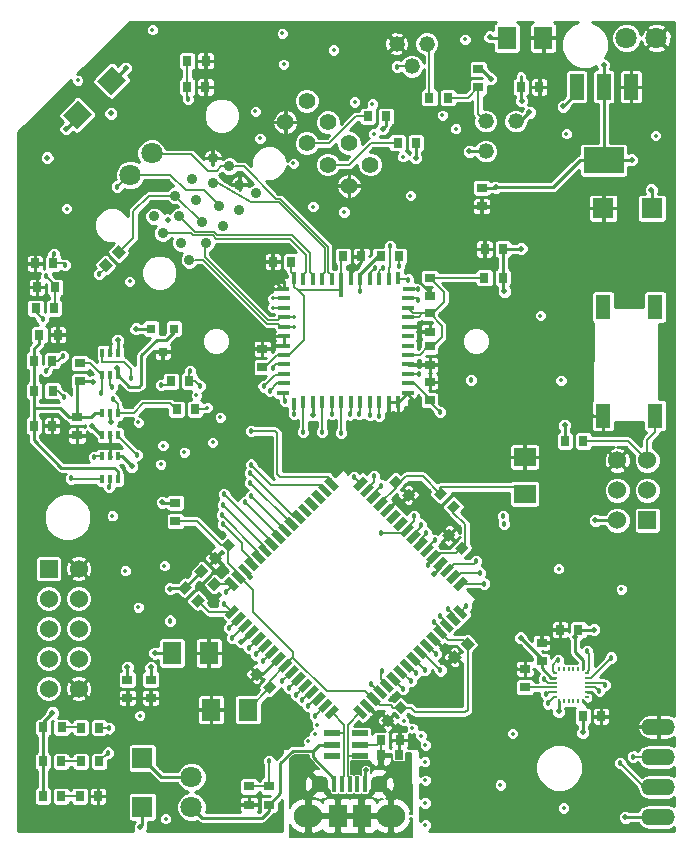
<source format=gtl>
%FSLAX34Y34*%
G04 Gerber Fmt 3.4, Leading zero omitted, Abs format*
G04 (created by PCBNEW (2014-03-19 BZR 4756)-product) date Sat 09 Aug 2014 12:53:28 PM PDT*
%MOIN*%
G01*
G70*
G90*
G04 APERTURE LIST*
%ADD10C,0.005906*%
%ADD11C,0.011811*%
%ADD12C,0.014000*%
%ADD13R,0.015748X0.053150*%
%ADD14O,0.094488X0.074803*%
%ADD15R,0.059055X0.074803*%
%ADD16C,0.057087*%
%ADD17C,0.035433*%
%ADD18R,0.034016X0.030984*%
%ADD19R,0.062992X0.074803*%
%ADD20R,0.030984X0.034016*%
%ADD21R,0.074803X0.062992*%
%ADD22R,0.030079X0.031496*%
%ADD23R,0.015748X0.029528*%
%ADD24R,0.060000X0.060000*%
%ADD25C,0.060000*%
%ADD26R,0.015748X0.078740*%
%ADD27R,0.015748X0.039370*%
%ADD28R,0.039370X0.015748*%
%ADD29R,0.052362X0.022047*%
%ADD30R,0.133858X0.086614*%
%ADD31R,0.047244X0.086614*%
%ADD32O,0.112000X0.056000*%
%ADD33R,0.008268X0.013780*%
%ADD34R,0.013780X0.008268*%
%ADD35R,0.007874X0.013780*%
%ADD36C,0.056000*%
%ADD37R,0.070800X0.066900*%
%ADD38R,0.066900X0.070800*%
%ADD39R,0.051100X0.082600*%
%ADD40C,0.052000*%
%ADD41C,0.070866*%
%ADD42C,0.020000*%
%ADD43C,0.018000*%
%ADD44C,0.010000*%
%ADD45C,0.008000*%
%ADD46C,0.005000*%
%ADD47C,0.006000*%
G04 APERTURE END LIST*
G54D10*
G54D11*
X67362Y-49873D02*
X67362Y-49282D01*
X67587Y-49282D01*
X67643Y-49311D01*
X67671Y-49339D01*
X67699Y-49395D01*
X67699Y-49479D01*
X67671Y-49535D01*
X67643Y-49564D01*
X67587Y-49592D01*
X67362Y-49592D01*
X67952Y-49873D02*
X67952Y-49282D01*
X68093Y-49282D01*
X68177Y-49311D01*
X68233Y-49367D01*
X68262Y-49423D01*
X68290Y-49535D01*
X68290Y-49620D01*
X68262Y-49732D01*
X68233Y-49789D01*
X68177Y-49845D01*
X68093Y-49873D01*
X67952Y-49873D01*
X68543Y-49873D02*
X68543Y-49282D01*
X66986Y-40464D02*
X66789Y-40182D01*
X66649Y-40464D02*
X66649Y-39873D01*
X66874Y-39873D01*
X66930Y-39901D01*
X66958Y-39929D01*
X66986Y-39985D01*
X66986Y-40070D01*
X66958Y-40126D01*
X66930Y-40154D01*
X66874Y-40182D01*
X66649Y-40182D01*
X67239Y-40154D02*
X67436Y-40154D01*
X67521Y-40464D02*
X67239Y-40464D01*
X67239Y-39873D01*
X67521Y-39873D01*
X67746Y-40435D02*
X67830Y-40464D01*
X67971Y-40464D01*
X68027Y-40435D01*
X68055Y-40407D01*
X68083Y-40351D01*
X68083Y-40295D01*
X68055Y-40239D01*
X68027Y-40210D01*
X67971Y-40182D01*
X67858Y-40154D01*
X67802Y-40126D01*
X67774Y-40098D01*
X67746Y-40042D01*
X67746Y-39985D01*
X67774Y-39929D01*
X67802Y-39901D01*
X67858Y-39873D01*
X67999Y-39873D01*
X68083Y-39901D01*
X68336Y-40154D02*
X68533Y-40154D01*
X68617Y-40464D02*
X68336Y-40464D01*
X68336Y-39873D01*
X68617Y-39873D01*
X68786Y-39873D02*
X69124Y-39873D01*
X68955Y-40464D02*
X68955Y-39873D01*
G54D12*
X49527Y-33740D03*
G54D10*
G36*
X50636Y-34236D02*
X50163Y-33763D01*
X50664Y-33262D01*
X51137Y-33735D01*
X50636Y-34236D01*
X50636Y-34236D01*
G37*
G36*
X49495Y-35377D02*
X49022Y-34904D01*
X49523Y-34403D01*
X49996Y-34876D01*
X49495Y-35377D01*
X49495Y-35377D01*
G37*
G54D13*
X58846Y-57204D03*
G54D14*
X59968Y-58267D03*
X57212Y-58267D03*
G54D15*
X58196Y-58267D03*
X58984Y-58267D03*
G54D13*
X58078Y-57204D03*
X58334Y-57204D03*
X58590Y-57204D03*
X59102Y-57204D03*
G54D16*
X57606Y-57204D03*
X59574Y-57204D03*
G54D17*
X53243Y-39722D03*
X53800Y-39165D03*
X54357Y-38609D03*
X54913Y-38052D03*
X55470Y-37495D03*
X54913Y-37217D03*
X54218Y-37913D03*
X53661Y-38469D03*
X52965Y-39165D03*
X52074Y-38275D03*
X52770Y-37579D03*
X53327Y-37022D03*
X54023Y-36326D03*
X54579Y-36604D03*
X54023Y-37161D03*
X53466Y-37718D03*
X52909Y-38275D03*
X52352Y-38831D03*
G54D18*
X52775Y-47819D03*
X52775Y-48430D03*
G54D19*
X63819Y-32320D03*
X65040Y-32320D03*
G54D18*
X55669Y-43297D03*
X55669Y-42687D03*
G54D20*
X56633Y-39783D03*
X56023Y-39783D03*
X58366Y-39606D03*
X58976Y-39606D03*
G54D19*
X52667Y-52824D03*
X53887Y-52824D03*
G54D18*
X62990Y-37324D03*
X62990Y-37935D03*
X49500Y-44964D03*
X49500Y-45575D03*
X61259Y-40324D03*
X61259Y-40935D03*
X61259Y-41505D03*
X61259Y-42116D03*
X61259Y-42608D03*
X61259Y-43218D03*
G54D20*
X48054Y-45250D03*
X48665Y-45250D03*
G54D19*
X55187Y-54714D03*
X53966Y-54714D03*
G54D20*
X48244Y-42220D03*
X48855Y-42220D03*
G54D10*
G36*
X60283Y-54416D02*
X60524Y-54657D01*
X60305Y-54876D01*
X60064Y-54635D01*
X60283Y-54416D01*
X60283Y-54416D01*
G37*
G36*
X59852Y-54848D02*
X60092Y-55088D01*
X59873Y-55307D01*
X59633Y-55067D01*
X59852Y-54848D01*
X59852Y-54848D01*
G37*
G36*
X54535Y-49003D02*
X54776Y-49243D01*
X54557Y-49462D01*
X54316Y-49222D01*
X54535Y-49003D01*
X54535Y-49003D01*
G37*
G36*
X54104Y-49434D02*
X54344Y-49675D01*
X54125Y-49894D01*
X53885Y-49653D01*
X54104Y-49434D01*
X54104Y-49434D01*
G37*
G36*
X56154Y-53945D02*
X55913Y-54185D01*
X55694Y-53966D01*
X55935Y-53726D01*
X56154Y-53945D01*
X56154Y-53945D01*
G37*
G36*
X55722Y-53513D02*
X55482Y-53754D01*
X55263Y-53535D01*
X55503Y-53294D01*
X55722Y-53513D01*
X55722Y-53513D01*
G37*
G36*
X62508Y-52300D02*
X62748Y-52541D01*
X62529Y-52760D01*
X62289Y-52519D01*
X62508Y-52300D01*
X62508Y-52300D01*
G37*
G36*
X62076Y-52732D02*
X62317Y-52972D01*
X62098Y-53191D01*
X61857Y-52951D01*
X62076Y-52732D01*
X62076Y-52732D01*
G37*
G36*
X62551Y-49319D02*
X62311Y-49559D01*
X62092Y-49340D01*
X62332Y-49100D01*
X62551Y-49319D01*
X62551Y-49319D01*
G37*
G36*
X62120Y-48887D02*
X61879Y-49128D01*
X61660Y-48909D01*
X61901Y-48668D01*
X62120Y-48887D01*
X62120Y-48887D01*
G37*
G54D21*
X64421Y-47519D03*
X64421Y-46299D03*
G54D10*
G36*
X59889Y-47137D02*
X60129Y-46896D01*
X60348Y-47116D01*
X60108Y-47356D01*
X59889Y-47137D01*
X59889Y-47137D01*
G37*
G36*
X60320Y-47568D02*
X60561Y-47328D01*
X60780Y-47547D01*
X60539Y-47788D01*
X60320Y-47568D01*
X60320Y-47568D01*
G37*
G54D20*
X53167Y-33960D03*
X53777Y-33960D03*
G54D22*
X52350Y-42781D03*
X52727Y-42018D03*
X51972Y-42018D03*
G54D20*
X48685Y-44090D03*
X48074Y-44090D03*
X48726Y-41338D03*
X48116Y-41338D03*
X50196Y-57600D03*
X49586Y-57600D03*
G54D18*
X55232Y-57887D03*
X55232Y-57277D03*
G54D20*
X53171Y-33090D03*
X53781Y-33090D03*
X48159Y-40633D03*
X48769Y-40633D03*
X48096Y-39842D03*
X48706Y-39842D03*
G54D18*
X62870Y-33364D03*
X62870Y-33975D03*
G54D20*
X53246Y-43771D03*
X52635Y-43771D03*
X64294Y-33960D03*
X64905Y-33960D03*
X63695Y-39360D03*
X63084Y-39360D03*
G54D18*
X51176Y-53711D03*
X51176Y-54321D03*
X51951Y-53715D03*
X51951Y-54325D03*
G54D20*
X66354Y-54940D03*
X66965Y-54940D03*
X66210Y-52047D03*
X65600Y-52047D03*
G54D18*
X64990Y-53095D03*
X64990Y-52484D03*
X64429Y-53356D03*
X64429Y-53966D03*
G54D20*
X60242Y-56216D03*
X59631Y-56216D03*
X63080Y-40314D03*
X63690Y-40314D03*
G54D10*
G36*
X62276Y-47941D02*
X62035Y-48181D01*
X61816Y-47962D01*
X62057Y-47722D01*
X62276Y-47941D01*
X62276Y-47941D01*
G37*
G36*
X61844Y-47509D02*
X61604Y-47750D01*
X61385Y-47531D01*
X61625Y-47290D01*
X61844Y-47509D01*
X61844Y-47509D01*
G37*
G54D23*
X50855Y-46275D03*
X50600Y-46275D03*
X50344Y-46275D03*
X50344Y-47024D03*
X50600Y-47024D03*
X50855Y-47024D03*
X50344Y-45564D03*
X50600Y-45564D03*
X50855Y-45564D03*
X50855Y-44815D03*
X50600Y-44815D03*
X50344Y-44815D03*
X50855Y-42825D03*
X50600Y-42825D03*
X50344Y-42825D03*
X50344Y-43574D03*
X50600Y-43574D03*
X50855Y-43574D03*
G54D20*
X48357Y-56442D03*
X48968Y-56442D03*
X48373Y-55308D03*
X48983Y-55308D03*
X48357Y-57600D03*
X48968Y-57600D03*
G54D24*
X68500Y-48400D03*
G54D25*
X67500Y-48400D03*
X68500Y-47400D03*
X67500Y-47400D03*
X68500Y-46400D03*
X67500Y-46400D03*
G54D20*
X59805Y-34940D03*
X59194Y-34940D03*
X60795Y-35820D03*
X60184Y-35820D03*
G54D10*
G36*
X52861Y-50661D02*
X53102Y-50420D01*
X53321Y-50639D01*
X53080Y-50880D01*
X52861Y-50661D01*
X52861Y-50661D01*
G37*
G36*
X53293Y-51092D02*
X53533Y-50852D01*
X53752Y-51071D01*
X53512Y-51311D01*
X53293Y-51092D01*
X53293Y-51092D01*
G37*
G36*
X53412Y-50109D02*
X53653Y-49869D01*
X53872Y-50088D01*
X53631Y-50329D01*
X53412Y-50109D01*
X53412Y-50109D01*
G37*
G36*
X53844Y-50541D02*
X54084Y-50300D01*
X54303Y-50519D01*
X54063Y-50760D01*
X53844Y-50541D01*
X53844Y-50541D01*
G37*
G54D18*
X61259Y-43789D03*
X61259Y-44399D03*
G54D10*
G36*
X50878Y-39235D02*
X51118Y-39476D01*
X50899Y-39695D01*
X50659Y-39454D01*
X50878Y-39235D01*
X50878Y-39235D01*
G37*
G36*
X50446Y-39667D02*
X50687Y-39907D01*
X50468Y-40126D01*
X50227Y-39886D01*
X50446Y-39667D01*
X50446Y-39667D01*
G37*
G54D20*
X53430Y-44700D03*
X52819Y-44700D03*
X48665Y-43090D03*
X48054Y-43090D03*
X50235Y-56442D03*
X49625Y-56442D03*
X50231Y-55312D03*
X49621Y-55312D03*
G54D18*
X55901Y-57887D03*
X55901Y-57277D03*
G54D20*
X61244Y-34320D03*
X61855Y-34320D03*
G54D18*
X49600Y-43164D03*
X49600Y-43775D03*
G54D20*
X59616Y-39606D03*
X60226Y-39606D03*
X59639Y-55732D03*
X60250Y-55732D03*
X66375Y-45760D03*
X65764Y-45760D03*
G54D26*
X58307Y-40564D03*
G54D27*
X57992Y-40368D03*
X57677Y-40368D03*
X57362Y-40368D03*
X57047Y-40368D03*
X56732Y-40316D03*
G54D28*
X56360Y-40688D03*
X56411Y-41003D03*
X56411Y-41318D03*
X56411Y-41633D03*
X56411Y-41948D03*
X56411Y-42263D03*
X56411Y-42578D03*
X56411Y-42893D03*
X56411Y-43208D03*
X56411Y-43523D03*
X56411Y-43838D03*
X56360Y-44153D03*
G54D27*
X56732Y-44525D03*
X57047Y-44474D03*
X57362Y-44474D03*
X57677Y-44474D03*
X57992Y-44474D03*
X58307Y-44474D03*
X58622Y-44474D03*
X58937Y-44474D03*
X59251Y-44474D03*
X59566Y-44474D03*
X59881Y-44474D03*
X60196Y-44474D03*
G54D28*
X60517Y-44153D03*
X60517Y-43838D03*
X60517Y-43523D03*
X60517Y-43208D03*
X60517Y-42893D03*
X60517Y-42578D03*
X60517Y-42263D03*
X60517Y-41948D03*
X60517Y-41633D03*
X60517Y-41318D03*
X60517Y-41003D03*
X60568Y-40688D03*
G54D27*
X60196Y-40316D03*
X59881Y-40368D03*
X59566Y-40368D03*
X59251Y-40368D03*
X58937Y-40368D03*
X58622Y-40368D03*
G54D10*
G36*
X57747Y-47082D02*
X57903Y-46926D01*
X58235Y-47259D01*
X58079Y-47414D01*
X57747Y-47082D01*
X57747Y-47082D01*
G37*
G36*
X57524Y-47305D02*
X57680Y-47149D01*
X58012Y-47481D01*
X57857Y-47637D01*
X57524Y-47305D01*
X57524Y-47305D01*
G37*
G36*
X57302Y-47527D02*
X57457Y-47372D01*
X57789Y-47704D01*
X57634Y-47860D01*
X57302Y-47527D01*
X57302Y-47527D01*
G37*
G36*
X57079Y-47750D02*
X57234Y-47595D01*
X57567Y-47927D01*
X57411Y-48082D01*
X57079Y-47750D01*
X57079Y-47750D01*
G37*
G36*
X56856Y-47973D02*
X57012Y-47817D01*
X57344Y-48150D01*
X57188Y-48305D01*
X56856Y-47973D01*
X56856Y-47973D01*
G37*
G36*
X56633Y-48196D02*
X56789Y-48040D01*
X57121Y-48372D01*
X56966Y-48528D01*
X56633Y-48196D01*
X56633Y-48196D01*
G37*
G36*
X56411Y-48418D02*
X56566Y-48263D01*
X56899Y-48595D01*
X56743Y-48751D01*
X56411Y-48418D01*
X56411Y-48418D01*
G37*
G36*
X56188Y-48641D02*
X56343Y-48486D01*
X56676Y-48818D01*
X56520Y-48973D01*
X56188Y-48641D01*
X56188Y-48641D01*
G37*
G36*
X55966Y-48863D02*
X56121Y-48708D01*
X56454Y-49040D01*
X56298Y-49195D01*
X55966Y-48863D01*
X55966Y-48863D01*
G37*
G36*
X55743Y-49086D02*
X55899Y-48930D01*
X56231Y-49263D01*
X56075Y-49418D01*
X55743Y-49086D01*
X55743Y-49086D01*
G37*
G36*
X55520Y-49309D02*
X55676Y-49153D01*
X56008Y-49485D01*
X55853Y-49641D01*
X55520Y-49309D01*
X55520Y-49309D01*
G37*
G36*
X55298Y-49531D02*
X55453Y-49376D01*
X55786Y-49708D01*
X55630Y-49864D01*
X55298Y-49531D01*
X55298Y-49531D01*
G37*
G36*
X55075Y-49754D02*
X55230Y-49599D01*
X55563Y-49931D01*
X55407Y-50086D01*
X55075Y-49754D01*
X55075Y-49754D01*
G37*
G36*
X54852Y-49977D02*
X55008Y-49821D01*
X55340Y-50154D01*
X55185Y-50309D01*
X54852Y-49977D01*
X54852Y-49977D01*
G37*
G36*
X54629Y-50200D02*
X54785Y-50044D01*
X55117Y-50376D01*
X54962Y-50532D01*
X54629Y-50200D01*
X54629Y-50200D01*
G37*
G36*
X54407Y-50422D02*
X54562Y-50267D01*
X54895Y-50599D01*
X54739Y-50755D01*
X54407Y-50422D01*
X54407Y-50422D01*
G37*
G36*
X54407Y-51545D02*
X54739Y-51213D01*
X54895Y-51368D01*
X54562Y-51701D01*
X54407Y-51545D01*
X54407Y-51545D01*
G37*
G36*
X54629Y-51768D02*
X54962Y-51436D01*
X55117Y-51591D01*
X54785Y-51923D01*
X54629Y-51768D01*
X54629Y-51768D01*
G37*
G36*
X54852Y-51991D02*
X55185Y-51658D01*
X55340Y-51814D01*
X55008Y-52146D01*
X54852Y-51991D01*
X54852Y-51991D01*
G37*
G36*
X55075Y-52213D02*
X55407Y-51881D01*
X55563Y-52037D01*
X55230Y-52369D01*
X55075Y-52213D01*
X55075Y-52213D01*
G37*
G36*
X55298Y-52436D02*
X55630Y-52104D01*
X55786Y-52259D01*
X55453Y-52592D01*
X55298Y-52436D01*
X55298Y-52436D01*
G37*
G36*
X55520Y-52659D02*
X55853Y-52327D01*
X56008Y-52482D01*
X55676Y-52814D01*
X55520Y-52659D01*
X55520Y-52659D01*
G37*
G36*
X55743Y-52882D02*
X56075Y-52549D01*
X56231Y-52705D01*
X55899Y-53037D01*
X55743Y-52882D01*
X55743Y-52882D01*
G37*
G36*
X55966Y-53104D02*
X56298Y-52772D01*
X56454Y-52928D01*
X56121Y-53260D01*
X55966Y-53104D01*
X55966Y-53104D01*
G37*
G36*
X56188Y-53326D02*
X56520Y-52994D01*
X56676Y-53150D01*
X56343Y-53482D01*
X56188Y-53326D01*
X56188Y-53326D01*
G37*
G36*
X56411Y-53549D02*
X56743Y-53217D01*
X56899Y-53372D01*
X56566Y-53705D01*
X56411Y-53549D01*
X56411Y-53549D01*
G37*
G36*
X56633Y-53772D02*
X56966Y-53440D01*
X57121Y-53595D01*
X56789Y-53927D01*
X56633Y-53772D01*
X56633Y-53772D01*
G37*
G36*
X56856Y-53995D02*
X57188Y-53662D01*
X57344Y-53818D01*
X57012Y-54150D01*
X56856Y-53995D01*
X56856Y-53995D01*
G37*
G36*
X57079Y-54217D02*
X57411Y-53885D01*
X57567Y-54041D01*
X57234Y-54373D01*
X57079Y-54217D01*
X57079Y-54217D01*
G37*
G36*
X57302Y-54440D02*
X57634Y-54108D01*
X57789Y-54263D01*
X57457Y-54596D01*
X57302Y-54440D01*
X57302Y-54440D01*
G37*
G36*
X57524Y-54663D02*
X57857Y-54330D01*
X58012Y-54486D01*
X57680Y-54818D01*
X57524Y-54663D01*
X57524Y-54663D01*
G37*
G36*
X57747Y-54886D02*
X58079Y-54553D01*
X58235Y-54709D01*
X57903Y-55041D01*
X57747Y-54886D01*
X57747Y-54886D01*
G37*
G36*
X58693Y-54709D02*
X58849Y-54553D01*
X59181Y-54886D01*
X59026Y-55041D01*
X58693Y-54709D01*
X58693Y-54709D01*
G37*
G36*
X58916Y-54486D02*
X59071Y-54330D01*
X59404Y-54663D01*
X59248Y-54818D01*
X58916Y-54486D01*
X58916Y-54486D01*
G37*
G36*
X59139Y-54263D02*
X59294Y-54108D01*
X59627Y-54440D01*
X59471Y-54596D01*
X59139Y-54263D01*
X59139Y-54263D01*
G37*
G36*
X59361Y-54041D02*
X59517Y-53885D01*
X59849Y-54217D01*
X59694Y-54373D01*
X59361Y-54041D01*
X59361Y-54041D01*
G37*
G36*
X59584Y-53818D02*
X59740Y-53662D01*
X60072Y-53995D01*
X59916Y-54150D01*
X59584Y-53818D01*
X59584Y-53818D01*
G37*
G36*
X59807Y-53595D02*
X59962Y-53440D01*
X60295Y-53772D01*
X60139Y-53927D01*
X59807Y-53595D01*
X59807Y-53595D01*
G37*
G36*
X60030Y-53372D02*
X60185Y-53217D01*
X60518Y-53549D01*
X60362Y-53705D01*
X60030Y-53372D01*
X60030Y-53372D01*
G37*
G36*
X60252Y-53150D02*
X60408Y-52994D01*
X60740Y-53326D01*
X60585Y-53482D01*
X60252Y-53150D01*
X60252Y-53150D01*
G37*
G36*
X60474Y-52928D02*
X60630Y-52772D01*
X60962Y-53104D01*
X60807Y-53260D01*
X60474Y-52928D01*
X60474Y-52928D01*
G37*
G36*
X60697Y-52705D02*
X60853Y-52549D01*
X61185Y-52882D01*
X61029Y-53037D01*
X60697Y-52705D01*
X60697Y-52705D01*
G37*
G36*
X60920Y-52482D02*
X61075Y-52327D01*
X61408Y-52659D01*
X61252Y-52814D01*
X60920Y-52482D01*
X60920Y-52482D01*
G37*
G36*
X61143Y-52259D02*
X61298Y-52104D01*
X61630Y-52436D01*
X61475Y-52592D01*
X61143Y-52259D01*
X61143Y-52259D01*
G37*
G36*
X61365Y-52037D02*
X61521Y-51881D01*
X61853Y-52213D01*
X61698Y-52369D01*
X61365Y-52037D01*
X61365Y-52037D01*
G37*
G36*
X61588Y-51814D02*
X61744Y-51658D01*
X62076Y-51991D01*
X61920Y-52146D01*
X61588Y-51814D01*
X61588Y-51814D01*
G37*
G36*
X61811Y-51591D02*
X61966Y-51436D01*
X62299Y-51768D01*
X62143Y-51923D01*
X61811Y-51591D01*
X61811Y-51591D01*
G37*
G36*
X62034Y-51368D02*
X62189Y-51213D01*
X62521Y-51545D01*
X62366Y-51701D01*
X62034Y-51368D01*
X62034Y-51368D01*
G37*
G36*
X62034Y-50599D02*
X62366Y-50267D01*
X62521Y-50422D01*
X62189Y-50755D01*
X62034Y-50599D01*
X62034Y-50599D01*
G37*
G36*
X61811Y-50376D02*
X62143Y-50044D01*
X62299Y-50200D01*
X61966Y-50532D01*
X61811Y-50376D01*
X61811Y-50376D01*
G37*
G36*
X61588Y-50154D02*
X61920Y-49821D01*
X62076Y-49977D01*
X61744Y-50309D01*
X61588Y-50154D01*
X61588Y-50154D01*
G37*
G36*
X61365Y-49931D02*
X61698Y-49599D01*
X61853Y-49754D01*
X61521Y-50086D01*
X61365Y-49931D01*
X61365Y-49931D01*
G37*
G36*
X61143Y-49708D02*
X61475Y-49376D01*
X61630Y-49531D01*
X61298Y-49864D01*
X61143Y-49708D01*
X61143Y-49708D01*
G37*
G36*
X60920Y-49485D02*
X61252Y-49153D01*
X61408Y-49309D01*
X61075Y-49641D01*
X60920Y-49485D01*
X60920Y-49485D01*
G37*
G36*
X60697Y-49263D02*
X61029Y-48930D01*
X61185Y-49086D01*
X60853Y-49418D01*
X60697Y-49263D01*
X60697Y-49263D01*
G37*
G36*
X60474Y-49040D02*
X60807Y-48708D01*
X60962Y-48863D01*
X60630Y-49195D01*
X60474Y-49040D01*
X60474Y-49040D01*
G37*
G36*
X60252Y-48818D02*
X60585Y-48486D01*
X60740Y-48641D01*
X60408Y-48973D01*
X60252Y-48818D01*
X60252Y-48818D01*
G37*
G36*
X60030Y-48595D02*
X60362Y-48263D01*
X60518Y-48418D01*
X60185Y-48751D01*
X60030Y-48595D01*
X60030Y-48595D01*
G37*
G36*
X59807Y-48372D02*
X60139Y-48040D01*
X60295Y-48196D01*
X59962Y-48528D01*
X59807Y-48372D01*
X59807Y-48372D01*
G37*
G36*
X59584Y-48150D02*
X59916Y-47817D01*
X60072Y-47973D01*
X59740Y-48305D01*
X59584Y-48150D01*
X59584Y-48150D01*
G37*
G36*
X59361Y-47927D02*
X59694Y-47595D01*
X59849Y-47750D01*
X59517Y-48082D01*
X59361Y-47927D01*
X59361Y-47927D01*
G37*
G36*
X59139Y-47704D02*
X59471Y-47372D01*
X59627Y-47527D01*
X59294Y-47860D01*
X59139Y-47704D01*
X59139Y-47704D01*
G37*
G36*
X58916Y-47481D02*
X59248Y-47149D01*
X59404Y-47305D01*
X59071Y-47637D01*
X58916Y-47481D01*
X58916Y-47481D01*
G37*
G36*
X58693Y-47259D02*
X59026Y-46926D01*
X59181Y-47082D01*
X58849Y-47414D01*
X58693Y-47259D01*
X58693Y-47259D01*
G37*
G54D29*
X57984Y-55881D03*
X58929Y-55881D03*
X58929Y-56255D03*
X57984Y-55507D03*
X57984Y-56255D03*
X58929Y-55507D03*
G54D30*
X67060Y-36400D03*
G54D31*
X67965Y-33959D03*
X67060Y-33959D03*
X66154Y-33959D03*
G54D32*
X68877Y-58281D03*
X68877Y-57281D03*
X68877Y-56281D03*
X68877Y-55281D03*
G54D24*
X48550Y-50020D03*
G54D25*
X49550Y-50020D03*
X48550Y-51020D03*
X49550Y-51020D03*
X48550Y-52020D03*
X49550Y-52020D03*
X48550Y-53020D03*
X49550Y-53020D03*
X48550Y-54020D03*
X49550Y-54020D03*
G54D33*
X66358Y-53366D03*
X66200Y-53366D03*
X66043Y-53366D03*
X65885Y-53366D03*
X65728Y-53366D03*
X65570Y-53366D03*
G54D34*
X65433Y-53503D03*
X65433Y-53661D03*
X65433Y-53818D03*
X65433Y-53976D03*
X65433Y-54133D03*
X65433Y-54291D03*
G54D35*
X65570Y-54429D03*
G54D33*
X65728Y-54429D03*
X65885Y-54429D03*
X66043Y-54429D03*
X66200Y-54429D03*
X66358Y-54429D03*
G54D34*
X66496Y-54291D03*
X66496Y-54133D03*
X66496Y-53976D03*
X66496Y-53818D03*
X66496Y-53661D03*
X66496Y-53503D03*
G54D36*
X56444Y-35131D03*
X57151Y-34424D03*
X57151Y-35838D03*
X57858Y-35131D03*
X57858Y-36545D03*
X58565Y-35838D03*
X58565Y-37252D03*
X59272Y-36545D03*
G54D37*
X67043Y-38000D03*
X68657Y-38000D03*
G54D38*
X51673Y-56338D03*
X51673Y-57952D03*
G54D39*
X67036Y-41296D03*
X67036Y-44911D03*
X68767Y-41296D03*
X68767Y-44911D03*
G54D40*
X60150Y-32520D03*
X60650Y-33270D03*
X61150Y-32520D03*
X64120Y-35100D03*
X63120Y-35100D03*
X63120Y-36100D03*
G54D41*
X68810Y-32330D03*
X67810Y-32330D03*
X51983Y-36177D03*
X51276Y-36885D03*
X53311Y-57968D03*
X53311Y-56968D03*
G54D12*
X52450Y-58356D03*
X52007Y-32057D03*
X58051Y-32726D03*
X65807Y-35521D03*
X56387Y-33198D03*
X61673Y-34901D03*
X62125Y-35354D03*
X58750Y-34458D03*
X59340Y-34527D03*
X59399Y-35521D03*
X60610Y-37578D03*
X60364Y-36289D03*
X64940Y-41584D03*
X65551Y-50019D03*
X61112Y-58562D03*
X61102Y-57824D03*
X61112Y-57066D03*
X61092Y-56456D03*
X61112Y-55895D03*
X60964Y-55580D03*
X60669Y-55334D03*
X60383Y-55088D03*
X57509Y-55226D03*
X57431Y-55541D03*
X57214Y-55777D03*
X65718Y-57992D03*
X51594Y-54911D03*
X51535Y-51299D03*
X51102Y-50088D03*
X52411Y-49921D03*
X50669Y-48257D03*
X52293Y-46535D03*
X51545Y-45137D03*
X52362Y-45915D03*
X54015Y-45807D03*
X53070Y-46131D03*
X53474Y-44242D03*
X54271Y-44970D03*
X63602Y-57224D03*
X64015Y-55511D03*
X67637Y-50698D03*
X65629Y-43740D03*
X68789Y-35580D03*
X62431Y-32372D03*
X56338Y-32175D03*
X55442Y-34773D03*
X49153Y-38011D03*
X57362Y-37952D03*
X58395Y-38129D03*
X55600Y-35669D03*
X56712Y-36505D03*
X51250Y-40442D03*
G54D42*
X52519Y-38385D03*
X50629Y-34842D03*
X50840Y-43340D03*
X50030Y-43790D03*
X59685Y-35354D03*
X67050Y-33230D03*
X67990Y-36390D03*
X63450Y-37310D03*
X65750Y-45240D03*
X66780Y-48410D03*
X66730Y-52050D03*
X66110Y-52290D03*
X66360Y-55470D03*
X67780Y-58300D03*
X65560Y-54770D03*
X51460Y-42020D03*
X50850Y-42410D03*
X51320Y-46610D03*
X50010Y-45270D03*
X48680Y-54820D03*
X64300Y-39345D03*
X63740Y-40770D03*
X60785Y-36325D03*
X51180Y-53295D03*
X51960Y-53310D03*
X52090Y-52830D03*
X52340Y-47800D03*
X52605Y-50680D03*
X64285Y-52325D03*
X64580Y-34800D03*
X65700Y-34610D03*
X68640Y-37390D03*
X51600Y-58630D03*
X48500Y-36320D03*
X63260Y-32290D03*
X64315Y-34420D03*
X63295Y-33690D03*
X59133Y-56742D03*
X61805Y-53160D03*
X55280Y-50305D03*
X66555Y-44770D03*
X60895Y-42000D03*
X60905Y-39705D03*
X61395Y-50180D03*
X48895Y-46145D03*
X48310Y-46585D03*
X56310Y-40325D03*
X55660Y-42230D03*
X64005Y-53195D03*
X64835Y-51995D03*
G54D43*
X61400Y-51800D03*
X61200Y-49900D03*
X53190Y-34360D03*
G54D42*
X51120Y-33330D03*
X62580Y-36110D03*
X49130Y-35360D03*
G54D43*
X66900Y-54100D03*
X67600Y-56500D03*
X68031Y-56279D03*
X65531Y-53070D03*
X50075Y-46285D03*
X58940Y-40750D03*
X50240Y-40200D03*
X49030Y-42940D03*
X49295Y-47010D03*
X48455Y-43415D03*
X55100Y-47800D03*
X50575Y-47300D03*
X51490Y-46220D03*
X59310Y-53870D03*
X50690Y-44370D03*
X49075Y-44300D03*
X55300Y-47600D03*
G54D42*
X50640Y-45130D03*
G54D43*
X55275Y-46825D03*
X51300Y-43650D03*
X52300Y-43900D03*
X50300Y-44150D03*
X55275Y-47150D03*
X50650Y-43950D03*
G54D12*
X56033Y-41318D03*
X56033Y-41003D03*
X56732Y-41614D03*
X56730Y-41960D03*
G54D43*
X53600Y-43925D03*
X55300Y-45425D03*
X53260Y-43440D03*
X49100Y-39900D03*
X50840Y-37280D03*
X48720Y-39520D03*
X54322Y-48240D03*
X54358Y-48543D03*
X54397Y-47539D03*
X63700Y-48275D03*
X60725Y-48275D03*
X59645Y-48842D03*
X52600Y-51750D03*
X54358Y-47885D03*
X58582Y-44874D03*
X54409Y-51204D03*
X54460Y-50783D03*
X58307Y-45484D03*
X61600Y-51600D03*
X61600Y-44800D03*
G54D12*
X53840Y-44650D03*
G54D43*
X48470Y-40260D03*
X60170Y-33280D03*
X55300Y-46550D03*
X48350Y-41700D03*
X50530Y-56150D03*
X57188Y-54594D03*
X50570Y-55340D03*
X57003Y-54397D03*
X55905Y-56437D03*
X57421Y-54921D03*
X60226Y-39931D03*
X59665Y-53425D03*
X56791Y-54216D03*
X56023Y-43326D03*
X56574Y-53984D03*
X55720Y-43940D03*
X56346Y-53771D03*
X55921Y-44086D03*
X55688Y-53102D03*
X56429Y-44437D03*
X55456Y-52877D03*
X56732Y-44866D03*
X55236Y-52653D03*
X57023Y-45464D03*
G54D42*
X54968Y-52456D03*
X57362Y-44893D03*
G54D43*
X54665Y-52334D03*
X57669Y-45460D03*
X54562Y-51992D03*
X57996Y-44866D03*
X58901Y-44870D03*
X58740Y-46972D03*
X59389Y-46929D03*
X59251Y-44901D03*
X59566Y-44921D03*
X59645Y-47244D03*
X61850Y-51348D03*
X60885Y-43533D03*
X62470Y-51269D03*
X60866Y-41062D03*
X60877Y-40692D03*
X63059Y-50511D03*
X62921Y-50161D03*
X62630Y-43720D03*
X60540Y-40380D03*
X59921Y-39259D03*
X62803Y-49771D03*
X61417Y-49074D03*
X59685Y-39980D03*
X61122Y-48818D03*
X59429Y-39980D03*
X60374Y-54015D03*
X65196Y-54507D03*
X65147Y-54202D03*
X60620Y-53769D03*
X60800Y-53500D03*
X67100Y-53900D03*
X65078Y-53700D03*
X61082Y-53385D03*
X66496Y-52775D03*
X61614Y-53405D03*
X61456Y-52858D03*
X67303Y-52980D03*
X60950Y-48550D03*
X63725Y-48525D03*
G54D44*
X51231Y-43950D02*
X50855Y-43574D01*
X51560Y-43950D02*
X51231Y-43950D01*
X51640Y-43870D02*
X51560Y-43950D01*
X51640Y-42900D02*
X51640Y-43870D01*
X52150Y-42390D02*
X51640Y-42900D01*
X52470Y-42390D02*
X52150Y-42390D01*
X52727Y-42132D02*
X52470Y-42390D01*
X52727Y-42018D02*
X52727Y-42132D01*
X48054Y-42695D02*
X48054Y-43090D01*
X48244Y-42505D02*
X48054Y-42695D01*
X48244Y-42220D02*
X48244Y-42505D01*
X48054Y-44110D02*
X48074Y-44090D01*
X48054Y-44650D02*
X48054Y-44110D01*
X48054Y-45250D02*
X48054Y-44650D01*
X48074Y-43110D02*
X48054Y-43090D01*
X48074Y-44090D02*
X48074Y-43110D01*
X49234Y-44964D02*
X48920Y-44650D01*
X48920Y-44650D02*
X48054Y-44650D01*
X49500Y-44964D02*
X49234Y-44964D01*
X49955Y-44964D02*
X50104Y-44815D01*
X50104Y-44815D02*
X50344Y-44815D01*
X49500Y-44964D02*
X49955Y-44964D01*
X49500Y-43875D02*
X49600Y-43775D01*
X49500Y-44964D02*
X49500Y-43875D01*
X50855Y-46775D02*
X50730Y-46650D01*
X50730Y-46650D02*
X48970Y-46650D01*
X48970Y-46650D02*
X48054Y-45734D01*
X48054Y-45734D02*
X48054Y-45250D01*
X50855Y-47024D02*
X50855Y-46775D01*
X50855Y-43355D02*
X50855Y-43574D01*
X50840Y-43340D02*
X50855Y-43355D01*
X50015Y-43775D02*
X50030Y-43790D01*
X49600Y-43775D02*
X50015Y-43775D01*
X59805Y-34940D02*
X59805Y-35234D01*
X59805Y-35234D02*
X59685Y-35354D01*
X65433Y-53661D02*
X65314Y-53661D01*
X64990Y-53336D02*
X64990Y-53095D01*
X65314Y-53661D02*
X64990Y-53336D01*
X67060Y-33959D02*
X67060Y-36400D01*
X67060Y-33240D02*
X67050Y-33230D01*
X67060Y-33959D02*
X67060Y-33240D01*
X67979Y-36400D02*
X67990Y-36390D01*
X67060Y-36400D02*
X67979Y-36400D01*
X63435Y-37324D02*
X63450Y-37310D01*
X62990Y-37324D02*
X63435Y-37324D01*
X65764Y-45254D02*
X65750Y-45240D01*
X65764Y-45760D02*
X65764Y-45254D01*
X66790Y-48400D02*
X66780Y-48410D01*
X67500Y-48400D02*
X66790Y-48400D01*
X66727Y-52047D02*
X66730Y-52050D01*
X66210Y-52047D02*
X66727Y-52047D01*
X66358Y-53058D02*
X66110Y-52810D01*
X66110Y-52810D02*
X66110Y-52290D01*
X66358Y-53366D02*
X66358Y-53058D01*
X66354Y-55464D02*
X66360Y-55470D01*
X66354Y-54940D02*
X66354Y-55464D01*
X67798Y-58281D02*
X67780Y-58300D01*
X68877Y-58281D02*
X67798Y-58281D01*
X65570Y-54759D02*
X65560Y-54770D01*
X65570Y-54429D02*
X65570Y-54759D01*
X51461Y-42018D02*
X51460Y-42020D01*
X51972Y-42018D02*
X51461Y-42018D01*
X50855Y-42415D02*
X50850Y-42410D01*
X50855Y-42825D02*
X50855Y-42415D01*
X50985Y-46275D02*
X51320Y-46610D01*
X50855Y-46275D02*
X50985Y-46275D01*
X50304Y-45564D02*
X50010Y-45270D01*
X50344Y-45564D02*
X50304Y-45564D01*
X48357Y-57600D02*
X48357Y-56442D01*
X48357Y-55324D02*
X48373Y-55308D01*
X48357Y-56442D02*
X48357Y-55324D01*
X48373Y-55126D02*
X48680Y-54820D01*
X48373Y-55308D02*
X48373Y-55126D01*
X65360Y-37310D02*
X66269Y-36400D01*
X66269Y-36400D02*
X67060Y-36400D01*
X63450Y-37310D02*
X65360Y-37310D01*
X59805Y-34940D02*
X59790Y-34940D01*
X64285Y-39360D02*
X64300Y-39345D01*
X63695Y-39360D02*
X64285Y-39360D01*
X63695Y-40310D02*
X63690Y-40314D01*
X63695Y-39360D02*
X63695Y-40310D01*
X63690Y-40720D02*
X63740Y-40770D01*
X63690Y-40314D02*
X63690Y-40720D01*
X60795Y-36314D02*
X60785Y-36325D01*
X60795Y-35820D02*
X60795Y-36314D01*
X51176Y-53298D02*
X51180Y-53295D01*
X51176Y-53711D02*
X51176Y-53298D01*
X51951Y-53318D02*
X51960Y-53310D01*
X51951Y-53715D02*
X51951Y-53318D01*
X52095Y-52824D02*
X52090Y-52830D01*
X52667Y-52824D02*
X52095Y-52824D01*
X52359Y-47819D02*
X52340Y-47800D01*
X52775Y-47819D02*
X52359Y-47819D01*
X52634Y-50650D02*
X52605Y-50680D01*
X53091Y-50650D02*
X52634Y-50650D01*
X53642Y-50099D02*
X53091Y-50650D01*
X65059Y-53164D02*
X64990Y-53095D01*
X64990Y-53030D02*
X64285Y-52325D01*
X64990Y-53095D02*
X64990Y-53030D01*
X64280Y-35100D02*
X64580Y-34800D01*
X64120Y-35100D02*
X64280Y-35100D01*
X66154Y-34155D02*
X65700Y-34610D01*
X66154Y-33959D02*
X66154Y-34155D01*
X68657Y-37407D02*
X68640Y-37390D01*
X68657Y-38000D02*
X68657Y-37407D01*
X51673Y-58556D02*
X51600Y-58630D01*
X51673Y-57952D02*
X51673Y-58556D01*
X64294Y-33594D02*
X64290Y-33590D01*
X64294Y-33960D02*
X64294Y-33594D01*
X63290Y-32320D02*
X63260Y-32290D01*
X63819Y-32320D02*
X63290Y-32320D01*
X64294Y-33960D02*
X64294Y-34399D01*
X64294Y-34399D02*
X64315Y-34420D01*
X62870Y-33364D02*
X62969Y-33364D01*
X62969Y-33364D02*
X63295Y-33690D01*
X60250Y-55732D02*
X60584Y-55732D01*
X60954Y-56082D02*
X61003Y-56131D01*
X60935Y-56082D02*
X60954Y-56082D01*
X60584Y-55732D02*
X60935Y-56082D01*
X60242Y-56216D02*
X60242Y-55740D01*
X60242Y-55740D02*
X60246Y-55736D01*
X60246Y-55736D02*
X60246Y-55461D01*
X60246Y-55461D02*
X59862Y-55077D01*
X59102Y-57204D02*
X59102Y-56773D01*
X59102Y-56773D02*
X59133Y-56742D01*
X59102Y-57204D02*
X59102Y-57039D01*
X56338Y-40688D02*
X56023Y-40374D01*
X56023Y-40374D02*
X56023Y-39783D01*
X56411Y-40688D02*
X56338Y-40688D01*
X56023Y-42578D02*
X56411Y-42578D01*
X55915Y-42687D02*
X56023Y-42578D01*
X55669Y-42687D02*
X55915Y-42687D01*
X58622Y-40137D02*
X58976Y-39783D01*
X58976Y-39783D02*
X58976Y-39606D01*
X58622Y-40368D02*
X58622Y-40137D01*
X66623Y-54133D02*
X66965Y-54475D01*
X66965Y-54560D02*
X66965Y-54940D01*
X66965Y-54475D02*
X66965Y-54560D01*
X66496Y-54133D02*
X66623Y-54133D01*
X66369Y-54429D02*
X66500Y-54560D01*
X66500Y-54560D02*
X66965Y-54560D01*
X66358Y-54429D02*
X66369Y-54429D01*
X62003Y-52961D02*
X61805Y-53160D01*
X62087Y-52961D02*
X62003Y-52961D01*
X61393Y-52348D02*
X61775Y-52730D01*
X61775Y-52730D02*
X61855Y-52730D01*
X61855Y-52730D02*
X62087Y-52961D01*
X61387Y-52348D02*
X61393Y-52348D01*
X55096Y-50121D02*
X55280Y-50305D01*
X55096Y-50065D02*
X55096Y-50121D01*
X66696Y-44911D02*
X66555Y-44770D01*
X67036Y-44911D02*
X66696Y-44911D01*
X60527Y-43218D02*
X60517Y-43208D01*
X61259Y-43218D02*
X60527Y-43218D01*
X59881Y-44474D02*
X60196Y-44474D01*
X60196Y-44474D02*
X60517Y-44153D01*
X60843Y-41948D02*
X60895Y-42000D01*
X61011Y-42116D02*
X61259Y-42116D01*
X61011Y-42116D02*
X60895Y-42000D01*
X60517Y-41948D02*
X60843Y-41948D01*
X61259Y-40799D02*
X60905Y-40445D01*
X60905Y-40445D02*
X60905Y-39705D01*
X61259Y-40935D02*
X61259Y-40799D01*
X61609Y-49965D02*
X61395Y-50180D01*
X61609Y-49842D02*
X61609Y-49965D01*
X56183Y-53016D02*
X55675Y-53524D01*
X55675Y-53524D02*
X55492Y-53524D01*
X56210Y-53016D02*
X56183Y-53016D01*
X59852Y-55077D02*
X59605Y-54830D01*
X59605Y-54830D02*
X59415Y-54830D01*
X59415Y-54830D02*
X59160Y-54574D01*
X59862Y-55077D02*
X59852Y-55077D01*
X50600Y-45940D02*
X50550Y-45890D01*
X50550Y-45890D02*
X49890Y-45890D01*
X49890Y-45890D02*
X49410Y-46370D01*
X49410Y-46370D02*
X49120Y-46370D01*
X49120Y-46370D02*
X48895Y-46145D01*
X50600Y-46275D02*
X50600Y-45940D01*
X60517Y-44192D02*
X60745Y-44420D01*
X60517Y-44153D02*
X60517Y-44192D01*
X56411Y-42578D02*
X56411Y-42263D01*
X56411Y-40426D02*
X56310Y-40325D01*
X55660Y-42230D02*
X55669Y-42239D01*
X55669Y-42239D02*
X55669Y-42687D01*
X56411Y-40688D02*
X56411Y-40426D01*
X64166Y-53356D02*
X64005Y-53195D01*
X64429Y-53356D02*
X64166Y-53356D01*
X64990Y-52150D02*
X64835Y-51995D01*
X64990Y-52484D02*
X64990Y-52150D01*
G54D45*
X62380Y-52391D02*
X62518Y-52530D01*
X61870Y-52391D02*
X62380Y-52391D01*
X61609Y-52131D02*
X61870Y-52391D01*
X61609Y-52125D02*
X61609Y-52131D01*
X54873Y-50169D02*
X54546Y-49841D01*
X54546Y-49841D02*
X54546Y-49233D01*
X54873Y-50288D02*
X54873Y-50169D01*
X55924Y-53746D02*
X56432Y-53238D01*
X55924Y-53955D02*
X55924Y-53746D01*
X62440Y-49211D02*
X62322Y-49329D01*
X62440Y-48543D02*
X62440Y-49211D01*
X62046Y-48148D02*
X62440Y-48543D01*
X62046Y-47951D02*
X62046Y-48148D01*
X61482Y-49620D02*
X61594Y-49507D01*
X61594Y-49507D02*
X62144Y-49507D01*
X62144Y-49507D02*
X62322Y-49329D01*
X61387Y-49620D02*
X61482Y-49620D01*
X61609Y-52009D02*
X61400Y-51800D01*
X61200Y-49900D02*
X61387Y-49712D01*
X61387Y-49712D02*
X61387Y-49620D01*
X61609Y-52125D02*
X61609Y-52009D01*
X55924Y-53977D02*
X55187Y-54714D01*
X55924Y-53955D02*
X55924Y-53977D01*
X54293Y-49233D02*
X53490Y-48430D01*
X53490Y-48430D02*
X52775Y-48430D01*
X54546Y-49233D02*
X54293Y-49233D01*
X56710Y-52870D02*
X56710Y-52960D01*
X56710Y-52960D02*
X56432Y-53238D01*
X56710Y-52810D02*
X56710Y-52870D01*
X55360Y-51460D02*
X56710Y-52810D01*
X55360Y-50730D02*
X55360Y-51460D01*
X54918Y-50288D02*
X55360Y-50730D01*
X54873Y-50288D02*
X54918Y-50288D01*
X60046Y-54646D02*
X59970Y-54570D01*
X59970Y-54570D02*
X59600Y-54570D01*
X59600Y-54570D02*
X59383Y-54352D01*
X60294Y-54646D02*
X60046Y-54646D01*
X59332Y-54352D02*
X59090Y-54110D01*
X59090Y-54110D02*
X57840Y-54110D01*
X57840Y-54110D02*
X56710Y-52980D01*
X56710Y-52980D02*
X56710Y-52870D01*
X59383Y-54352D02*
X59332Y-54352D01*
X60616Y-54646D02*
X60760Y-54790D01*
X60760Y-54790D02*
X62440Y-54790D01*
X62440Y-54790D02*
X62518Y-54711D01*
X62518Y-54711D02*
X62518Y-52530D01*
X60294Y-54646D02*
X60616Y-54646D01*
X58307Y-40564D02*
X58307Y-39665D01*
X58307Y-39665D02*
X58366Y-39606D01*
X56633Y-40137D02*
X56633Y-39783D01*
X56732Y-40236D02*
X56633Y-40137D01*
X56732Y-40368D02*
X56732Y-40236D01*
X55757Y-43297D02*
X56161Y-42893D01*
X56161Y-42893D02*
X56411Y-42893D01*
X55669Y-43297D02*
X55757Y-43297D01*
X56850Y-40740D02*
X56732Y-40622D01*
X56732Y-40622D02*
X56732Y-40368D01*
X57050Y-40940D02*
X56850Y-40740D01*
X57050Y-42410D02*
X57050Y-40940D01*
X56566Y-42893D02*
X57050Y-42410D01*
X56411Y-42893D02*
X56566Y-42893D01*
X58307Y-40672D02*
X58240Y-40740D01*
X58240Y-40740D02*
X56850Y-40740D01*
X58307Y-40564D02*
X58307Y-40672D01*
G54D46*
X61269Y-40314D02*
X61259Y-40324D01*
X63080Y-40314D02*
X61269Y-40314D01*
X60886Y-41633D02*
X60517Y-41633D01*
X61014Y-41505D02*
X60886Y-41633D01*
X61259Y-41505D02*
X61014Y-41505D01*
X61201Y-42608D02*
X60916Y-42893D01*
X60916Y-42893D02*
X60517Y-42893D01*
X61259Y-42608D02*
X61201Y-42608D01*
X61371Y-42608D02*
X61670Y-42310D01*
X61670Y-42310D02*
X61670Y-41916D01*
X61670Y-41916D02*
X61259Y-41505D01*
X61259Y-42608D02*
X61371Y-42608D01*
X60704Y-41505D02*
X60517Y-41318D01*
X61259Y-41505D02*
X60704Y-41505D01*
X61364Y-41505D02*
X61740Y-41130D01*
X61740Y-41130D02*
X61740Y-40804D01*
X61740Y-40804D02*
X61259Y-40324D01*
X61259Y-41505D02*
X61364Y-41505D01*
G54D45*
X59605Y-47835D02*
X60118Y-47322D01*
X60118Y-47322D02*
X60118Y-47126D01*
X59605Y-47839D02*
X59605Y-47835D01*
X60274Y-47126D02*
X60472Y-46929D01*
X60472Y-46929D02*
X61023Y-46929D01*
X61023Y-46929D02*
X61614Y-47520D01*
X60118Y-47126D02*
X60274Y-47126D01*
X61614Y-47296D02*
X61610Y-47291D01*
X61610Y-47291D02*
X64192Y-47291D01*
X64192Y-47291D02*
X64421Y-47519D01*
X61614Y-47520D02*
X61614Y-47296D01*
X65433Y-53976D02*
X64438Y-53976D01*
X64438Y-53976D02*
X64429Y-53966D01*
X53190Y-34360D02*
X53167Y-34337D01*
X53167Y-34337D02*
X53167Y-33960D01*
X53167Y-33094D02*
X53171Y-33090D01*
X53167Y-33960D02*
X53167Y-33094D01*
X59490Y-55881D02*
X59639Y-55732D01*
X58929Y-55881D02*
X59490Y-55881D01*
X59639Y-56208D02*
X59631Y-56216D01*
X59639Y-55732D02*
X59639Y-56208D01*
G54D44*
X50700Y-33749D02*
X51120Y-33330D01*
X50650Y-33749D02*
X50700Y-33749D01*
X63120Y-36100D02*
X62590Y-36100D01*
X62580Y-36110D02*
X62590Y-36100D01*
X49130Y-35360D02*
X49509Y-34980D01*
X49509Y-34980D02*
X49509Y-34890D01*
X52303Y-56968D02*
X51673Y-56338D01*
X53311Y-56968D02*
X52303Y-56968D01*
G54D45*
X66776Y-53976D02*
X66900Y-54100D01*
X67600Y-56500D02*
X68381Y-57281D01*
X68381Y-57281D02*
X68877Y-57281D01*
X66496Y-53976D02*
X66776Y-53976D01*
X65433Y-53503D02*
X65354Y-53425D01*
X68033Y-56281D02*
X68877Y-56281D01*
X68031Y-56279D02*
X68033Y-56281D01*
X65511Y-53070D02*
X65531Y-53070D01*
X65354Y-53228D02*
X65511Y-53070D01*
X65354Y-53425D02*
X65354Y-53228D01*
G54D44*
X58937Y-40187D02*
X59517Y-39606D01*
X59517Y-39606D02*
X59616Y-39606D01*
X58937Y-40368D02*
X58937Y-40187D01*
G54D45*
X50075Y-46285D02*
X50084Y-46275D01*
X50084Y-46275D02*
X50344Y-46275D01*
X58937Y-40368D02*
X58937Y-40747D01*
X58937Y-40747D02*
X58940Y-40750D01*
X48720Y-43035D02*
X48665Y-43090D01*
X48665Y-43214D02*
X48665Y-43090D01*
X50457Y-39982D02*
X50240Y-40200D01*
X49030Y-42940D02*
X48880Y-43090D01*
X48880Y-43090D02*
X48665Y-43090D01*
X50457Y-39896D02*
X50457Y-39982D01*
X49309Y-47024D02*
X49295Y-47010D01*
X48455Y-43415D02*
X48665Y-43204D01*
X48665Y-43204D02*
X48665Y-43090D01*
X50344Y-47024D02*
X49309Y-47024D01*
X56210Y-48910D02*
X55100Y-47800D01*
X50575Y-47300D02*
X50600Y-47275D01*
X50600Y-47275D02*
X50600Y-47024D01*
X56210Y-48952D02*
X56210Y-48910D01*
X50855Y-45585D02*
X51490Y-46220D01*
X59310Y-53870D02*
X59569Y-54129D01*
X59569Y-54129D02*
X59605Y-54129D01*
X50855Y-45564D02*
X50855Y-45585D01*
X50855Y-44815D02*
X50855Y-44535D01*
X50855Y-44535D02*
X50690Y-44370D01*
X48810Y-44090D02*
X48685Y-44090D01*
X52800Y-44700D02*
X52610Y-44510D01*
X52610Y-44510D02*
X51710Y-44510D01*
X51710Y-44510D02*
X51404Y-44815D01*
X51404Y-44815D02*
X50855Y-44815D01*
X52819Y-44700D02*
X52800Y-44700D01*
X49075Y-44300D02*
X48865Y-44090D01*
X48865Y-44090D02*
X48685Y-44090D01*
X56429Y-48729D02*
X55300Y-47600D01*
X56432Y-48729D02*
X56429Y-48729D01*
G54D44*
X50640Y-45130D02*
X50600Y-45090D01*
X50600Y-45090D02*
X50600Y-44815D01*
G54D45*
X56734Y-48284D02*
X55275Y-46825D01*
X51300Y-43650D02*
X51300Y-43350D01*
X51300Y-43350D02*
X51075Y-43125D01*
X51075Y-43125D02*
X50350Y-43125D01*
X50350Y-43125D02*
X50344Y-43119D01*
X50344Y-43119D02*
X50344Y-42825D01*
X56877Y-48284D02*
X56734Y-48284D01*
X52635Y-43789D02*
X52525Y-43900D01*
X52525Y-43900D02*
X52300Y-43900D01*
X50300Y-44150D02*
X50344Y-44105D01*
X50344Y-44105D02*
X50344Y-43574D01*
X52635Y-43771D02*
X52635Y-43789D01*
X49934Y-43164D02*
X50344Y-43574D01*
X49600Y-43164D02*
X49934Y-43164D01*
X56632Y-48507D02*
X55275Y-47150D01*
X50650Y-43950D02*
X50600Y-43900D01*
X50600Y-43900D02*
X50600Y-43574D01*
X56655Y-48507D02*
X56632Y-48507D01*
G54D46*
X56411Y-41318D02*
X56033Y-41318D01*
G54D45*
X59194Y-34940D02*
X58800Y-34940D01*
X57901Y-35838D02*
X57151Y-35838D01*
X58800Y-34940D02*
X57901Y-35838D01*
G54D46*
X56411Y-41003D02*
X56033Y-41003D01*
G54D45*
X60184Y-35820D02*
X59298Y-35820D01*
X58572Y-36545D02*
X57858Y-36545D01*
X59298Y-35820D02*
X58572Y-36545D01*
G54D46*
X56712Y-41633D02*
X56411Y-41633D01*
X56732Y-41614D02*
X56712Y-41633D01*
G54D45*
X58583Y-35820D02*
X58565Y-35838D01*
G54D46*
X56112Y-41742D02*
X56131Y-41742D01*
X56181Y-41742D02*
X56112Y-41742D01*
X56279Y-41633D02*
X56181Y-41742D01*
X56411Y-41633D02*
X56279Y-41633D01*
X53750Y-39625D02*
X55866Y-41742D01*
X56112Y-41742D02*
X55866Y-41742D01*
X53750Y-39625D02*
X53750Y-39330D01*
X56411Y-41948D02*
X56718Y-41948D01*
X56718Y-41948D02*
X56730Y-41960D01*
X55826Y-41850D02*
X53700Y-39724D01*
X53699Y-39722D02*
X53415Y-39724D01*
X53699Y-39722D02*
X53700Y-39724D01*
X56411Y-41948D02*
X56279Y-41948D01*
X56181Y-41850D02*
X56043Y-41850D01*
X56279Y-41948D02*
X56181Y-41850D01*
X56043Y-41850D02*
X55826Y-41850D01*
X53312Y-36187D02*
X53302Y-36177D01*
X51993Y-36187D02*
X51983Y-36177D01*
X53312Y-36187D02*
X51993Y-36187D01*
X54295Y-36604D02*
X54150Y-36750D01*
X54150Y-36750D02*
X53875Y-36750D01*
X53875Y-36750D02*
X53312Y-36187D01*
X54579Y-36604D02*
X54295Y-36604D01*
X56141Y-37696D02*
X56230Y-37696D01*
X55049Y-36604D02*
X54753Y-36604D01*
X56141Y-37696D02*
X55049Y-36604D01*
X57992Y-40216D02*
X57864Y-40137D01*
X57864Y-40137D02*
X57864Y-39291D01*
X57992Y-40368D02*
X57992Y-40216D01*
X57864Y-39291D02*
X56269Y-37696D01*
X56269Y-37696D02*
X56230Y-37696D01*
G54D45*
X53446Y-43771D02*
X53246Y-43771D01*
X53600Y-43925D02*
X53446Y-43771D01*
X56100Y-45425D02*
X55300Y-45425D01*
X56175Y-45500D02*
X56100Y-45425D01*
X56175Y-46875D02*
X56175Y-45500D01*
X56250Y-46950D02*
X56175Y-46875D01*
X57875Y-46950D02*
X56250Y-46950D01*
X57991Y-47066D02*
X57875Y-46950D01*
X57991Y-47170D02*
X57991Y-47066D01*
X54218Y-37893D02*
X53725Y-37400D01*
X53725Y-37400D02*
X53125Y-37400D01*
X53125Y-37400D02*
X52610Y-36885D01*
X52610Y-36885D02*
X51276Y-36885D01*
X54218Y-37913D02*
X54218Y-37893D01*
X53246Y-43453D02*
X53246Y-43771D01*
X53260Y-43440D02*
X53246Y-43453D01*
X49042Y-39842D02*
X49100Y-39900D01*
X48706Y-39842D02*
X49042Y-39842D01*
X51276Y-36885D02*
X51234Y-36885D01*
X51234Y-36885D02*
X50840Y-37280D01*
X48720Y-39520D02*
X48706Y-39533D01*
X48706Y-39533D02*
X48706Y-39842D01*
X55542Y-49459D02*
X54322Y-48240D01*
X55542Y-49459D02*
X55542Y-49620D01*
X55319Y-49728D02*
X54984Y-49393D01*
X54984Y-49393D02*
X54984Y-49169D01*
X54984Y-49169D02*
X54358Y-48543D01*
X55319Y-49842D02*
X55319Y-49728D01*
X55987Y-49129D02*
X55987Y-49174D01*
X55987Y-49129D02*
X54397Y-47539D01*
X68767Y-45453D02*
X68767Y-44911D01*
X68500Y-45720D02*
X68767Y-45453D01*
X68500Y-46400D02*
X68500Y-45720D01*
X67860Y-45760D02*
X68500Y-46400D01*
X60725Y-48425D02*
X60725Y-48275D01*
X60384Y-48842D02*
X60496Y-48729D01*
X59645Y-48842D02*
X60384Y-48842D01*
X60496Y-48729D02*
X60496Y-48653D01*
X60496Y-48653D02*
X60725Y-48425D01*
X66375Y-45760D02*
X67860Y-45760D01*
X55764Y-49292D02*
X55764Y-49397D01*
X55764Y-49292D02*
X54358Y-47885D01*
G54D44*
X57372Y-56092D02*
X56683Y-56092D01*
X56279Y-57509D02*
X55901Y-57887D01*
X56279Y-56496D02*
X56279Y-57509D01*
X56683Y-56092D02*
X56279Y-56496D01*
X58078Y-57015D02*
X57372Y-56309D01*
X57372Y-56299D02*
X57372Y-56092D01*
X57372Y-56092D02*
X57372Y-56082D01*
X57372Y-56309D02*
X57372Y-56299D01*
X57372Y-56082D02*
X57572Y-55881D01*
X57572Y-55881D02*
X57984Y-55881D01*
X58078Y-57204D02*
X58078Y-57015D01*
X55901Y-58082D02*
X55665Y-58318D01*
X55901Y-57887D02*
X55901Y-58082D01*
X53661Y-58318D02*
X53311Y-57968D01*
X55665Y-58318D02*
X53661Y-58318D01*
G54D45*
X48968Y-56442D02*
X49625Y-56442D01*
X49617Y-55308D02*
X49621Y-55312D01*
X48983Y-55308D02*
X49617Y-55308D01*
X49586Y-57600D02*
X48968Y-57600D01*
X53898Y-51457D02*
X53522Y-51081D01*
X54651Y-51457D02*
X53898Y-51457D01*
X58622Y-44834D02*
X58582Y-44874D01*
X54409Y-51204D02*
X54651Y-51446D01*
X54651Y-51446D02*
X54651Y-51457D01*
X58622Y-44474D02*
X58622Y-44834D01*
X54093Y-50511D02*
X54074Y-50530D01*
X54651Y-50511D02*
X54093Y-50511D01*
X54651Y-50592D02*
X54460Y-50783D01*
X58307Y-45484D02*
X58307Y-44474D01*
X54651Y-50511D02*
X54651Y-50592D01*
X61259Y-44370D02*
X60728Y-43838D01*
X60728Y-43838D02*
X60517Y-43838D01*
X61259Y-44399D02*
X61259Y-44370D01*
X61832Y-51832D02*
X61600Y-51600D01*
X61600Y-44800D02*
X61259Y-44459D01*
X61259Y-44459D02*
X61259Y-44399D01*
X61832Y-51902D02*
X61832Y-51832D01*
X53661Y-38469D02*
X52770Y-37579D01*
X53661Y-38469D02*
X53661Y-38469D01*
X51895Y-37579D02*
X51375Y-38100D01*
X51375Y-38100D02*
X51375Y-38979D01*
X51375Y-38979D02*
X50888Y-39465D01*
X52770Y-37579D02*
X51895Y-37579D01*
G54D46*
X53840Y-44650D02*
X53790Y-44700D01*
X53790Y-44700D02*
X53430Y-44700D01*
G54D45*
X48769Y-40559D02*
X48470Y-40260D01*
X48769Y-40633D02*
X48769Y-40559D01*
X48769Y-41295D02*
X48726Y-41338D01*
X48769Y-40633D02*
X48769Y-41295D01*
X60650Y-33270D02*
X60180Y-33270D01*
X60170Y-33280D02*
X60180Y-33270D01*
X57768Y-47368D02*
X57768Y-47393D01*
X48116Y-41338D02*
X48116Y-41466D01*
X48350Y-41700D02*
X48116Y-41466D01*
X55975Y-47225D02*
X55300Y-46550D01*
X57625Y-47225D02*
X55975Y-47225D01*
X57768Y-47368D02*
X57625Y-47225D01*
X50273Y-56442D02*
X50235Y-56442D01*
X50530Y-56150D02*
X50237Y-56442D01*
X50237Y-56442D02*
X50235Y-56442D01*
X57546Y-54352D02*
X57435Y-54352D01*
X57192Y-54594D02*
X57188Y-54594D01*
X57435Y-54352D02*
X57192Y-54594D01*
X50570Y-55340D02*
X50542Y-55312D01*
X50542Y-55312D02*
X50231Y-55312D01*
X57323Y-54129D02*
X57272Y-54129D01*
X57272Y-54129D02*
X57003Y-54397D01*
X55901Y-56440D02*
X55905Y-56437D01*
X57421Y-54921D02*
X57767Y-54574D01*
X57767Y-54574D02*
X57768Y-54574D01*
X55901Y-57277D02*
X55901Y-56440D01*
X55901Y-57277D02*
X55232Y-57277D01*
X61244Y-32614D02*
X61150Y-32520D01*
X61244Y-34320D02*
X61244Y-32614D01*
X62870Y-34850D02*
X63120Y-35100D01*
X62870Y-33975D02*
X62870Y-34850D01*
X62525Y-34320D02*
X62870Y-33975D01*
X61855Y-34320D02*
X62525Y-34320D01*
X59665Y-53425D02*
X59625Y-53464D01*
X59625Y-53464D02*
X59625Y-53704D01*
X59625Y-53704D02*
X59828Y-53906D01*
X60226Y-39606D02*
X60226Y-39931D01*
G54D46*
X57677Y-40368D02*
X57677Y-40216D01*
X55295Y-37805D02*
X56230Y-37805D01*
X57755Y-39330D02*
X56230Y-37805D01*
X57755Y-40137D02*
X57755Y-39330D01*
X57677Y-40216D02*
X57755Y-40137D01*
X54192Y-37155D02*
X55295Y-37805D01*
X55610Y-38907D02*
X55610Y-38907D01*
X54173Y-38907D02*
X55610Y-38907D01*
X53031Y-38395D02*
X53415Y-38789D01*
X53415Y-38789D02*
X54055Y-38789D01*
X54055Y-38789D02*
X54173Y-38907D01*
X56653Y-38907D02*
X57253Y-39507D01*
X57253Y-39507D02*
X57253Y-39527D01*
X57362Y-40236D02*
X57362Y-40368D01*
X57253Y-40137D02*
X57253Y-39527D01*
X57362Y-40236D02*
X57253Y-40137D01*
X55610Y-38907D02*
X56653Y-38907D01*
X53310Y-38831D02*
X53375Y-38897D01*
X55610Y-39015D02*
X56614Y-39015D01*
X56614Y-39015D02*
X57145Y-39547D01*
X57047Y-40236D02*
X57047Y-40368D01*
X57145Y-40137D02*
X57145Y-39547D01*
X57047Y-40236D02*
X57145Y-40137D01*
X54015Y-38897D02*
X54015Y-38897D01*
X53375Y-38897D02*
X54015Y-38897D01*
X54133Y-39015D02*
X55610Y-39015D01*
X54015Y-38897D02*
X54133Y-39015D01*
X52352Y-38831D02*
X53310Y-38831D01*
G54D45*
X57100Y-53907D02*
X56791Y-54216D01*
X56023Y-43326D02*
X56141Y-43208D01*
X56141Y-43208D02*
X56411Y-43208D01*
X57100Y-53906D02*
X57100Y-53907D01*
X56875Y-53683D02*
X56574Y-53984D01*
X55720Y-43940D02*
X56094Y-43566D01*
X56094Y-43566D02*
X56368Y-43566D01*
X56368Y-43566D02*
X56411Y-43523D01*
X56877Y-53683D02*
X56875Y-53683D01*
X56655Y-53463D02*
X56346Y-53771D01*
X55921Y-44086D02*
X56169Y-43838D01*
X56169Y-43838D02*
X56411Y-43838D01*
X56655Y-53461D02*
X56655Y-53463D01*
X55987Y-52803D02*
X55688Y-53102D01*
X56429Y-44437D02*
X56411Y-44419D01*
X56411Y-44419D02*
X56411Y-44153D01*
X55987Y-52793D02*
X55987Y-52803D01*
X55763Y-52570D02*
X55456Y-52877D01*
X56732Y-44866D02*
X56732Y-44474D01*
X55764Y-52570D02*
X55763Y-52570D01*
X55541Y-52348D02*
X55236Y-52653D01*
X57023Y-45464D02*
X57047Y-45440D01*
X57047Y-45440D02*
X57047Y-44474D01*
X55542Y-52348D02*
X55541Y-52348D01*
G54D44*
X55299Y-52125D02*
X54968Y-52456D01*
X57362Y-44893D02*
X57362Y-44474D01*
X55319Y-52125D02*
X55299Y-52125D01*
G54D45*
X55096Y-51903D02*
X54665Y-52334D01*
X57669Y-45460D02*
X57677Y-45452D01*
X57677Y-45452D02*
X57677Y-44474D01*
X55096Y-51902D02*
X55096Y-51903D01*
X54873Y-51681D02*
X54562Y-51992D01*
X57996Y-44866D02*
X57992Y-44862D01*
X57992Y-44862D02*
X57992Y-44474D01*
X54873Y-51680D02*
X54873Y-51681D01*
X58937Y-44834D02*
X58901Y-44870D01*
X58740Y-46972D02*
X58937Y-47169D01*
X58937Y-47169D02*
X58937Y-47170D01*
X58937Y-44474D02*
X58937Y-44834D01*
X59160Y-47355D02*
X59389Y-47125D01*
X59389Y-47125D02*
X59389Y-46929D01*
X59251Y-44901D02*
X59251Y-44474D01*
X59160Y-47393D02*
X59160Y-47355D01*
X59645Y-47244D02*
X59383Y-47506D01*
X59383Y-47506D02*
X59383Y-47616D01*
X59566Y-44474D02*
X59566Y-44921D01*
X62055Y-51553D02*
X61850Y-51348D01*
X60885Y-43533D02*
X60875Y-43523D01*
X60875Y-43523D02*
X60517Y-43523D01*
X62055Y-51680D02*
X62055Y-51553D01*
X62282Y-51457D02*
X62470Y-51269D01*
X60866Y-41062D02*
X60807Y-41003D01*
X60807Y-41003D02*
X60517Y-41003D01*
X62277Y-51457D02*
X62282Y-51457D01*
X60791Y-40688D02*
X60795Y-40692D01*
X60795Y-40692D02*
X60877Y-40692D01*
X63059Y-50511D02*
X63058Y-50511D01*
X63058Y-50511D02*
X62277Y-50511D01*
X60517Y-40688D02*
X60791Y-40688D01*
X62140Y-50288D02*
X62267Y-50161D01*
X62267Y-50161D02*
X62921Y-50161D01*
X62055Y-50288D02*
X62140Y-50288D01*
X60540Y-40380D02*
X60528Y-40368D01*
X60528Y-40368D02*
X60196Y-40368D01*
X59881Y-39992D02*
X59921Y-39952D01*
X59921Y-39952D02*
X59921Y-39259D01*
X62803Y-49771D02*
X62728Y-49846D01*
X62728Y-49846D02*
X62051Y-49846D01*
X62051Y-49846D02*
X61832Y-50065D01*
X59881Y-40368D02*
X59881Y-39992D01*
X61164Y-49327D02*
X61417Y-49074D01*
X59685Y-39980D02*
X59566Y-40098D01*
X59566Y-40098D02*
X59566Y-40368D01*
X61164Y-49397D02*
X61164Y-49327D01*
X60941Y-49048D02*
X61122Y-48868D01*
X61122Y-48868D02*
X61122Y-48818D01*
X59429Y-39980D02*
X59251Y-40157D01*
X59251Y-40157D02*
X59251Y-40368D01*
X60941Y-49174D02*
X60941Y-49048D01*
G54D47*
X58405Y-55551D02*
X58405Y-55452D01*
X58405Y-55452D02*
X58405Y-55211D01*
X58405Y-55211D02*
X57991Y-54797D01*
X58334Y-57000D02*
X58405Y-56929D01*
X58405Y-56929D02*
X58405Y-55551D01*
G54D45*
X58334Y-57204D02*
X58334Y-57000D01*
G54D47*
X58350Y-55507D02*
X58405Y-55452D01*
G54D45*
X57984Y-55507D02*
X58350Y-55507D01*
G54D47*
X58362Y-55507D02*
X58405Y-55551D01*
G54D45*
X57984Y-55507D02*
X58362Y-55507D01*
G54D47*
X58523Y-56299D02*
X58523Y-56200D01*
X58523Y-56200D02*
X58523Y-55211D01*
X58523Y-55211D02*
X58937Y-54797D01*
X58523Y-56929D02*
X58523Y-56299D01*
X58590Y-56996D02*
X58523Y-56929D01*
G54D45*
X58590Y-57204D02*
X58590Y-56996D01*
G54D47*
X58578Y-56255D02*
X58523Y-56200D01*
G54D45*
X58929Y-56255D02*
X58578Y-56255D01*
G54D47*
X58566Y-56255D02*
X58523Y-56299D01*
G54D45*
X58929Y-56255D02*
X58566Y-56255D01*
X60051Y-53693D02*
X60374Y-54015D01*
X65196Y-54507D02*
X65413Y-54291D01*
X65413Y-54291D02*
X65433Y-54291D01*
X60051Y-53683D02*
X60051Y-53693D01*
X65216Y-54133D02*
X65147Y-54202D01*
X60620Y-53769D02*
X60311Y-53461D01*
X60311Y-53461D02*
X60274Y-53461D01*
X65433Y-54133D02*
X65216Y-54133D01*
X60496Y-53256D02*
X60496Y-53238D01*
X60538Y-53238D02*
X60800Y-53500D01*
X67100Y-53900D02*
X67018Y-53818D01*
X67018Y-53818D02*
X66496Y-53818D01*
X60496Y-53238D02*
X60538Y-53238D01*
X65196Y-53818D02*
X65078Y-53700D01*
X61082Y-53385D02*
X60718Y-53021D01*
X60718Y-53021D02*
X60718Y-53016D01*
X65433Y-53818D02*
X65196Y-53818D01*
X66496Y-53483D02*
X66570Y-53410D01*
X66570Y-53410D02*
X66570Y-52849D01*
X66570Y-52849D02*
X66496Y-52775D01*
X61614Y-53405D02*
X61002Y-52793D01*
X61002Y-52793D02*
X60941Y-52793D01*
X66496Y-53503D02*
X66496Y-53483D01*
X61169Y-52570D02*
X61456Y-52858D01*
X67303Y-52980D02*
X66622Y-53661D01*
X66622Y-53661D02*
X66496Y-53661D01*
X61164Y-52570D02*
X61169Y-52570D01*
X68475Y-48400D02*
X68500Y-48400D01*
X60950Y-48625D02*
X60950Y-48550D01*
X60718Y-48952D02*
X60718Y-48856D01*
X60718Y-48856D02*
X60950Y-48625D01*
G54D10*
G36*
X50990Y-45989D02*
X50964Y-45978D01*
X50904Y-45978D01*
X50747Y-45978D01*
X50727Y-45986D01*
X50708Y-45978D01*
X50647Y-45978D01*
X50610Y-46015D01*
X50610Y-46265D01*
X50617Y-46265D01*
X50617Y-46285D01*
X50610Y-46285D01*
X50610Y-46293D01*
X50590Y-46293D01*
X50590Y-46285D01*
X50582Y-46285D01*
X50582Y-46265D01*
X50590Y-46265D01*
X50590Y-46015D01*
X50552Y-45978D01*
X50491Y-45978D01*
X50472Y-45986D01*
X50452Y-45978D01*
X50392Y-45978D01*
X50235Y-45978D01*
X50180Y-46001D01*
X50138Y-46043D01*
X50135Y-46050D01*
X50122Y-46045D01*
X50027Y-46044D01*
X49939Y-46081D01*
X49871Y-46148D01*
X49835Y-46237D01*
X49834Y-46332D01*
X49871Y-46420D01*
X49900Y-46450D01*
X49820Y-46450D01*
X49820Y-45759D01*
X49820Y-45622D01*
X49782Y-45585D01*
X49510Y-45585D01*
X49510Y-45842D01*
X49547Y-45880D01*
X49640Y-45880D01*
X49699Y-45880D01*
X49755Y-45857D01*
X49797Y-45815D01*
X49820Y-45759D01*
X49820Y-46450D01*
X49490Y-46450D01*
X49490Y-45842D01*
X49490Y-45585D01*
X49490Y-45565D01*
X49490Y-45307D01*
X49452Y-45270D01*
X49359Y-45270D01*
X49300Y-45270D01*
X49244Y-45293D01*
X49202Y-45335D01*
X49179Y-45390D01*
X49179Y-45527D01*
X49217Y-45565D01*
X49490Y-45565D01*
X49490Y-45585D01*
X49217Y-45585D01*
X49179Y-45622D01*
X49179Y-45759D01*
X49202Y-45815D01*
X49244Y-45857D01*
X49300Y-45880D01*
X49359Y-45880D01*
X49452Y-45880D01*
X49490Y-45842D01*
X49490Y-46450D01*
X49052Y-46450D01*
X48970Y-46367D01*
X48970Y-45449D01*
X48970Y-45390D01*
X48970Y-45297D01*
X48970Y-45202D01*
X48970Y-45109D01*
X48970Y-45050D01*
X48947Y-44994D01*
X48905Y-44952D01*
X48849Y-44929D01*
X48712Y-44929D01*
X48675Y-44967D01*
X48675Y-45240D01*
X48932Y-45240D01*
X48970Y-45202D01*
X48970Y-45297D01*
X48932Y-45260D01*
X48675Y-45260D01*
X48675Y-45532D01*
X48712Y-45570D01*
X48849Y-45570D01*
X48905Y-45547D01*
X48947Y-45505D01*
X48970Y-45449D01*
X48970Y-46367D01*
X48655Y-46052D01*
X48655Y-45532D01*
X48655Y-45260D01*
X48655Y-45240D01*
X48655Y-44967D01*
X48617Y-44929D01*
X48480Y-44929D01*
X48425Y-44952D01*
X48383Y-44994D01*
X48360Y-45050D01*
X48360Y-45109D01*
X48360Y-45202D01*
X48397Y-45240D01*
X48655Y-45240D01*
X48655Y-45260D01*
X48397Y-45260D01*
X48360Y-45297D01*
X48360Y-45390D01*
X48360Y-45449D01*
X48383Y-45505D01*
X48425Y-45547D01*
X48480Y-45570D01*
X48617Y-45570D01*
X48655Y-45532D01*
X48655Y-46052D01*
X48254Y-45652D01*
X48254Y-45563D01*
X48294Y-45547D01*
X48336Y-45505D01*
X48359Y-45449D01*
X48359Y-45390D01*
X48359Y-45050D01*
X48336Y-44994D01*
X48294Y-44952D01*
X48254Y-44936D01*
X48254Y-44850D01*
X48837Y-44850D01*
X49093Y-45106D01*
X49158Y-45149D01*
X49181Y-45154D01*
X49202Y-45204D01*
X49244Y-45246D01*
X49300Y-45269D01*
X49359Y-45269D01*
X49699Y-45269D01*
X49755Y-45246D01*
X49760Y-45241D01*
X49759Y-45297D01*
X49755Y-45293D01*
X49699Y-45270D01*
X49640Y-45270D01*
X49547Y-45270D01*
X49510Y-45307D01*
X49510Y-45565D01*
X49782Y-45565D01*
X49820Y-45527D01*
X49820Y-45433D01*
X49868Y-45481D01*
X49960Y-45519D01*
X49977Y-45519D01*
X50115Y-45658D01*
X50115Y-45741D01*
X50138Y-45796D01*
X50180Y-45838D01*
X50235Y-45861D01*
X50295Y-45861D01*
X50452Y-45861D01*
X50472Y-45853D01*
X50491Y-45861D01*
X50552Y-45861D01*
X50590Y-45824D01*
X50590Y-45574D01*
X50582Y-45574D01*
X50582Y-45554D01*
X50590Y-45554D01*
X50590Y-45546D01*
X50610Y-45546D01*
X50610Y-45554D01*
X50617Y-45554D01*
X50617Y-45574D01*
X50610Y-45574D01*
X50610Y-45824D01*
X50647Y-45861D01*
X50708Y-45861D01*
X50727Y-45853D01*
X50747Y-45861D01*
X50807Y-45861D01*
X50862Y-45861D01*
X50990Y-45989D01*
X50990Y-45989D01*
G37*
G54D44*
X50990Y-45989D02*
X50964Y-45978D01*
X50904Y-45978D01*
X50747Y-45978D01*
X50727Y-45986D01*
X50708Y-45978D01*
X50647Y-45978D01*
X50610Y-46015D01*
X50610Y-46265D01*
X50617Y-46265D01*
X50617Y-46285D01*
X50610Y-46285D01*
X50610Y-46293D01*
X50590Y-46293D01*
X50590Y-46285D01*
X50582Y-46285D01*
X50582Y-46265D01*
X50590Y-46265D01*
X50590Y-46015D01*
X50552Y-45978D01*
X50491Y-45978D01*
X50472Y-45986D01*
X50452Y-45978D01*
X50392Y-45978D01*
X50235Y-45978D01*
X50180Y-46001D01*
X50138Y-46043D01*
X50135Y-46050D01*
X50122Y-46045D01*
X50027Y-46044D01*
X49939Y-46081D01*
X49871Y-46148D01*
X49835Y-46237D01*
X49834Y-46332D01*
X49871Y-46420D01*
X49900Y-46450D01*
X49820Y-46450D01*
X49820Y-45759D01*
X49820Y-45622D01*
X49782Y-45585D01*
X49510Y-45585D01*
X49510Y-45842D01*
X49547Y-45880D01*
X49640Y-45880D01*
X49699Y-45880D01*
X49755Y-45857D01*
X49797Y-45815D01*
X49820Y-45759D01*
X49820Y-46450D01*
X49490Y-46450D01*
X49490Y-45842D01*
X49490Y-45585D01*
X49490Y-45565D01*
X49490Y-45307D01*
X49452Y-45270D01*
X49359Y-45270D01*
X49300Y-45270D01*
X49244Y-45293D01*
X49202Y-45335D01*
X49179Y-45390D01*
X49179Y-45527D01*
X49217Y-45565D01*
X49490Y-45565D01*
X49490Y-45585D01*
X49217Y-45585D01*
X49179Y-45622D01*
X49179Y-45759D01*
X49202Y-45815D01*
X49244Y-45857D01*
X49300Y-45880D01*
X49359Y-45880D01*
X49452Y-45880D01*
X49490Y-45842D01*
X49490Y-46450D01*
X49052Y-46450D01*
X48970Y-46367D01*
X48970Y-45449D01*
X48970Y-45390D01*
X48970Y-45297D01*
X48970Y-45202D01*
X48970Y-45109D01*
X48970Y-45050D01*
X48947Y-44994D01*
X48905Y-44952D01*
X48849Y-44929D01*
X48712Y-44929D01*
X48675Y-44967D01*
X48675Y-45240D01*
X48932Y-45240D01*
X48970Y-45202D01*
X48970Y-45297D01*
X48932Y-45260D01*
X48675Y-45260D01*
X48675Y-45532D01*
X48712Y-45570D01*
X48849Y-45570D01*
X48905Y-45547D01*
X48947Y-45505D01*
X48970Y-45449D01*
X48970Y-46367D01*
X48655Y-46052D01*
X48655Y-45532D01*
X48655Y-45260D01*
X48655Y-45240D01*
X48655Y-44967D01*
X48617Y-44929D01*
X48480Y-44929D01*
X48425Y-44952D01*
X48383Y-44994D01*
X48360Y-45050D01*
X48360Y-45109D01*
X48360Y-45202D01*
X48397Y-45240D01*
X48655Y-45240D01*
X48655Y-45260D01*
X48397Y-45260D01*
X48360Y-45297D01*
X48360Y-45390D01*
X48360Y-45449D01*
X48383Y-45505D01*
X48425Y-45547D01*
X48480Y-45570D01*
X48617Y-45570D01*
X48655Y-45532D01*
X48655Y-46052D01*
X48254Y-45652D01*
X48254Y-45563D01*
X48294Y-45547D01*
X48336Y-45505D01*
X48359Y-45449D01*
X48359Y-45390D01*
X48359Y-45050D01*
X48336Y-44994D01*
X48294Y-44952D01*
X48254Y-44936D01*
X48254Y-44850D01*
X48837Y-44850D01*
X49093Y-45106D01*
X49158Y-45149D01*
X49181Y-45154D01*
X49202Y-45204D01*
X49244Y-45246D01*
X49300Y-45269D01*
X49359Y-45269D01*
X49699Y-45269D01*
X49755Y-45246D01*
X49760Y-45241D01*
X49759Y-45297D01*
X49755Y-45293D01*
X49699Y-45270D01*
X49640Y-45270D01*
X49547Y-45270D01*
X49510Y-45307D01*
X49510Y-45565D01*
X49782Y-45565D01*
X49820Y-45527D01*
X49820Y-45433D01*
X49868Y-45481D01*
X49960Y-45519D01*
X49977Y-45519D01*
X50115Y-45658D01*
X50115Y-45741D01*
X50138Y-45796D01*
X50180Y-45838D01*
X50235Y-45861D01*
X50295Y-45861D01*
X50452Y-45861D01*
X50472Y-45853D01*
X50491Y-45861D01*
X50552Y-45861D01*
X50590Y-45824D01*
X50590Y-45574D01*
X50582Y-45574D01*
X50582Y-45554D01*
X50590Y-45554D01*
X50590Y-45546D01*
X50610Y-45546D01*
X50610Y-45554D01*
X50617Y-45554D01*
X50617Y-45574D01*
X50610Y-45574D01*
X50610Y-45824D01*
X50647Y-45861D01*
X50708Y-45861D01*
X50727Y-45853D01*
X50747Y-45861D01*
X50807Y-45861D01*
X50862Y-45861D01*
X50990Y-45989D01*
G54D10*
G36*
X55377Y-37180D02*
X55285Y-37218D01*
X55241Y-37261D01*
X55241Y-37155D01*
X55193Y-37034D01*
X55101Y-36941D01*
X54982Y-36890D01*
X54976Y-36889D01*
X54923Y-36921D01*
X54923Y-37207D01*
X55209Y-37207D01*
X55241Y-37155D01*
X55241Y-37261D01*
X55235Y-37268D01*
X55209Y-37227D01*
X54938Y-37227D01*
X54933Y-37222D01*
X54929Y-37227D01*
X54923Y-37227D01*
X54923Y-37232D01*
X54919Y-37236D01*
X54923Y-37241D01*
X54923Y-37383D01*
X54903Y-37371D01*
X54903Y-37241D01*
X54908Y-37236D01*
X54903Y-37232D01*
X54903Y-37227D01*
X54898Y-37227D01*
X54894Y-37222D01*
X54889Y-37227D01*
X54659Y-37227D01*
X54625Y-37207D01*
X54903Y-37207D01*
X54903Y-36921D01*
X54851Y-36889D01*
X54731Y-36938D01*
X54638Y-37029D01*
X54587Y-37149D01*
X54586Y-37155D01*
X54613Y-37200D01*
X54322Y-37028D01*
X54300Y-36976D01*
X54228Y-36904D01*
X54273Y-36873D01*
X54329Y-36817D01*
X54394Y-36881D01*
X54514Y-36931D01*
X54644Y-36932D01*
X54765Y-36882D01*
X54857Y-36790D01*
X54861Y-36779D01*
X54976Y-36779D01*
X55377Y-37180D01*
X55377Y-37180D01*
G37*
G54D44*
X55377Y-37180D02*
X55285Y-37218D01*
X55241Y-37261D01*
X55241Y-37155D01*
X55193Y-37034D01*
X55101Y-36941D01*
X54982Y-36890D01*
X54976Y-36889D01*
X54923Y-36921D01*
X54923Y-37207D01*
X55209Y-37207D01*
X55241Y-37155D01*
X55241Y-37261D01*
X55235Y-37268D01*
X55209Y-37227D01*
X54938Y-37227D01*
X54933Y-37222D01*
X54929Y-37227D01*
X54923Y-37227D01*
X54923Y-37232D01*
X54919Y-37236D01*
X54923Y-37241D01*
X54923Y-37383D01*
X54903Y-37371D01*
X54903Y-37241D01*
X54908Y-37236D01*
X54903Y-37232D01*
X54903Y-37227D01*
X54898Y-37227D01*
X54894Y-37222D01*
X54889Y-37227D01*
X54659Y-37227D01*
X54625Y-37207D01*
X54903Y-37207D01*
X54903Y-36921D01*
X54851Y-36889D01*
X54731Y-36938D01*
X54638Y-37029D01*
X54587Y-37149D01*
X54586Y-37155D01*
X54613Y-37200D01*
X54322Y-37028D01*
X54300Y-36976D01*
X54228Y-36904D01*
X54273Y-36873D01*
X54329Y-36817D01*
X54394Y-36881D01*
X54514Y-36931D01*
X54644Y-36932D01*
X54765Y-36882D01*
X54857Y-36790D01*
X54861Y-36779D01*
X54976Y-36779D01*
X55377Y-37180D01*
G54D10*
G36*
X56814Y-39463D02*
X56758Y-39463D01*
X56449Y-39463D01*
X56393Y-39486D01*
X56351Y-39528D01*
X56328Y-39583D01*
X56328Y-39643D01*
X56328Y-39983D01*
X56351Y-40038D01*
X56393Y-40080D01*
X56443Y-40101D01*
X56443Y-40137D01*
X56458Y-40210D01*
X56499Y-40272D01*
X56503Y-40276D01*
X56503Y-40289D01*
X56328Y-40290D01*
X56328Y-39983D01*
X56328Y-39923D01*
X56328Y-39830D01*
X56328Y-39735D01*
X56328Y-39643D01*
X56328Y-39583D01*
X56305Y-39528D01*
X56263Y-39486D01*
X56208Y-39463D01*
X56071Y-39463D01*
X56033Y-39500D01*
X56033Y-39773D01*
X56291Y-39773D01*
X56328Y-39735D01*
X56328Y-39830D01*
X56291Y-39793D01*
X56033Y-39793D01*
X56033Y-40066D01*
X56071Y-40103D01*
X56208Y-40103D01*
X56263Y-40080D01*
X56305Y-40038D01*
X56328Y-39983D01*
X56328Y-40290D01*
X56319Y-40290D01*
X56321Y-40469D01*
X56312Y-40460D01*
X56193Y-40460D01*
X56133Y-40460D01*
X56078Y-40483D01*
X56036Y-40525D01*
X56013Y-40579D01*
X56013Y-40066D01*
X56013Y-39793D01*
X56013Y-39773D01*
X56013Y-39500D01*
X55976Y-39463D01*
X55838Y-39463D01*
X55783Y-39486D01*
X55741Y-39528D01*
X55718Y-39583D01*
X55718Y-39643D01*
X55718Y-39735D01*
X55756Y-39773D01*
X56013Y-39773D01*
X56013Y-39793D01*
X55756Y-39793D01*
X55718Y-39830D01*
X55718Y-39923D01*
X55718Y-39983D01*
X55741Y-40038D01*
X55783Y-40080D01*
X55838Y-40103D01*
X55976Y-40103D01*
X56013Y-40066D01*
X56013Y-40579D01*
X56013Y-40580D01*
X56013Y-40641D01*
X56050Y-40678D01*
X56324Y-40678D01*
X56324Y-40698D01*
X56050Y-40698D01*
X56013Y-40736D01*
X56013Y-40783D01*
X55989Y-40783D01*
X55909Y-40817D01*
X55847Y-40879D01*
X55813Y-40959D01*
X55813Y-41047D01*
X55846Y-41128D01*
X55879Y-41161D01*
X55847Y-41194D01*
X55813Y-41274D01*
X55813Y-41362D01*
X55846Y-41443D01*
X55908Y-41505D01*
X55989Y-41538D01*
X56064Y-41538D01*
X56064Y-41567D01*
X55938Y-41567D01*
X53925Y-39553D01*
X53925Y-39468D01*
X53985Y-39443D01*
X54077Y-39351D01*
X54127Y-39231D01*
X54127Y-39189D01*
X54133Y-39190D01*
X55610Y-39190D01*
X56541Y-39190D01*
X56814Y-39463D01*
X56814Y-39463D01*
G37*
G54D44*
X56814Y-39463D02*
X56758Y-39463D01*
X56449Y-39463D01*
X56393Y-39486D01*
X56351Y-39528D01*
X56328Y-39583D01*
X56328Y-39643D01*
X56328Y-39983D01*
X56351Y-40038D01*
X56393Y-40080D01*
X56443Y-40101D01*
X56443Y-40137D01*
X56458Y-40210D01*
X56499Y-40272D01*
X56503Y-40276D01*
X56503Y-40289D01*
X56328Y-40290D01*
X56328Y-39983D01*
X56328Y-39923D01*
X56328Y-39830D01*
X56328Y-39735D01*
X56328Y-39643D01*
X56328Y-39583D01*
X56305Y-39528D01*
X56263Y-39486D01*
X56208Y-39463D01*
X56071Y-39463D01*
X56033Y-39500D01*
X56033Y-39773D01*
X56291Y-39773D01*
X56328Y-39735D01*
X56328Y-39830D01*
X56291Y-39793D01*
X56033Y-39793D01*
X56033Y-40066D01*
X56071Y-40103D01*
X56208Y-40103D01*
X56263Y-40080D01*
X56305Y-40038D01*
X56328Y-39983D01*
X56328Y-40290D01*
X56319Y-40290D01*
X56321Y-40469D01*
X56312Y-40460D01*
X56193Y-40460D01*
X56133Y-40460D01*
X56078Y-40483D01*
X56036Y-40525D01*
X56013Y-40579D01*
X56013Y-40066D01*
X56013Y-39793D01*
X56013Y-39773D01*
X56013Y-39500D01*
X55976Y-39463D01*
X55838Y-39463D01*
X55783Y-39486D01*
X55741Y-39528D01*
X55718Y-39583D01*
X55718Y-39643D01*
X55718Y-39735D01*
X55756Y-39773D01*
X56013Y-39773D01*
X56013Y-39793D01*
X55756Y-39793D01*
X55718Y-39830D01*
X55718Y-39923D01*
X55718Y-39983D01*
X55741Y-40038D01*
X55783Y-40080D01*
X55838Y-40103D01*
X55976Y-40103D01*
X56013Y-40066D01*
X56013Y-40579D01*
X56013Y-40580D01*
X56013Y-40641D01*
X56050Y-40678D01*
X56324Y-40678D01*
X56324Y-40698D01*
X56050Y-40698D01*
X56013Y-40736D01*
X56013Y-40783D01*
X55989Y-40783D01*
X55909Y-40817D01*
X55847Y-40879D01*
X55813Y-40959D01*
X55813Y-41047D01*
X55846Y-41128D01*
X55879Y-41161D01*
X55847Y-41194D01*
X55813Y-41274D01*
X55813Y-41362D01*
X55846Y-41443D01*
X55908Y-41505D01*
X55989Y-41538D01*
X56064Y-41538D01*
X56064Y-41567D01*
X55938Y-41567D01*
X53925Y-39553D01*
X53925Y-39468D01*
X53985Y-39443D01*
X54077Y-39351D01*
X54127Y-39231D01*
X54127Y-39189D01*
X54133Y-39190D01*
X55610Y-39190D01*
X56541Y-39190D01*
X56814Y-39463D01*
G54D10*
G36*
X60914Y-55993D02*
X60537Y-55993D01*
X60533Y-55983D01*
X60554Y-55932D01*
X60554Y-55872D01*
X60554Y-55779D01*
X60517Y-55742D01*
X60260Y-55742D01*
X60260Y-55750D01*
X60240Y-55750D01*
X60240Y-55742D01*
X60240Y-55722D01*
X60240Y-55449D01*
X60202Y-55412D01*
X60065Y-55412D01*
X60010Y-55435D01*
X59967Y-55477D01*
X59945Y-55532D01*
X59945Y-55592D01*
X59945Y-55684D01*
X59982Y-55722D01*
X60240Y-55722D01*
X60240Y-55742D01*
X59982Y-55742D01*
X59945Y-55779D01*
X59945Y-55872D01*
X59945Y-55932D01*
X59958Y-55964D01*
X59946Y-55993D01*
X59927Y-55993D01*
X59923Y-55983D01*
X59944Y-55932D01*
X59944Y-55872D01*
X59944Y-55532D01*
X59921Y-55477D01*
X59902Y-55457D01*
X59903Y-55457D01*
X59958Y-55434D01*
X60055Y-55337D01*
X60055Y-55284D01*
X59862Y-55092D01*
X59848Y-55106D01*
X59848Y-55077D01*
X59656Y-54885D01*
X59603Y-54885D01*
X59506Y-54982D01*
X59483Y-55037D01*
X59483Y-55097D01*
X59506Y-55152D01*
X59548Y-55194D01*
X59613Y-55259D01*
X59666Y-55259D01*
X59848Y-55077D01*
X59848Y-55106D01*
X59680Y-55274D01*
X59680Y-55327D01*
X59746Y-55392D01*
X59766Y-55412D01*
X59764Y-55412D01*
X59455Y-55412D01*
X59399Y-55435D01*
X59357Y-55477D01*
X59340Y-55517D01*
X59340Y-55367D01*
X59318Y-55312D01*
X59275Y-55270D01*
X59220Y-55247D01*
X59161Y-55247D01*
X58742Y-55247D01*
X58881Y-55108D01*
X58941Y-55168D01*
X58996Y-55191D01*
X59055Y-55191D01*
X59110Y-55168D01*
X59153Y-55126D01*
X59308Y-54971D01*
X59316Y-54953D01*
X59333Y-54946D01*
X59375Y-54903D01*
X59399Y-54880D01*
X59399Y-54827D01*
X59192Y-54620D01*
X59206Y-54606D01*
X59413Y-54813D01*
X59466Y-54813D01*
X59489Y-54790D01*
X59531Y-54748D01*
X59532Y-54746D01*
X59600Y-54760D01*
X59728Y-54760D01*
X59670Y-54818D01*
X59670Y-54871D01*
X59862Y-55063D01*
X60045Y-54881D01*
X60045Y-54836D01*
X60046Y-54836D01*
X60053Y-54836D01*
X60192Y-54975D01*
X60192Y-54976D01*
X60177Y-54961D01*
X60112Y-54895D01*
X60059Y-54895D01*
X59877Y-55077D01*
X60069Y-55270D01*
X60122Y-55270D01*
X60192Y-55201D01*
X60197Y-55213D01*
X60259Y-55274D01*
X60339Y-55308D01*
X60427Y-55308D01*
X60449Y-55299D01*
X60449Y-55378D01*
X60469Y-55426D01*
X60434Y-55412D01*
X60297Y-55412D01*
X60260Y-55449D01*
X60260Y-55722D01*
X60517Y-55722D01*
X60554Y-55684D01*
X60554Y-55592D01*
X60554Y-55532D01*
X60551Y-55523D01*
X60625Y-55554D01*
X60712Y-55554D01*
X60744Y-55541D01*
X60744Y-55624D01*
X60777Y-55705D01*
X60839Y-55767D01*
X60914Y-55798D01*
X60892Y-55851D01*
X60892Y-55939D01*
X60914Y-55993D01*
X60914Y-55993D01*
G37*
G54D44*
X60914Y-55993D02*
X60537Y-55993D01*
X60533Y-55983D01*
X60554Y-55932D01*
X60554Y-55872D01*
X60554Y-55779D01*
X60517Y-55742D01*
X60260Y-55742D01*
X60260Y-55750D01*
X60240Y-55750D01*
X60240Y-55742D01*
X60240Y-55722D01*
X60240Y-55449D01*
X60202Y-55412D01*
X60065Y-55412D01*
X60010Y-55435D01*
X59967Y-55477D01*
X59945Y-55532D01*
X59945Y-55592D01*
X59945Y-55684D01*
X59982Y-55722D01*
X60240Y-55722D01*
X60240Y-55742D01*
X59982Y-55742D01*
X59945Y-55779D01*
X59945Y-55872D01*
X59945Y-55932D01*
X59958Y-55964D01*
X59946Y-55993D01*
X59927Y-55993D01*
X59923Y-55983D01*
X59944Y-55932D01*
X59944Y-55872D01*
X59944Y-55532D01*
X59921Y-55477D01*
X59902Y-55457D01*
X59903Y-55457D01*
X59958Y-55434D01*
X60055Y-55337D01*
X60055Y-55284D01*
X59862Y-55092D01*
X59848Y-55106D01*
X59848Y-55077D01*
X59656Y-54885D01*
X59603Y-54885D01*
X59506Y-54982D01*
X59483Y-55037D01*
X59483Y-55097D01*
X59506Y-55152D01*
X59548Y-55194D01*
X59613Y-55259D01*
X59666Y-55259D01*
X59848Y-55077D01*
X59848Y-55106D01*
X59680Y-55274D01*
X59680Y-55327D01*
X59746Y-55392D01*
X59766Y-55412D01*
X59764Y-55412D01*
X59455Y-55412D01*
X59399Y-55435D01*
X59357Y-55477D01*
X59340Y-55517D01*
X59340Y-55367D01*
X59318Y-55312D01*
X59275Y-55270D01*
X59220Y-55247D01*
X59161Y-55247D01*
X58742Y-55247D01*
X58881Y-55108D01*
X58941Y-55168D01*
X58996Y-55191D01*
X59055Y-55191D01*
X59110Y-55168D01*
X59153Y-55126D01*
X59308Y-54971D01*
X59316Y-54953D01*
X59333Y-54946D01*
X59375Y-54903D01*
X59399Y-54880D01*
X59399Y-54827D01*
X59192Y-54620D01*
X59206Y-54606D01*
X59413Y-54813D01*
X59466Y-54813D01*
X59489Y-54790D01*
X59531Y-54748D01*
X59532Y-54746D01*
X59600Y-54760D01*
X59728Y-54760D01*
X59670Y-54818D01*
X59670Y-54871D01*
X59862Y-55063D01*
X60045Y-54881D01*
X60045Y-54836D01*
X60046Y-54836D01*
X60053Y-54836D01*
X60192Y-54975D01*
X60192Y-54976D01*
X60177Y-54961D01*
X60112Y-54895D01*
X60059Y-54895D01*
X59877Y-55077D01*
X60069Y-55270D01*
X60122Y-55270D01*
X60192Y-55201D01*
X60197Y-55213D01*
X60259Y-55274D01*
X60339Y-55308D01*
X60427Y-55308D01*
X60449Y-55299D01*
X60449Y-55378D01*
X60469Y-55426D01*
X60434Y-55412D01*
X60297Y-55412D01*
X60260Y-55449D01*
X60260Y-55722D01*
X60517Y-55722D01*
X60554Y-55684D01*
X60554Y-55592D01*
X60554Y-55532D01*
X60551Y-55523D01*
X60625Y-55554D01*
X60712Y-55554D01*
X60744Y-55541D01*
X60744Y-55624D01*
X60777Y-55705D01*
X60839Y-55767D01*
X60914Y-55798D01*
X60892Y-55851D01*
X60892Y-55939D01*
X60914Y-55993D01*
G54D10*
G36*
X61317Y-40630D02*
X61307Y-40630D01*
X61269Y-40667D01*
X61269Y-40925D01*
X61277Y-40925D01*
X61277Y-40945D01*
X61269Y-40945D01*
X61269Y-40952D01*
X61249Y-40952D01*
X61249Y-40945D01*
X61241Y-40945D01*
X61241Y-40925D01*
X61249Y-40925D01*
X61249Y-40667D01*
X61212Y-40630D01*
X61119Y-40630D01*
X61111Y-40630D01*
X61111Y-40629D01*
X61119Y-40629D01*
X61317Y-40629D01*
X61317Y-40630D01*
X61317Y-40630D01*
G37*
G54D44*
X61317Y-40630D02*
X61307Y-40630D01*
X61269Y-40667D01*
X61269Y-40925D01*
X61277Y-40925D01*
X61277Y-40945D01*
X61269Y-40945D01*
X61269Y-40952D01*
X61249Y-40952D01*
X61249Y-40945D01*
X61241Y-40945D01*
X61241Y-40925D01*
X61249Y-40925D01*
X61249Y-40667D01*
X61212Y-40630D01*
X61119Y-40630D01*
X61111Y-40630D01*
X61111Y-40629D01*
X61119Y-40629D01*
X61317Y-40629D01*
X61317Y-40630D01*
G54D10*
G36*
X61317Y-41811D02*
X61307Y-41811D01*
X61269Y-41848D01*
X61269Y-42106D01*
X61277Y-42106D01*
X61277Y-42126D01*
X61269Y-42126D01*
X61269Y-42134D01*
X61249Y-42134D01*
X61249Y-42126D01*
X61249Y-42106D01*
X61249Y-41848D01*
X61212Y-41811D01*
X61119Y-41811D01*
X61059Y-41811D01*
X61004Y-41834D01*
X60962Y-41876D01*
X60939Y-41931D01*
X60939Y-42068D01*
X60977Y-42106D01*
X61249Y-42106D01*
X61249Y-42126D01*
X60977Y-42126D01*
X60939Y-42163D01*
X60939Y-42300D01*
X60962Y-42356D01*
X60968Y-42362D01*
X60962Y-42368D01*
X60939Y-42423D01*
X60939Y-42483D01*
X60939Y-42622D01*
X60857Y-42705D01*
X60864Y-42687D01*
X60864Y-42627D01*
X60864Y-42470D01*
X60844Y-42421D01*
X60864Y-42372D01*
X60864Y-42312D01*
X60864Y-42155D01*
X60844Y-42106D01*
X60864Y-42057D01*
X60864Y-41996D01*
X60827Y-41958D01*
X60576Y-41958D01*
X60576Y-41938D01*
X60827Y-41938D01*
X60864Y-41901D01*
X60864Y-41840D01*
X60851Y-41808D01*
X60886Y-41808D01*
X60953Y-41795D01*
X60953Y-41795D01*
X60988Y-41771D01*
X61004Y-41787D01*
X61059Y-41810D01*
X61119Y-41810D01*
X61317Y-41810D01*
X61317Y-41811D01*
X61317Y-41811D01*
G37*
G54D44*
X61317Y-41811D02*
X61307Y-41811D01*
X61269Y-41848D01*
X61269Y-42106D01*
X61277Y-42106D01*
X61277Y-42126D01*
X61269Y-42126D01*
X61269Y-42134D01*
X61249Y-42134D01*
X61249Y-42126D01*
X61249Y-42106D01*
X61249Y-41848D01*
X61212Y-41811D01*
X61119Y-41811D01*
X61059Y-41811D01*
X61004Y-41834D01*
X60962Y-41876D01*
X60939Y-41931D01*
X60939Y-42068D01*
X60977Y-42106D01*
X61249Y-42106D01*
X61249Y-42126D01*
X60977Y-42126D01*
X60939Y-42163D01*
X60939Y-42300D01*
X60962Y-42356D01*
X60968Y-42362D01*
X60962Y-42368D01*
X60939Y-42423D01*
X60939Y-42483D01*
X60939Y-42622D01*
X60857Y-42705D01*
X60864Y-42687D01*
X60864Y-42627D01*
X60864Y-42470D01*
X60844Y-42421D01*
X60864Y-42372D01*
X60864Y-42312D01*
X60864Y-42155D01*
X60844Y-42106D01*
X60864Y-42057D01*
X60864Y-41996D01*
X60827Y-41958D01*
X60576Y-41958D01*
X60576Y-41938D01*
X60827Y-41938D01*
X60864Y-41901D01*
X60864Y-41840D01*
X60851Y-41808D01*
X60886Y-41808D01*
X60953Y-41795D01*
X60953Y-41795D01*
X60988Y-41771D01*
X61004Y-41787D01*
X61059Y-41810D01*
X61119Y-41810D01*
X61317Y-41810D01*
X61317Y-41811D01*
G54D10*
G36*
X62328Y-54600D02*
X62280Y-54600D01*
X62280Y-53221D01*
X62280Y-53168D01*
X62087Y-52975D01*
X62073Y-52990D01*
X62073Y-52961D01*
X61880Y-52769D01*
X61827Y-52769D01*
X61730Y-52866D01*
X61707Y-52921D01*
X61707Y-52980D01*
X61730Y-53036D01*
X61772Y-53078D01*
X61838Y-53143D01*
X61891Y-53143D01*
X62073Y-52961D01*
X62073Y-52990D01*
X61905Y-53157D01*
X61905Y-53211D01*
X61970Y-53276D01*
X62013Y-53318D01*
X62068Y-53341D01*
X62127Y-53341D01*
X62183Y-53318D01*
X62280Y-53221D01*
X62280Y-54600D01*
X60838Y-54600D01*
X60750Y-54512D01*
X60689Y-54470D01*
X60616Y-54456D01*
X60535Y-54456D01*
X60368Y-54289D01*
X60313Y-54266D01*
X60253Y-54266D01*
X60198Y-54289D01*
X60156Y-54331D01*
X60073Y-54414D01*
X60042Y-54394D01*
X59970Y-54380D01*
X59899Y-54380D01*
X59976Y-54302D01*
X59984Y-54285D01*
X60001Y-54277D01*
X60044Y-54235D01*
X60158Y-54121D01*
X60170Y-54151D01*
X60237Y-54219D01*
X60326Y-54255D01*
X60421Y-54255D01*
X60509Y-54219D01*
X60577Y-54151D01*
X60613Y-54063D01*
X60614Y-54009D01*
X60667Y-54009D01*
X60755Y-53973D01*
X60823Y-53905D01*
X60860Y-53817D01*
X60860Y-53734D01*
X60935Y-53703D01*
X61003Y-53636D01*
X61011Y-53616D01*
X61034Y-53625D01*
X61130Y-53625D01*
X61218Y-53589D01*
X61286Y-53521D01*
X61322Y-53433D01*
X61322Y-53382D01*
X61374Y-53434D01*
X61374Y-53453D01*
X61410Y-53541D01*
X61478Y-53608D01*
X61566Y-53645D01*
X61661Y-53645D01*
X61749Y-53609D01*
X61817Y-53541D01*
X61854Y-53453D01*
X61854Y-53357D01*
X61817Y-53269D01*
X61750Y-53202D01*
X61662Y-53165D01*
X61642Y-53165D01*
X61554Y-53077D01*
X61592Y-53061D01*
X61660Y-52994D01*
X61696Y-52906D01*
X61696Y-52810D01*
X61660Y-52722D01*
X61608Y-52670D01*
X61625Y-52654D01*
X61625Y-52601D01*
X61431Y-52407D01*
X61446Y-52393D01*
X61639Y-52586D01*
X61692Y-52586D01*
X61715Y-52563D01*
X61746Y-52533D01*
X61797Y-52567D01*
X61870Y-52581D01*
X62152Y-52581D01*
X62161Y-52604D01*
X62204Y-52646D01*
X62328Y-52771D01*
X62328Y-52779D01*
X62283Y-52779D01*
X62269Y-52793D01*
X62269Y-52765D01*
X62269Y-52712D01*
X62203Y-52647D01*
X62161Y-52604D01*
X62106Y-52582D01*
X62046Y-52582D01*
X61991Y-52604D01*
X61894Y-52701D01*
X61894Y-52754D01*
X62087Y-52947D01*
X62269Y-52765D01*
X62269Y-52793D01*
X62101Y-52961D01*
X62294Y-53154D01*
X62328Y-53154D01*
X62328Y-54600D01*
X62328Y-54600D01*
G37*
G54D44*
X62328Y-54600D02*
X62280Y-54600D01*
X62280Y-53221D01*
X62280Y-53168D01*
X62087Y-52975D01*
X62073Y-52990D01*
X62073Y-52961D01*
X61880Y-52769D01*
X61827Y-52769D01*
X61730Y-52866D01*
X61707Y-52921D01*
X61707Y-52980D01*
X61730Y-53036D01*
X61772Y-53078D01*
X61838Y-53143D01*
X61891Y-53143D01*
X62073Y-52961D01*
X62073Y-52990D01*
X61905Y-53157D01*
X61905Y-53211D01*
X61970Y-53276D01*
X62013Y-53318D01*
X62068Y-53341D01*
X62127Y-53341D01*
X62183Y-53318D01*
X62280Y-53221D01*
X62280Y-54600D01*
X60838Y-54600D01*
X60750Y-54512D01*
X60689Y-54470D01*
X60616Y-54456D01*
X60535Y-54456D01*
X60368Y-54289D01*
X60313Y-54266D01*
X60253Y-54266D01*
X60198Y-54289D01*
X60156Y-54331D01*
X60073Y-54414D01*
X60042Y-54394D01*
X59970Y-54380D01*
X59899Y-54380D01*
X59976Y-54302D01*
X59984Y-54285D01*
X60001Y-54277D01*
X60044Y-54235D01*
X60158Y-54121D01*
X60170Y-54151D01*
X60237Y-54219D01*
X60326Y-54255D01*
X60421Y-54255D01*
X60509Y-54219D01*
X60577Y-54151D01*
X60613Y-54063D01*
X60614Y-54009D01*
X60667Y-54009D01*
X60755Y-53973D01*
X60823Y-53905D01*
X60860Y-53817D01*
X60860Y-53734D01*
X60935Y-53703D01*
X61003Y-53636D01*
X61011Y-53616D01*
X61034Y-53625D01*
X61130Y-53625D01*
X61218Y-53589D01*
X61286Y-53521D01*
X61322Y-53433D01*
X61322Y-53382D01*
X61374Y-53434D01*
X61374Y-53453D01*
X61410Y-53541D01*
X61478Y-53608D01*
X61566Y-53645D01*
X61661Y-53645D01*
X61749Y-53609D01*
X61817Y-53541D01*
X61854Y-53453D01*
X61854Y-53357D01*
X61817Y-53269D01*
X61750Y-53202D01*
X61662Y-53165D01*
X61642Y-53165D01*
X61554Y-53077D01*
X61592Y-53061D01*
X61660Y-52994D01*
X61696Y-52906D01*
X61696Y-52810D01*
X61660Y-52722D01*
X61608Y-52670D01*
X61625Y-52654D01*
X61625Y-52601D01*
X61431Y-52407D01*
X61446Y-52393D01*
X61639Y-52586D01*
X61692Y-52586D01*
X61715Y-52563D01*
X61746Y-52533D01*
X61797Y-52567D01*
X61870Y-52581D01*
X62152Y-52581D01*
X62161Y-52604D01*
X62204Y-52646D01*
X62328Y-52771D01*
X62328Y-52779D01*
X62283Y-52779D01*
X62269Y-52793D01*
X62269Y-52765D01*
X62269Y-52712D01*
X62203Y-52647D01*
X62161Y-52604D01*
X62106Y-52582D01*
X62046Y-52582D01*
X61991Y-52604D01*
X61894Y-52701D01*
X61894Y-52754D01*
X62087Y-52947D01*
X62269Y-52765D01*
X62269Y-52793D01*
X62101Y-52961D01*
X62294Y-53154D01*
X62328Y-53154D01*
X62328Y-54600D01*
G54D10*
G36*
X69390Y-58749D02*
X67270Y-58749D01*
X67270Y-55139D01*
X67270Y-55080D01*
X67270Y-54987D01*
X67270Y-54892D01*
X67270Y-54799D01*
X67270Y-54740D01*
X67247Y-54684D01*
X67205Y-54642D01*
X67149Y-54619D01*
X67012Y-54619D01*
X66975Y-54657D01*
X66975Y-54930D01*
X67232Y-54930D01*
X67270Y-54892D01*
X67270Y-54987D01*
X67232Y-54950D01*
X66975Y-54950D01*
X66975Y-55222D01*
X67012Y-55260D01*
X67149Y-55260D01*
X67205Y-55237D01*
X67247Y-55195D01*
X67270Y-55139D01*
X67270Y-58749D01*
X66955Y-58749D01*
X66955Y-55222D01*
X66955Y-54950D01*
X66955Y-54930D01*
X66955Y-54657D01*
X66917Y-54619D01*
X66780Y-54619D01*
X66725Y-54642D01*
X66683Y-54684D01*
X66660Y-54740D01*
X66660Y-54799D01*
X66660Y-54892D01*
X66697Y-54930D01*
X66955Y-54930D01*
X66955Y-54950D01*
X66697Y-54950D01*
X66660Y-54987D01*
X66660Y-55080D01*
X66660Y-55139D01*
X66683Y-55195D01*
X66725Y-55237D01*
X66780Y-55260D01*
X66917Y-55260D01*
X66955Y-55222D01*
X66955Y-58749D01*
X66363Y-58749D01*
X66363Y-56496D01*
X66243Y-56205D01*
X66020Y-55982D01*
X65729Y-55861D01*
X65413Y-55860D01*
X65122Y-55981D01*
X64899Y-56204D01*
X64778Y-56495D01*
X64778Y-56810D01*
X64898Y-57101D01*
X65121Y-57325D01*
X65412Y-57445D01*
X65727Y-57446D01*
X66019Y-57325D01*
X66242Y-57103D01*
X66363Y-56811D01*
X66363Y-56496D01*
X66363Y-58749D01*
X65938Y-58749D01*
X65938Y-57948D01*
X65905Y-57867D01*
X65843Y-57805D01*
X65762Y-57772D01*
X65674Y-57772D01*
X65594Y-57805D01*
X65532Y-57867D01*
X65498Y-57948D01*
X65498Y-58035D01*
X65531Y-58116D01*
X65593Y-58178D01*
X65674Y-58212D01*
X65762Y-58212D01*
X65842Y-58178D01*
X65904Y-58116D01*
X65938Y-58036D01*
X65938Y-57948D01*
X65938Y-58749D01*
X64235Y-58749D01*
X64235Y-55468D01*
X64202Y-55387D01*
X64140Y-55325D01*
X64059Y-55291D01*
X63972Y-55291D01*
X63965Y-55294D01*
X63965Y-48477D01*
X63928Y-48389D01*
X63917Y-48377D01*
X63939Y-48322D01*
X63940Y-48227D01*
X63903Y-48139D01*
X63836Y-48071D01*
X63747Y-48035D01*
X63652Y-48034D01*
X63564Y-48071D01*
X63496Y-48138D01*
X63460Y-48227D01*
X63459Y-48322D01*
X63496Y-48410D01*
X63507Y-48422D01*
X63485Y-48477D01*
X63484Y-48572D01*
X63521Y-48660D01*
X63588Y-48728D01*
X63677Y-48764D01*
X63772Y-48765D01*
X63860Y-48728D01*
X63928Y-48661D01*
X63964Y-48572D01*
X63965Y-48477D01*
X63965Y-55294D01*
X63891Y-55325D01*
X63829Y-55387D01*
X63795Y-55467D01*
X63795Y-55555D01*
X63829Y-55636D01*
X63890Y-55698D01*
X63971Y-55731D01*
X64059Y-55731D01*
X64140Y-55698D01*
X64202Y-55636D01*
X64235Y-55555D01*
X64235Y-55468D01*
X64235Y-58749D01*
X63822Y-58749D01*
X63822Y-57180D01*
X63788Y-57099D01*
X63727Y-57038D01*
X63646Y-57004D01*
X63558Y-57004D01*
X63477Y-57037D01*
X63415Y-57099D01*
X63382Y-57180D01*
X63382Y-57267D01*
X63415Y-57348D01*
X63477Y-57410D01*
X63558Y-57444D01*
X63645Y-57444D01*
X63726Y-57411D01*
X63788Y-57349D01*
X63822Y-57268D01*
X63822Y-57180D01*
X63822Y-58749D01*
X61237Y-58749D01*
X61298Y-58687D01*
X61332Y-58606D01*
X61332Y-58519D01*
X61298Y-58438D01*
X61236Y-58376D01*
X61156Y-58343D01*
X61068Y-58342D01*
X60987Y-58376D01*
X60944Y-58419D01*
X60942Y-57976D01*
X60977Y-58011D01*
X61058Y-58044D01*
X61145Y-58044D01*
X61226Y-58011D01*
X61288Y-57949D01*
X61322Y-57868D01*
X61322Y-57781D01*
X61288Y-57700D01*
X61227Y-57638D01*
X61146Y-57604D01*
X61058Y-57604D01*
X60977Y-57638D01*
X60941Y-57674D01*
X60939Y-57205D01*
X60987Y-57253D01*
X61068Y-57286D01*
X61155Y-57286D01*
X61236Y-57253D01*
X61298Y-57191D01*
X61332Y-57110D01*
X61332Y-57023D01*
X61298Y-56942D01*
X61236Y-56880D01*
X61156Y-56846D01*
X61068Y-56846D01*
X60987Y-56880D01*
X60938Y-56928D01*
X60937Y-56613D01*
X60967Y-56643D01*
X61048Y-56676D01*
X61136Y-56676D01*
X61216Y-56643D01*
X61278Y-56581D01*
X61312Y-56500D01*
X61312Y-56413D01*
X61279Y-56332D01*
X61217Y-56270D01*
X61136Y-56236D01*
X61048Y-56236D01*
X60968Y-56270D01*
X60936Y-56301D01*
X60935Y-56030D01*
X60987Y-56082D01*
X61068Y-56115D01*
X61155Y-56115D01*
X61236Y-56082D01*
X61298Y-56020D01*
X61332Y-55939D01*
X61332Y-55852D01*
X61298Y-55771D01*
X61236Y-55709D01*
X61162Y-55678D01*
X61184Y-55624D01*
X61184Y-55537D01*
X61151Y-55456D01*
X61089Y-55394D01*
X61008Y-55360D01*
X60920Y-55360D01*
X60889Y-55373D01*
X60889Y-55291D01*
X60855Y-55210D01*
X60794Y-55148D01*
X60713Y-55114D01*
X60625Y-55114D01*
X60603Y-55123D01*
X60603Y-55045D01*
X60570Y-54964D01*
X60508Y-54902D01*
X60496Y-54897D01*
X60547Y-54846D01*
X60625Y-54924D01*
X60625Y-54924D01*
X60625Y-54924D01*
X60687Y-54965D01*
X60760Y-54980D01*
X60760Y-54980D01*
X60760Y-54980D01*
X62440Y-54980D01*
X62512Y-54965D01*
X62574Y-54924D01*
X62653Y-54845D01*
X62694Y-54783D01*
X62708Y-54711D01*
X62708Y-54711D01*
X62708Y-54711D01*
X62708Y-52792D01*
X62875Y-52625D01*
X62898Y-52570D01*
X62898Y-52511D01*
X62875Y-52456D01*
X62833Y-52413D01*
X62593Y-52173D01*
X62538Y-52150D01*
X62478Y-52150D01*
X62423Y-52173D01*
X62392Y-52204D01*
X62380Y-52201D01*
X62078Y-52201D01*
X62203Y-52076D01*
X62210Y-52058D01*
X62228Y-52051D01*
X62270Y-52008D01*
X62426Y-51853D01*
X62433Y-51835D01*
X62451Y-51828D01*
X62493Y-51786D01*
X62649Y-51630D01*
X62671Y-51575D01*
X62671Y-51515D01*
X62649Y-51460D01*
X62633Y-51445D01*
X62673Y-51405D01*
X62710Y-51317D01*
X62710Y-51222D01*
X62687Y-51166D01*
X62835Y-51019D01*
X62506Y-50701D01*
X62908Y-50701D01*
X62922Y-50715D01*
X63011Y-50751D01*
X63106Y-50751D01*
X63194Y-50715D01*
X63262Y-50647D01*
X63299Y-50559D01*
X63299Y-50464D01*
X63262Y-50376D01*
X63195Y-50308D01*
X63131Y-50281D01*
X63161Y-50209D01*
X63161Y-50113D01*
X63124Y-50025D01*
X63057Y-49958D01*
X62985Y-49928D01*
X63006Y-49907D01*
X63043Y-49819D01*
X63043Y-49724D01*
X63006Y-49635D01*
X62939Y-49568D01*
X62851Y-49531D01*
X62755Y-49531D01*
X62667Y-49568D01*
X62599Y-49635D01*
X62591Y-49656D01*
X62426Y-49656D01*
X62438Y-49644D01*
X62679Y-49404D01*
X62701Y-49349D01*
X62701Y-49289D01*
X62679Y-49234D01*
X62636Y-49192D01*
X62630Y-49186D01*
X62630Y-48543D01*
X62630Y-48543D01*
X62630Y-48543D01*
X62616Y-48470D01*
X62575Y-48408D01*
X62297Y-48131D01*
X62403Y-48026D01*
X62426Y-47971D01*
X62426Y-47911D01*
X62403Y-47856D01*
X62361Y-47814D01*
X62142Y-47594D01*
X62087Y-47572D01*
X62027Y-47572D01*
X61972Y-47594D01*
X61930Y-47637D01*
X61689Y-47877D01*
X61666Y-47932D01*
X61666Y-47992D01*
X61689Y-48047D01*
X61731Y-48089D01*
X61886Y-48244D01*
X61912Y-48283D01*
X62250Y-48622D01*
X62250Y-48811D01*
X62247Y-48802D01*
X62150Y-48705D01*
X62097Y-48705D01*
X62083Y-48719D01*
X62083Y-48691D01*
X62083Y-48638D01*
X61986Y-48541D01*
X61931Y-48518D01*
X61871Y-48518D01*
X61816Y-48541D01*
X61774Y-48583D01*
X61708Y-48649D01*
X61708Y-48702D01*
X61890Y-48884D01*
X62083Y-48691D01*
X62083Y-48719D01*
X61904Y-48898D01*
X62086Y-49080D01*
X62139Y-49080D01*
X62205Y-49014D01*
X62247Y-48972D01*
X62250Y-48964D01*
X62250Y-48971D01*
X62247Y-48972D01*
X62205Y-49015D01*
X62072Y-49148D01*
X62072Y-49147D01*
X62072Y-49094D01*
X61890Y-48912D01*
X61697Y-49105D01*
X61697Y-49158D01*
X61794Y-49255D01*
X61849Y-49278D01*
X61909Y-49278D01*
X61964Y-49255D01*
X62006Y-49213D01*
X62072Y-49147D01*
X62072Y-49148D01*
X61965Y-49255D01*
X61942Y-49310D01*
X61942Y-49317D01*
X61629Y-49317D01*
X61571Y-49260D01*
X61620Y-49210D01*
X61657Y-49122D01*
X61657Y-49091D01*
X61683Y-49091D01*
X61876Y-48898D01*
X61694Y-48716D01*
X61641Y-48716D01*
X61575Y-48781D01*
X61533Y-48824D01*
X61519Y-48857D01*
X61465Y-48834D01*
X61369Y-48834D01*
X61362Y-48837D01*
X61362Y-48771D01*
X61325Y-48683D01*
X61258Y-48615D01*
X61189Y-48587D01*
X61190Y-48502D01*
X61153Y-48414D01*
X61086Y-48346D01*
X60997Y-48310D01*
X60964Y-48310D01*
X60965Y-48227D01*
X60930Y-48143D01*
X60930Y-47517D01*
X60907Y-47462D01*
X60810Y-47365D01*
X60757Y-47365D01*
X60743Y-47379D01*
X60743Y-47351D01*
X60743Y-47298D01*
X60646Y-47201D01*
X60590Y-47178D01*
X60531Y-47178D01*
X60476Y-47201D01*
X60433Y-47243D01*
X60368Y-47309D01*
X60368Y-47362D01*
X60550Y-47544D01*
X60743Y-47351D01*
X60743Y-47379D01*
X60564Y-47558D01*
X60746Y-47740D01*
X60799Y-47740D01*
X60865Y-47674D01*
X60907Y-47632D01*
X60930Y-47577D01*
X60930Y-47517D01*
X60930Y-48143D01*
X60928Y-48139D01*
X60861Y-48071D01*
X60772Y-48035D01*
X60732Y-48035D01*
X60732Y-47807D01*
X60732Y-47754D01*
X60550Y-47572D01*
X60357Y-47765D01*
X60357Y-47818D01*
X60454Y-47915D01*
X60509Y-47938D01*
X60569Y-47938D01*
X60624Y-47915D01*
X60666Y-47873D01*
X60732Y-47807D01*
X60732Y-48035D01*
X60677Y-48034D01*
X60589Y-48071D01*
X60521Y-48138D01*
X60500Y-48189D01*
X60447Y-48136D01*
X60429Y-48128D01*
X60422Y-48111D01*
X60380Y-48068D01*
X60224Y-47913D01*
X60207Y-47906D01*
X60199Y-47888D01*
X60134Y-47823D01*
X60081Y-47823D01*
X59842Y-48061D01*
X59848Y-48067D01*
X59834Y-48081D01*
X59828Y-48075D01*
X59823Y-48081D01*
X59808Y-48067D01*
X59814Y-48061D01*
X59808Y-48056D01*
X59823Y-48042D01*
X59828Y-48047D01*
X60067Y-47808D01*
X60067Y-47755D01*
X60010Y-47699D01*
X60170Y-47538D01*
X60170Y-47539D01*
X60170Y-47598D01*
X60193Y-47653D01*
X60290Y-47751D01*
X60343Y-47751D01*
X60536Y-47558D01*
X60354Y-47376D01*
X60301Y-47376D01*
X60297Y-47380D01*
X60297Y-47379D01*
X60297Y-47379D01*
X60475Y-47201D01*
X60480Y-47189D01*
X60551Y-47119D01*
X60944Y-47119D01*
X61264Y-47439D01*
X61257Y-47446D01*
X61235Y-47501D01*
X61235Y-47561D01*
X61257Y-47616D01*
X61300Y-47658D01*
X61519Y-47877D01*
X61574Y-47900D01*
X61634Y-47900D01*
X61689Y-47877D01*
X61731Y-47835D01*
X61971Y-47594D01*
X61994Y-47539D01*
X61994Y-47481D01*
X63897Y-47481D01*
X63897Y-47864D01*
X63920Y-47919D01*
X63962Y-47961D01*
X64017Y-47984D01*
X64077Y-47984D01*
X64825Y-47984D01*
X64880Y-47961D01*
X64922Y-47919D01*
X64945Y-47864D01*
X64945Y-47804D01*
X64945Y-47174D01*
X64945Y-46644D01*
X64945Y-46346D01*
X64945Y-46251D01*
X64945Y-45954D01*
X64922Y-45899D01*
X64880Y-45857D01*
X64825Y-45834D01*
X64765Y-45834D01*
X64550Y-45834D01*
X64550Y-39295D01*
X64512Y-39203D01*
X64441Y-39133D01*
X64349Y-39095D01*
X64250Y-39094D01*
X64158Y-39132D01*
X64131Y-39160D01*
X64000Y-39160D01*
X63977Y-39104D01*
X63935Y-39062D01*
X63879Y-39039D01*
X63820Y-39039D01*
X63510Y-39039D01*
X63455Y-39062D01*
X63413Y-39104D01*
X63390Y-39160D01*
X63390Y-39219D01*
X63390Y-39559D01*
X63413Y-39615D01*
X63455Y-39657D01*
X63495Y-39673D01*
X63495Y-39999D01*
X63451Y-40017D01*
X63408Y-40059D01*
X63389Y-40105D01*
X63389Y-39559D01*
X63389Y-39500D01*
X63389Y-39407D01*
X63389Y-39312D01*
X63389Y-39219D01*
X63389Y-39160D01*
X63366Y-39104D01*
X63324Y-39062D01*
X63310Y-39056D01*
X63310Y-38119D01*
X63310Y-37982D01*
X63310Y-37887D01*
X63310Y-37750D01*
X63287Y-37695D01*
X63245Y-37653D01*
X63189Y-37630D01*
X63130Y-37630D01*
X63037Y-37630D01*
X63000Y-37667D01*
X63000Y-37925D01*
X63272Y-37925D01*
X63310Y-37887D01*
X63310Y-37982D01*
X63272Y-37945D01*
X63000Y-37945D01*
X63000Y-38202D01*
X63037Y-38240D01*
X63130Y-38240D01*
X63189Y-38240D01*
X63245Y-38217D01*
X63287Y-38175D01*
X63310Y-38119D01*
X63310Y-39056D01*
X63269Y-39039D01*
X63132Y-39039D01*
X63094Y-39077D01*
X63094Y-39350D01*
X63352Y-39350D01*
X63389Y-39312D01*
X63389Y-39407D01*
X63352Y-39370D01*
X63094Y-39370D01*
X63094Y-39642D01*
X63132Y-39680D01*
X63269Y-39680D01*
X63324Y-39657D01*
X63366Y-39615D01*
X63389Y-39559D01*
X63389Y-40105D01*
X63386Y-40115D01*
X63386Y-40174D01*
X63386Y-40514D01*
X63408Y-40570D01*
X63451Y-40612D01*
X63490Y-40628D01*
X63490Y-40717D01*
X63490Y-40720D01*
X63489Y-40819D01*
X63527Y-40911D01*
X63598Y-40981D01*
X63690Y-41019D01*
X63789Y-41020D01*
X63881Y-40982D01*
X63951Y-40911D01*
X63989Y-40819D01*
X63990Y-40720D01*
X63952Y-40628D01*
X63933Y-40609D01*
X63973Y-40570D01*
X63995Y-40514D01*
X63995Y-40455D01*
X63995Y-40115D01*
X63973Y-40059D01*
X63930Y-40017D01*
X63895Y-40002D01*
X63895Y-39673D01*
X63935Y-39657D01*
X63977Y-39615D01*
X64000Y-39560D01*
X64165Y-39560D01*
X64250Y-39594D01*
X64349Y-39595D01*
X64441Y-39557D01*
X64511Y-39486D01*
X64549Y-39394D01*
X64550Y-39295D01*
X64550Y-45834D01*
X64468Y-45834D01*
X64431Y-45871D01*
X64431Y-46289D01*
X64907Y-46289D01*
X64945Y-46251D01*
X64945Y-46346D01*
X64907Y-46309D01*
X64431Y-46309D01*
X64431Y-46726D01*
X64468Y-46764D01*
X64765Y-46764D01*
X64825Y-46764D01*
X64880Y-46741D01*
X64922Y-46699D01*
X64945Y-46644D01*
X64945Y-47174D01*
X64922Y-47119D01*
X64880Y-47077D01*
X64825Y-47054D01*
X64765Y-47054D01*
X64411Y-47054D01*
X64411Y-46726D01*
X64411Y-46309D01*
X64411Y-46289D01*
X64411Y-45871D01*
X64373Y-45834D01*
X64077Y-45834D01*
X64017Y-45834D01*
X63962Y-45857D01*
X63920Y-45899D01*
X63897Y-45954D01*
X63897Y-46251D01*
X63934Y-46289D01*
X64411Y-46289D01*
X64411Y-46309D01*
X63934Y-46309D01*
X63897Y-46346D01*
X63897Y-46644D01*
X63920Y-46699D01*
X63962Y-46741D01*
X64017Y-46764D01*
X64077Y-46764D01*
X64373Y-46764D01*
X64411Y-46726D01*
X64411Y-47054D01*
X64017Y-47054D01*
X63962Y-47077D01*
X63938Y-47101D01*
X63385Y-47101D01*
X63385Y-40514D01*
X63385Y-40455D01*
X63385Y-40115D01*
X63362Y-40059D01*
X63320Y-40017D01*
X63265Y-39994D01*
X63205Y-39994D01*
X63074Y-39994D01*
X63074Y-39642D01*
X63074Y-39370D01*
X63074Y-39350D01*
X63074Y-39077D01*
X63037Y-39039D01*
X62980Y-39039D01*
X62980Y-38202D01*
X62980Y-37945D01*
X62980Y-37925D01*
X62980Y-37667D01*
X62942Y-37630D01*
X62849Y-37630D01*
X62790Y-37630D01*
X62734Y-37653D01*
X62692Y-37695D01*
X62669Y-37750D01*
X62669Y-37887D01*
X62707Y-37925D01*
X62980Y-37925D01*
X62980Y-37945D01*
X62707Y-37945D01*
X62669Y-37982D01*
X62669Y-38119D01*
X62692Y-38175D01*
X62734Y-38217D01*
X62790Y-38240D01*
X62849Y-38240D01*
X62942Y-38240D01*
X62980Y-38202D01*
X62980Y-39039D01*
X62900Y-39039D01*
X62844Y-39062D01*
X62802Y-39104D01*
X62779Y-39160D01*
X62779Y-39219D01*
X62779Y-39312D01*
X62817Y-39350D01*
X63074Y-39350D01*
X63074Y-39370D01*
X62817Y-39370D01*
X62779Y-39407D01*
X62779Y-39500D01*
X62779Y-39559D01*
X62802Y-39615D01*
X62844Y-39657D01*
X62900Y-39680D01*
X63037Y-39680D01*
X63074Y-39642D01*
X63074Y-39994D01*
X62895Y-39994D01*
X62840Y-40017D01*
X62798Y-40059D01*
X62775Y-40115D01*
X62775Y-40139D01*
X61893Y-40139D01*
X61893Y-34858D01*
X61859Y-34777D01*
X61798Y-34715D01*
X61717Y-34681D01*
X61629Y-34681D01*
X61548Y-34714D01*
X61486Y-34776D01*
X61453Y-34857D01*
X61453Y-34945D01*
X61486Y-35026D01*
X61548Y-35087D01*
X61629Y-35121D01*
X61716Y-35121D01*
X61797Y-35088D01*
X61859Y-35026D01*
X61893Y-34945D01*
X61893Y-34858D01*
X61893Y-40139D01*
X61579Y-40139D01*
X61557Y-40084D01*
X61514Y-40042D01*
X61459Y-40019D01*
X61400Y-40019D01*
X61100Y-40019D01*
X61100Y-36019D01*
X61100Y-35960D01*
X61100Y-35620D01*
X61077Y-35564D01*
X61035Y-35522D01*
X60979Y-35499D01*
X60920Y-35499D01*
X60610Y-35499D01*
X60555Y-35522D01*
X60513Y-35564D01*
X60490Y-35620D01*
X60490Y-35679D01*
X60490Y-36019D01*
X60513Y-36075D01*
X60555Y-36117D01*
X60595Y-36133D01*
X60595Y-36161D01*
X60573Y-36183D01*
X60565Y-36201D01*
X60550Y-36164D01*
X60488Y-36102D01*
X60453Y-36088D01*
X60466Y-36075D01*
X60489Y-36019D01*
X60489Y-35960D01*
X60489Y-35620D01*
X60466Y-35564D01*
X60424Y-35522D01*
X60369Y-35499D01*
X60309Y-35499D01*
X60000Y-35499D01*
X59944Y-35522D01*
X59902Y-35564D01*
X59879Y-35620D01*
X59879Y-35630D01*
X59592Y-35630D01*
X59608Y-35593D01*
X59635Y-35604D01*
X59734Y-35604D01*
X59826Y-35566D01*
X59896Y-35496D01*
X59934Y-35404D01*
X59935Y-35387D01*
X59946Y-35375D01*
X59989Y-35310D01*
X59989Y-35310D01*
X60000Y-35255D01*
X60045Y-35237D01*
X60087Y-35195D01*
X60110Y-35139D01*
X60110Y-35080D01*
X60110Y-34740D01*
X60087Y-34684D01*
X60045Y-34642D01*
X59989Y-34619D01*
X59930Y-34619D01*
X59620Y-34619D01*
X59565Y-34642D01*
X59523Y-34684D01*
X59500Y-34740D01*
X59500Y-34799D01*
X59500Y-35139D01*
X59513Y-35172D01*
X59473Y-35212D01*
X59436Y-35301D01*
X59356Y-35301D01*
X59275Y-35335D01*
X59213Y-35396D01*
X59179Y-35477D01*
X59179Y-35565D01*
X59212Y-35646D01*
X59216Y-35650D01*
X59163Y-35685D01*
X59163Y-35685D01*
X58995Y-35854D01*
X58995Y-35753D01*
X58930Y-35595D01*
X58809Y-35474D01*
X58651Y-35408D01*
X58600Y-35408D01*
X58878Y-35130D01*
X58889Y-35130D01*
X58889Y-35139D01*
X58912Y-35195D01*
X58954Y-35237D01*
X59010Y-35260D01*
X59069Y-35260D01*
X59379Y-35260D01*
X59434Y-35237D01*
X59476Y-35195D01*
X59499Y-35139D01*
X59499Y-35080D01*
X59499Y-34740D01*
X59482Y-34697D01*
X59526Y-34652D01*
X59560Y-34571D01*
X59560Y-34483D01*
X59527Y-34403D01*
X59465Y-34341D01*
X59384Y-34307D01*
X59296Y-34307D01*
X59216Y-34340D01*
X59154Y-34402D01*
X59120Y-34483D01*
X59120Y-34571D01*
X59140Y-34619D01*
X59010Y-34619D01*
X58970Y-34636D01*
X58970Y-34415D01*
X58936Y-34334D01*
X58874Y-34272D01*
X58793Y-34238D01*
X58706Y-34238D01*
X58625Y-34272D01*
X58563Y-34333D01*
X58530Y-34414D01*
X58529Y-34502D01*
X58563Y-34583D01*
X58625Y-34645D01*
X58706Y-34678D01*
X58793Y-34678D01*
X58874Y-34645D01*
X58936Y-34583D01*
X58969Y-34502D01*
X58970Y-34415D01*
X58970Y-34636D01*
X58954Y-34642D01*
X58912Y-34684D01*
X58889Y-34740D01*
X58889Y-34750D01*
X58800Y-34750D01*
X58727Y-34764D01*
X58665Y-34805D01*
X58288Y-35183D01*
X58288Y-35046D01*
X58271Y-35004D01*
X58271Y-32682D01*
X58237Y-32601D01*
X58175Y-32539D01*
X58095Y-32506D01*
X58007Y-32506D01*
X57926Y-32539D01*
X57864Y-32601D01*
X57831Y-32682D01*
X57831Y-32769D01*
X57864Y-32850D01*
X57926Y-32912D01*
X58007Y-32946D01*
X58094Y-32946D01*
X58175Y-32912D01*
X58237Y-32851D01*
X58271Y-32770D01*
X58271Y-32682D01*
X58271Y-35004D01*
X58223Y-34888D01*
X58102Y-34767D01*
X57944Y-34701D01*
X57773Y-34701D01*
X57615Y-34766D01*
X57581Y-34800D01*
X57581Y-34339D01*
X57515Y-34181D01*
X57395Y-34060D01*
X57237Y-33994D01*
X57066Y-33994D01*
X56907Y-34059D01*
X56786Y-34180D01*
X56721Y-34338D01*
X56721Y-34509D01*
X56786Y-34667D01*
X56907Y-34788D01*
X57065Y-34854D01*
X57236Y-34854D01*
X57394Y-34789D01*
X57515Y-34668D01*
X57581Y-34510D01*
X57581Y-34339D01*
X57581Y-34800D01*
X57493Y-34887D01*
X57428Y-35045D01*
X57428Y-35216D01*
X57493Y-35374D01*
X57614Y-35495D01*
X57772Y-35561D01*
X57909Y-35561D01*
X57822Y-35648D01*
X57537Y-35648D01*
X57515Y-35595D01*
X57395Y-35474D01*
X57237Y-35408D01*
X57066Y-35408D01*
X56907Y-35473D01*
X56875Y-35506D01*
X56875Y-35209D01*
X56875Y-35053D01*
X56812Y-34893D01*
X56693Y-34770D01*
X56607Y-34733D01*
X56607Y-33155D01*
X56574Y-33074D01*
X56558Y-33058D01*
X56558Y-32131D01*
X56525Y-32050D01*
X56463Y-31988D01*
X56382Y-31955D01*
X56295Y-31955D01*
X56214Y-31988D01*
X56152Y-32050D01*
X56118Y-32131D01*
X56118Y-32218D01*
X56151Y-32299D01*
X56213Y-32361D01*
X56294Y-32395D01*
X56382Y-32395D01*
X56463Y-32361D01*
X56524Y-32299D01*
X56558Y-32219D01*
X56558Y-32131D01*
X56558Y-33058D01*
X56512Y-33012D01*
X56431Y-32978D01*
X56344Y-32978D01*
X56263Y-33012D01*
X56201Y-33074D01*
X56167Y-33154D01*
X56167Y-33242D01*
X56201Y-33323D01*
X56263Y-33385D01*
X56343Y-33418D01*
X56431Y-33418D01*
X56512Y-33385D01*
X56574Y-33323D01*
X56607Y-33242D01*
X56607Y-33155D01*
X56607Y-34733D01*
X56536Y-34702D01*
X56522Y-34700D01*
X56454Y-34730D01*
X56454Y-35121D01*
X56844Y-35121D01*
X56875Y-35053D01*
X56875Y-35209D01*
X56844Y-35141D01*
X56454Y-35141D01*
X56454Y-35532D01*
X56522Y-35562D01*
X56681Y-35499D01*
X56804Y-35381D01*
X56872Y-35224D01*
X56875Y-35209D01*
X56875Y-35506D01*
X56786Y-35594D01*
X56721Y-35752D01*
X56721Y-35923D01*
X56786Y-36081D01*
X56907Y-36202D01*
X57065Y-36268D01*
X57236Y-36268D01*
X57394Y-36203D01*
X57515Y-36082D01*
X57537Y-36028D01*
X57901Y-36028D01*
X57974Y-36014D01*
X58035Y-35972D01*
X58135Y-35873D01*
X58135Y-35923D01*
X58200Y-36081D01*
X58321Y-36202D01*
X58479Y-36268D01*
X58580Y-36268D01*
X58493Y-36355D01*
X58245Y-36355D01*
X58223Y-36302D01*
X58102Y-36181D01*
X57944Y-36115D01*
X57773Y-36115D01*
X57615Y-36180D01*
X57493Y-36301D01*
X57428Y-36459D01*
X57428Y-36630D01*
X57493Y-36788D01*
X57614Y-36910D01*
X57772Y-36975D01*
X57943Y-36975D01*
X58101Y-36910D01*
X58222Y-36789D01*
X58244Y-36735D01*
X58572Y-36735D01*
X58645Y-36721D01*
X58706Y-36680D01*
X58842Y-36544D01*
X58842Y-36630D01*
X58907Y-36788D01*
X59028Y-36910D01*
X59186Y-36975D01*
X59357Y-36975D01*
X59515Y-36910D01*
X59636Y-36789D01*
X59702Y-36631D01*
X59702Y-36460D01*
X59637Y-36302D01*
X59516Y-36181D01*
X59358Y-36115D01*
X59271Y-36115D01*
X59376Y-36010D01*
X59879Y-36010D01*
X59879Y-36019D01*
X59902Y-36075D01*
X59944Y-36117D01*
X60000Y-36140D01*
X60059Y-36140D01*
X60202Y-36140D01*
X60177Y-36164D01*
X60144Y-36245D01*
X60144Y-36332D01*
X60177Y-36413D01*
X60239Y-36475D01*
X60320Y-36509D01*
X60407Y-36509D01*
X60488Y-36475D01*
X60550Y-36414D01*
X60550Y-36413D01*
X60572Y-36466D01*
X60643Y-36536D01*
X60735Y-36574D01*
X60834Y-36575D01*
X60926Y-36537D01*
X60996Y-36466D01*
X61034Y-36374D01*
X61035Y-36275D01*
X60997Y-36183D01*
X60995Y-36181D01*
X60995Y-36133D01*
X61035Y-36117D01*
X61077Y-36075D01*
X61100Y-36019D01*
X61100Y-40019D01*
X61059Y-40019D01*
X61004Y-40042D01*
X60962Y-40084D01*
X60939Y-40140D01*
X60939Y-40199D01*
X60939Y-40458D01*
X60925Y-40452D01*
X60830Y-40452D01*
X60830Y-40452D01*
X60830Y-37535D01*
X60796Y-37454D01*
X60735Y-37392D01*
X60654Y-37358D01*
X60566Y-37358D01*
X60485Y-37392D01*
X60423Y-37453D01*
X60390Y-37534D01*
X60390Y-37622D01*
X60423Y-37703D01*
X60485Y-37765D01*
X60566Y-37798D01*
X60653Y-37798D01*
X60734Y-37765D01*
X60796Y-37703D01*
X60830Y-37622D01*
X60830Y-37535D01*
X60830Y-40452D01*
X60804Y-40463D01*
X60795Y-40460D01*
X60766Y-40460D01*
X60779Y-40427D01*
X60780Y-40332D01*
X60743Y-40244D01*
X60676Y-40176D01*
X60587Y-40140D01*
X60492Y-40139D01*
X60425Y-40167D01*
X60425Y-40090D01*
X60420Y-40076D01*
X60429Y-40067D01*
X60466Y-39979D01*
X60466Y-39903D01*
X60508Y-39861D01*
X60531Y-39806D01*
X60531Y-39746D01*
X60531Y-39406D01*
X60508Y-39351D01*
X60466Y-39309D01*
X60411Y-39286D01*
X60351Y-39286D01*
X60161Y-39286D01*
X60161Y-39212D01*
X60124Y-39124D01*
X60057Y-39056D01*
X59969Y-39019D01*
X59873Y-39019D01*
X59785Y-39056D01*
X59717Y-39123D01*
X59681Y-39211D01*
X59681Y-39286D01*
X59431Y-39286D01*
X59376Y-39309D01*
X59334Y-39351D01*
X59311Y-39406D01*
X59311Y-39466D01*
X59311Y-39529D01*
X59281Y-39559D01*
X59244Y-39596D01*
X59243Y-39596D01*
X59281Y-39558D01*
X59281Y-39466D01*
X59281Y-39406D01*
X59258Y-39351D01*
X59216Y-39309D01*
X59161Y-39286D01*
X59023Y-39286D01*
X58996Y-39313D01*
X58996Y-37331D01*
X58996Y-37174D01*
X58933Y-37015D01*
X58814Y-36892D01*
X58657Y-36824D01*
X58643Y-36821D01*
X58575Y-36851D01*
X58575Y-37242D01*
X58966Y-37242D01*
X58996Y-37174D01*
X58996Y-37331D01*
X58966Y-37262D01*
X58575Y-37262D01*
X58575Y-37653D01*
X58643Y-37684D01*
X58802Y-37621D01*
X58925Y-37502D01*
X58993Y-37345D01*
X58996Y-37331D01*
X58996Y-39313D01*
X58986Y-39323D01*
X58986Y-39596D01*
X58994Y-39596D01*
X58994Y-39616D01*
X58986Y-39616D01*
X58986Y-39624D01*
X58966Y-39624D01*
X58966Y-39616D01*
X58966Y-39596D01*
X58966Y-39323D01*
X58928Y-39286D01*
X58791Y-39286D01*
X58736Y-39309D01*
X58694Y-39351D01*
X58671Y-39406D01*
X58671Y-39466D01*
X58671Y-39558D01*
X58708Y-39596D01*
X58966Y-39596D01*
X58966Y-39616D01*
X58708Y-39616D01*
X58671Y-39653D01*
X58671Y-39746D01*
X58671Y-39806D01*
X58694Y-39861D01*
X58736Y-39903D01*
X58791Y-39926D01*
X58914Y-39926D01*
X58813Y-40027D01*
X58779Y-40041D01*
X58730Y-40021D01*
X58669Y-40021D01*
X58632Y-40058D01*
X58632Y-40279D01*
X58612Y-40279D01*
X58612Y-40058D01*
X58574Y-40021D01*
X58513Y-40021D01*
X58497Y-40028D01*
X58497Y-39926D01*
X58550Y-39926D01*
X58606Y-39903D01*
X58648Y-39861D01*
X58671Y-39806D01*
X58671Y-39746D01*
X58671Y-39406D01*
X58648Y-39351D01*
X58615Y-39318D01*
X58615Y-38086D01*
X58582Y-38005D01*
X58555Y-37978D01*
X58555Y-37653D01*
X58555Y-37262D01*
X58555Y-37242D01*
X58555Y-36851D01*
X58486Y-36821D01*
X58327Y-36884D01*
X58204Y-37003D01*
X58136Y-37160D01*
X58134Y-37174D01*
X58164Y-37242D01*
X58555Y-37242D01*
X58555Y-37262D01*
X58164Y-37262D01*
X58134Y-37331D01*
X58196Y-37490D01*
X58315Y-37613D01*
X58472Y-37681D01*
X58486Y-37684D01*
X58555Y-37653D01*
X58555Y-37978D01*
X58520Y-37943D01*
X58439Y-37909D01*
X58352Y-37909D01*
X58271Y-37943D01*
X58209Y-38005D01*
X58175Y-38085D01*
X58175Y-38173D01*
X58209Y-38254D01*
X58270Y-38316D01*
X58351Y-38349D01*
X58439Y-38349D01*
X58520Y-38316D01*
X58582Y-38254D01*
X58615Y-38173D01*
X58615Y-38086D01*
X58615Y-39318D01*
X58606Y-39309D01*
X58550Y-39286D01*
X58491Y-39286D01*
X58181Y-39286D01*
X58126Y-39309D01*
X58084Y-39351D01*
X58061Y-39406D01*
X58061Y-39466D01*
X58061Y-39806D01*
X58084Y-39861D01*
X58117Y-39894D01*
X58117Y-40028D01*
X58100Y-40021D01*
X58041Y-40021D01*
X58039Y-40021D01*
X58039Y-39291D01*
X58025Y-39224D01*
X58025Y-39224D01*
X57987Y-39167D01*
X57582Y-38761D01*
X57582Y-37909D01*
X57548Y-37828D01*
X57486Y-37766D01*
X57406Y-37732D01*
X57318Y-37732D01*
X57237Y-37766D01*
X57175Y-37827D01*
X57142Y-37908D01*
X57142Y-37996D01*
X57175Y-38077D01*
X57237Y-38139D01*
X57318Y-38172D01*
X57405Y-38172D01*
X57486Y-38139D01*
X57548Y-38077D01*
X57582Y-37996D01*
X57582Y-37909D01*
X57582Y-38761D01*
X56393Y-37573D01*
X56336Y-37535D01*
X56269Y-37521D01*
X56230Y-37521D01*
X56214Y-37521D01*
X55791Y-37098D01*
X56021Y-37099D01*
X56243Y-37007D01*
X56412Y-36838D01*
X56504Y-36616D01*
X56504Y-36579D01*
X56525Y-36630D01*
X56587Y-36692D01*
X56668Y-36725D01*
X56756Y-36725D01*
X56837Y-36692D01*
X56898Y-36630D01*
X56932Y-36549D01*
X56932Y-36462D01*
X56899Y-36381D01*
X56837Y-36319D01*
X56756Y-36285D01*
X56669Y-36285D01*
X56588Y-36319D01*
X56526Y-36381D01*
X56505Y-36431D01*
X56505Y-36376D01*
X56434Y-36204D01*
X56434Y-35532D01*
X56434Y-35141D01*
X56434Y-35121D01*
X56434Y-34730D01*
X56365Y-34700D01*
X56206Y-34762D01*
X56083Y-34881D01*
X56015Y-35038D01*
X56012Y-35053D01*
X56043Y-35121D01*
X56434Y-35121D01*
X56434Y-35141D01*
X56043Y-35141D01*
X56012Y-35209D01*
X56075Y-35369D01*
X56194Y-35491D01*
X56351Y-35560D01*
X56365Y-35562D01*
X56434Y-35532D01*
X56434Y-36204D01*
X56413Y-36155D01*
X56244Y-35985D01*
X56022Y-35893D01*
X55820Y-35893D01*
X55820Y-35625D01*
X55787Y-35544D01*
X55725Y-35482D01*
X55662Y-35457D01*
X55662Y-34730D01*
X55629Y-34649D01*
X55567Y-34587D01*
X55486Y-34553D01*
X55399Y-34553D01*
X55318Y-34587D01*
X55256Y-34648D01*
X55222Y-34729D01*
X55222Y-34817D01*
X55256Y-34898D01*
X55318Y-34960D01*
X55398Y-34993D01*
X55486Y-34993D01*
X55567Y-34960D01*
X55629Y-34898D01*
X55662Y-34817D01*
X55662Y-34730D01*
X55662Y-35457D01*
X55644Y-35449D01*
X55556Y-35449D01*
X55475Y-35482D01*
X55413Y-35544D01*
X55380Y-35625D01*
X55380Y-35712D01*
X55413Y-35793D01*
X55475Y-35855D01*
X55556Y-35889D01*
X55643Y-35889D01*
X55724Y-35855D01*
X55786Y-35794D01*
X55820Y-35713D01*
X55820Y-35625D01*
X55820Y-35893D01*
X55782Y-35893D01*
X55561Y-35984D01*
X55391Y-36154D01*
X55299Y-36375D01*
X55299Y-36607D01*
X55172Y-36480D01*
X55116Y-36442D01*
X55049Y-36429D01*
X54923Y-36429D01*
X54923Y-34795D01*
X54832Y-34573D01*
X54662Y-34404D01*
X54441Y-34312D01*
X54201Y-34312D01*
X54086Y-34359D01*
X54086Y-33290D01*
X54086Y-33230D01*
X54086Y-33138D01*
X54086Y-33043D01*
X54086Y-32950D01*
X54086Y-32890D01*
X54063Y-32835D01*
X54021Y-32793D01*
X53966Y-32770D01*
X53828Y-32770D01*
X53791Y-32807D01*
X53791Y-33080D01*
X54048Y-33080D01*
X54086Y-33043D01*
X54086Y-33138D01*
X54048Y-33100D01*
X53791Y-33100D01*
X53791Y-33373D01*
X53828Y-33410D01*
X53966Y-33410D01*
X54021Y-33387D01*
X54063Y-33345D01*
X54086Y-33290D01*
X54086Y-34359D01*
X54082Y-34361D01*
X54082Y-34160D01*
X54082Y-34100D01*
X54082Y-34008D01*
X54082Y-33913D01*
X54082Y-33820D01*
X54082Y-33760D01*
X54059Y-33705D01*
X54017Y-33663D01*
X53962Y-33640D01*
X53825Y-33640D01*
X53787Y-33678D01*
X53787Y-33950D01*
X54044Y-33950D01*
X54082Y-33913D01*
X54082Y-34008D01*
X54044Y-33970D01*
X53787Y-33970D01*
X53787Y-34243D01*
X53825Y-34280D01*
X53962Y-34280D01*
X54017Y-34257D01*
X54059Y-34215D01*
X54082Y-34160D01*
X54082Y-34361D01*
X53980Y-34403D01*
X53810Y-34573D01*
X53771Y-34666D01*
X53771Y-33373D01*
X53771Y-33100D01*
X53771Y-33080D01*
X53771Y-32807D01*
X53733Y-32770D01*
X53596Y-32770D01*
X53541Y-32793D01*
X53499Y-32835D01*
X53476Y-32890D01*
X53476Y-32950D01*
X53476Y-33043D01*
X53514Y-33080D01*
X53771Y-33080D01*
X53771Y-33100D01*
X53514Y-33100D01*
X53476Y-33138D01*
X53476Y-33230D01*
X53476Y-33290D01*
X53499Y-33345D01*
X53541Y-33387D01*
X53596Y-33410D01*
X53733Y-33410D01*
X53771Y-33373D01*
X53771Y-34666D01*
X53767Y-34676D01*
X53767Y-34243D01*
X53767Y-33970D01*
X53767Y-33950D01*
X53767Y-33678D01*
X53730Y-33640D01*
X53592Y-33640D01*
X53537Y-33663D01*
X53495Y-33705D01*
X53476Y-33752D01*
X53476Y-33290D01*
X53476Y-33230D01*
X53476Y-32890D01*
X53453Y-32835D01*
X53411Y-32793D01*
X53356Y-32770D01*
X53296Y-32770D01*
X52986Y-32770D01*
X52931Y-32793D01*
X52889Y-32835D01*
X52866Y-32890D01*
X52866Y-32950D01*
X52866Y-33290D01*
X52889Y-33345D01*
X52931Y-33387D01*
X52977Y-33406D01*
X52977Y-33642D01*
X52927Y-33663D01*
X52885Y-33705D01*
X52862Y-33760D01*
X52862Y-33820D01*
X52862Y-34160D01*
X52885Y-34215D01*
X52927Y-34257D01*
X52965Y-34273D01*
X52950Y-34312D01*
X52949Y-34407D01*
X52986Y-34495D01*
X53053Y-34563D01*
X53142Y-34599D01*
X53237Y-34600D01*
X53325Y-34563D01*
X53393Y-34496D01*
X53429Y-34407D01*
X53430Y-34312D01*
X53407Y-34257D01*
X53449Y-34215D01*
X53472Y-34160D01*
X53472Y-34100D01*
X53472Y-33760D01*
X53449Y-33705D01*
X53407Y-33663D01*
X53357Y-33642D01*
X53357Y-33410D01*
X53411Y-33387D01*
X53453Y-33345D01*
X53476Y-33290D01*
X53476Y-33752D01*
X53472Y-33760D01*
X53472Y-33820D01*
X53472Y-33913D01*
X53510Y-33950D01*
X53767Y-33950D01*
X53767Y-33970D01*
X53510Y-33970D01*
X53472Y-34008D01*
X53472Y-34100D01*
X53472Y-34160D01*
X53495Y-34215D01*
X53537Y-34257D01*
X53592Y-34280D01*
X53730Y-34280D01*
X53767Y-34243D01*
X53767Y-34676D01*
X53718Y-34794D01*
X53718Y-35034D01*
X53809Y-35255D01*
X53979Y-35425D01*
X54200Y-35517D01*
X54440Y-35517D01*
X54662Y-35426D01*
X54831Y-35256D01*
X54923Y-35035D01*
X54923Y-34795D01*
X54923Y-36429D01*
X54861Y-36429D01*
X54857Y-36419D01*
X54765Y-36327D01*
X54645Y-36277D01*
X54515Y-36277D01*
X54394Y-36327D01*
X54350Y-36371D01*
X54350Y-36264D01*
X54302Y-36143D01*
X54211Y-36050D01*
X54091Y-35999D01*
X54085Y-35998D01*
X54033Y-36030D01*
X54033Y-36316D01*
X54319Y-36316D01*
X54350Y-36264D01*
X54350Y-36371D01*
X54344Y-36377D01*
X54319Y-36336D01*
X54047Y-36336D01*
X54042Y-36331D01*
X54038Y-36336D01*
X54033Y-36336D01*
X54033Y-36341D01*
X54028Y-36346D01*
X54033Y-36350D01*
X54033Y-36575D01*
X54013Y-36575D01*
X54013Y-36350D01*
X54017Y-36346D01*
X54013Y-36341D01*
X54013Y-36336D01*
X54013Y-36316D01*
X54013Y-36030D01*
X53961Y-35998D01*
X53840Y-36047D01*
X53747Y-36138D01*
X53696Y-36258D01*
X53695Y-36264D01*
X53727Y-36316D01*
X54013Y-36316D01*
X54013Y-36336D01*
X54007Y-36336D01*
X54003Y-36331D01*
X53999Y-36336D01*
X53727Y-36336D01*
X53720Y-36347D01*
X53436Y-36063D01*
X53426Y-36054D01*
X53369Y-36016D01*
X53302Y-36002D01*
X53254Y-36012D01*
X52460Y-36012D01*
X52411Y-35892D01*
X52269Y-35750D01*
X52227Y-35733D01*
X52227Y-32013D01*
X52194Y-31932D01*
X52132Y-31870D01*
X52051Y-31837D01*
X51964Y-31837D01*
X51883Y-31870D01*
X51821Y-31932D01*
X51787Y-32013D01*
X51787Y-32100D01*
X51821Y-32181D01*
X51883Y-32243D01*
X51963Y-32277D01*
X52051Y-32277D01*
X52132Y-32243D01*
X52194Y-32181D01*
X52227Y-32101D01*
X52227Y-32013D01*
X52227Y-35733D01*
X52084Y-35673D01*
X51883Y-35673D01*
X51698Y-35750D01*
X51556Y-35891D01*
X51479Y-36077D01*
X51479Y-36277D01*
X51551Y-36453D01*
X51377Y-36380D01*
X51370Y-36380D01*
X51370Y-33280D01*
X51332Y-33188D01*
X51261Y-33118D01*
X51169Y-33080D01*
X51070Y-33079D01*
X50978Y-33117D01*
X50908Y-33188D01*
X50877Y-33263D01*
X50749Y-33135D01*
X50694Y-33112D01*
X50634Y-33112D01*
X50579Y-33135D01*
X50537Y-33177D01*
X50036Y-33678D01*
X50013Y-33733D01*
X50013Y-33792D01*
X50036Y-33848D01*
X50078Y-33890D01*
X50551Y-34363D01*
X50607Y-34386D01*
X50666Y-34386D01*
X50721Y-34363D01*
X50764Y-34321D01*
X51264Y-33820D01*
X51287Y-33765D01*
X51287Y-33705D01*
X51264Y-33650D01*
X51222Y-33608D01*
X51186Y-33572D01*
X51261Y-33542D01*
X51331Y-33471D01*
X51369Y-33379D01*
X51370Y-33280D01*
X51370Y-36380D01*
X51176Y-36380D01*
X50991Y-36457D01*
X50879Y-36568D01*
X50879Y-34793D01*
X50841Y-34701D01*
X50771Y-34630D01*
X50679Y-34592D01*
X50580Y-34592D01*
X50488Y-34630D01*
X50418Y-34700D01*
X50379Y-34792D01*
X50379Y-34892D01*
X50417Y-34983D01*
X50488Y-35054D01*
X50579Y-35092D01*
X50679Y-35092D01*
X50771Y-35054D01*
X50841Y-34984D01*
X50879Y-34892D01*
X50879Y-34793D01*
X50879Y-36568D01*
X50849Y-36598D01*
X50772Y-36784D01*
X50771Y-36984D01*
X50794Y-37039D01*
X50792Y-37039D01*
X50704Y-37076D01*
X50636Y-37143D01*
X50600Y-37232D01*
X50599Y-37327D01*
X50636Y-37415D01*
X50703Y-37483D01*
X50792Y-37519D01*
X50887Y-37520D01*
X50975Y-37483D01*
X51043Y-37416D01*
X51072Y-37346D01*
X51175Y-37389D01*
X51376Y-37389D01*
X51561Y-37312D01*
X51703Y-37171D01*
X51743Y-37075D01*
X52531Y-37075D01*
X52708Y-37251D01*
X52705Y-37251D01*
X52585Y-37301D01*
X52497Y-37389D01*
X51895Y-37389D01*
X51895Y-37389D01*
X51823Y-37403D01*
X51761Y-37444D01*
X51240Y-37965D01*
X51199Y-38027D01*
X51185Y-38100D01*
X51185Y-38257D01*
X51174Y-38232D01*
X51004Y-38062D01*
X50783Y-37970D01*
X50543Y-37970D01*
X50322Y-38061D01*
X50152Y-38231D01*
X50146Y-38245D01*
X50146Y-34906D01*
X50146Y-34847D01*
X50123Y-34791D01*
X50081Y-34749D01*
X49608Y-34276D01*
X49552Y-34253D01*
X49493Y-34253D01*
X49438Y-34276D01*
X49395Y-34318D01*
X48895Y-34819D01*
X48872Y-34874D01*
X48872Y-34934D01*
X48895Y-34989D01*
X48937Y-35031D01*
X49034Y-35128D01*
X48988Y-35147D01*
X48918Y-35218D01*
X48880Y-35310D01*
X48879Y-35409D01*
X48917Y-35501D01*
X48988Y-35571D01*
X49080Y-35609D01*
X49179Y-35610D01*
X49271Y-35572D01*
X49341Y-35501D01*
X49361Y-35455D01*
X49410Y-35504D01*
X49465Y-35527D01*
X49525Y-35527D01*
X49580Y-35504D01*
X49622Y-35462D01*
X50123Y-34961D01*
X50146Y-34906D01*
X50146Y-38245D01*
X50060Y-38452D01*
X50060Y-38692D01*
X50151Y-38913D01*
X50321Y-39083D01*
X50542Y-39175D01*
X50725Y-39175D01*
X50532Y-39369D01*
X50509Y-39424D01*
X50509Y-39484D01*
X50532Y-39539D01*
X50574Y-39581D01*
X50814Y-39822D01*
X50869Y-39845D01*
X50929Y-39845D01*
X50984Y-39822D01*
X51026Y-39780D01*
X51245Y-39561D01*
X51268Y-39505D01*
X51268Y-39446D01*
X51245Y-39391D01*
X51238Y-39384D01*
X51509Y-39113D01*
X51509Y-39113D01*
X51509Y-39113D01*
X51550Y-39052D01*
X51565Y-38979D01*
X51565Y-38178D01*
X51974Y-37769D01*
X52497Y-37769D01*
X52584Y-37856D01*
X52705Y-37906D01*
X52828Y-37906D01*
X52870Y-37947D01*
X52844Y-37947D01*
X52724Y-37997D01*
X52632Y-38089D01*
X52606Y-38151D01*
X52569Y-38135D01*
X52470Y-38135D01*
X52385Y-38170D01*
X52351Y-38090D01*
X52259Y-37997D01*
X52139Y-37948D01*
X52009Y-37947D01*
X51889Y-37997D01*
X51797Y-38089D01*
X51747Y-38209D01*
X51747Y-38339D01*
X51796Y-38460D01*
X51888Y-38552D01*
X52009Y-38602D01*
X52119Y-38602D01*
X52075Y-38646D01*
X52025Y-38766D01*
X52025Y-38896D01*
X52075Y-39016D01*
X52167Y-39109D01*
X52287Y-39159D01*
X52417Y-39159D01*
X52537Y-39109D01*
X52630Y-39017D01*
X52634Y-39006D01*
X52677Y-39006D01*
X52638Y-39100D01*
X52638Y-39230D01*
X52687Y-39351D01*
X52779Y-39443D01*
X52899Y-39493D01*
X53010Y-39493D01*
X52966Y-39537D01*
X52916Y-39657D01*
X52916Y-39787D01*
X52966Y-39907D01*
X53058Y-39999D01*
X53178Y-40049D01*
X53308Y-40049D01*
X53428Y-40000D01*
X53520Y-39908D01*
X53524Y-39898D01*
X53627Y-39898D01*
X55703Y-41974D01*
X55759Y-42012D01*
X55759Y-42012D01*
X55826Y-42025D01*
X56043Y-42025D01*
X56064Y-42025D01*
X56064Y-42057D01*
X56084Y-42106D01*
X56064Y-42155D01*
X56064Y-42216D01*
X56102Y-42253D01*
X56347Y-42253D01*
X56347Y-42273D01*
X56102Y-42273D01*
X56064Y-42311D01*
X56064Y-42372D01*
X56084Y-42421D01*
X56064Y-42470D01*
X56064Y-42531D01*
X56102Y-42568D01*
X56351Y-42568D01*
X56352Y-42588D01*
X56102Y-42588D01*
X56064Y-42626D01*
X56064Y-42687D01*
X56079Y-42724D01*
X56027Y-42759D01*
X55989Y-42797D01*
X55989Y-42734D01*
X55989Y-42639D01*
X55989Y-42502D01*
X55966Y-42447D01*
X55924Y-42404D01*
X55869Y-42382D01*
X55809Y-42382D01*
X55716Y-42382D01*
X55679Y-42419D01*
X55679Y-42677D01*
X55951Y-42677D01*
X55989Y-42639D01*
X55989Y-42734D01*
X55951Y-42697D01*
X55679Y-42697D01*
X55679Y-42954D01*
X55716Y-42991D01*
X55794Y-42991D01*
X55794Y-42992D01*
X55659Y-42992D01*
X55659Y-42954D01*
X55659Y-42697D01*
X55659Y-42677D01*
X55659Y-42419D01*
X55621Y-42382D01*
X55529Y-42382D01*
X55469Y-42382D01*
X55414Y-42404D01*
X55372Y-42447D01*
X55349Y-42502D01*
X55349Y-42639D01*
X55386Y-42677D01*
X55659Y-42677D01*
X55659Y-42697D01*
X55386Y-42697D01*
X55349Y-42734D01*
X55349Y-42871D01*
X55372Y-42926D01*
X55414Y-42969D01*
X55469Y-42991D01*
X55529Y-42991D01*
X55621Y-42991D01*
X55659Y-42954D01*
X55659Y-42992D01*
X55469Y-42992D01*
X55414Y-43015D01*
X55372Y-43057D01*
X55349Y-43112D01*
X55349Y-43172D01*
X55349Y-43482D01*
X55372Y-43537D01*
X55414Y-43579D01*
X55469Y-43602D01*
X55529Y-43602D01*
X55790Y-43602D01*
X55691Y-43700D01*
X55672Y-43700D01*
X55584Y-43737D01*
X55517Y-43804D01*
X55480Y-43892D01*
X55480Y-43988D01*
X55516Y-44076D01*
X55584Y-44144D01*
X55672Y-44180D01*
X55700Y-44180D01*
X55717Y-44222D01*
X55785Y-44289D01*
X55873Y-44326D01*
X55968Y-44326D01*
X56029Y-44301D01*
X56036Y-44317D01*
X56078Y-44359D01*
X56133Y-44382D01*
X56191Y-44382D01*
X56189Y-44389D01*
X56189Y-44484D01*
X56225Y-44572D01*
X56293Y-44640D01*
X56381Y-44676D01*
X56476Y-44677D01*
X56503Y-44665D01*
X56503Y-44752D01*
X56511Y-44771D01*
X56492Y-44818D01*
X56492Y-44913D01*
X56528Y-45001D01*
X56596Y-45069D01*
X56684Y-45106D01*
X56779Y-45106D01*
X56857Y-45074D01*
X56857Y-45291D01*
X56820Y-45328D01*
X56783Y-45416D01*
X56783Y-45512D01*
X56820Y-45600D01*
X56887Y-45667D01*
X56975Y-45704D01*
X57071Y-45704D01*
X57159Y-45668D01*
X57226Y-45600D01*
X57263Y-45512D01*
X57263Y-45417D01*
X57237Y-45353D01*
X57237Y-45112D01*
X57312Y-45143D01*
X57411Y-45143D01*
X57487Y-45112D01*
X57487Y-45303D01*
X57465Y-45324D01*
X57429Y-45412D01*
X57429Y-45508D01*
X57465Y-45596D01*
X57533Y-45663D01*
X57621Y-45700D01*
X57716Y-45700D01*
X57805Y-45664D01*
X57872Y-45596D01*
X57909Y-45508D01*
X57909Y-45413D01*
X57872Y-45324D01*
X57867Y-45319D01*
X57867Y-45072D01*
X57948Y-45106D01*
X58043Y-45106D01*
X58117Y-45075D01*
X58117Y-45334D01*
X58103Y-45348D01*
X58067Y-45436D01*
X58067Y-45531D01*
X58103Y-45620D01*
X58170Y-45687D01*
X58259Y-45724D01*
X58354Y-45724D01*
X58442Y-45687D01*
X58510Y-45620D01*
X58547Y-45532D01*
X58547Y-45436D01*
X58510Y-45348D01*
X58497Y-45334D01*
X58497Y-45098D01*
X58534Y-45113D01*
X58630Y-45114D01*
X58718Y-45077D01*
X58744Y-45052D01*
X58765Y-45073D01*
X58853Y-45110D01*
X58949Y-45110D01*
X59037Y-45073D01*
X59061Y-45050D01*
X59115Y-45104D01*
X59204Y-45141D01*
X59299Y-45141D01*
X59387Y-45105D01*
X59399Y-45093D01*
X59430Y-45124D01*
X59518Y-45161D01*
X59614Y-45161D01*
X59702Y-45124D01*
X59770Y-45057D01*
X59806Y-44969D01*
X59806Y-44873D01*
X59785Y-44821D01*
X59834Y-44821D01*
X59871Y-44783D01*
X59871Y-44616D01*
X59891Y-44616D01*
X59891Y-44783D01*
X59929Y-44821D01*
X59990Y-44821D01*
X60039Y-44801D01*
X60088Y-44821D01*
X60149Y-44821D01*
X60186Y-44783D01*
X60186Y-44618D01*
X60206Y-44618D01*
X60206Y-44783D01*
X60244Y-44821D01*
X60305Y-44821D01*
X60360Y-44798D01*
X60402Y-44756D01*
X60425Y-44701D01*
X60425Y-44641D01*
X60425Y-44619D01*
X60569Y-44620D01*
X60570Y-44382D01*
X60684Y-44382D01*
X60744Y-44382D01*
X60799Y-44359D01*
X60841Y-44317D01*
X60864Y-44262D01*
X60864Y-44243D01*
X60939Y-44318D01*
X60939Y-44584D01*
X60962Y-44639D01*
X61004Y-44681D01*
X61059Y-44704D01*
X61119Y-44704D01*
X61235Y-44704D01*
X61359Y-44828D01*
X61359Y-44847D01*
X61396Y-44935D01*
X61463Y-45003D01*
X61552Y-45039D01*
X61647Y-45040D01*
X61735Y-45003D01*
X61803Y-44936D01*
X61839Y-44847D01*
X61840Y-44752D01*
X61803Y-44664D01*
X61736Y-44596D01*
X61647Y-44560D01*
X61628Y-44560D01*
X61579Y-44511D01*
X61579Y-44214D01*
X61579Y-43974D01*
X61579Y-43836D01*
X61579Y-43741D01*
X61579Y-43604D01*
X61557Y-43549D01*
X61514Y-43507D01*
X61506Y-43503D01*
X61514Y-43500D01*
X61557Y-43458D01*
X61579Y-43403D01*
X61579Y-43266D01*
X61579Y-43171D01*
X61579Y-43033D01*
X61557Y-42978D01*
X61514Y-42936D01*
X61459Y-42913D01*
X61400Y-42913D01*
X61307Y-42913D01*
X61269Y-42951D01*
X61269Y-43208D01*
X61542Y-43208D01*
X61579Y-43171D01*
X61579Y-43266D01*
X61542Y-43228D01*
X61269Y-43228D01*
X61269Y-43485D01*
X61287Y-43503D01*
X61269Y-43521D01*
X61269Y-43779D01*
X61542Y-43779D01*
X61579Y-43741D01*
X61579Y-43836D01*
X61542Y-43799D01*
X61269Y-43799D01*
X61269Y-44056D01*
X61307Y-44094D01*
X61400Y-44094D01*
X61459Y-44094D01*
X61514Y-44071D01*
X61557Y-44029D01*
X61579Y-43974D01*
X61579Y-44214D01*
X61557Y-44159D01*
X61514Y-44117D01*
X61459Y-44094D01*
X61400Y-44094D01*
X61253Y-44094D01*
X61232Y-44074D01*
X61249Y-44056D01*
X61249Y-43799D01*
X61241Y-43799D01*
X61241Y-43779D01*
X61249Y-43779D01*
X61249Y-43521D01*
X61231Y-43503D01*
X61249Y-43485D01*
X61249Y-43228D01*
X60977Y-43228D01*
X60939Y-43266D01*
X60939Y-43295D01*
X60933Y-43293D01*
X60864Y-43293D01*
X60864Y-43256D01*
X60827Y-43218D01*
X60573Y-43218D01*
X60573Y-43198D01*
X60827Y-43198D01*
X60864Y-43161D01*
X60864Y-43100D01*
X60851Y-43068D01*
X60916Y-43068D01*
X60939Y-43064D01*
X60939Y-43171D01*
X60977Y-43208D01*
X61249Y-43208D01*
X61249Y-42951D01*
X61212Y-42913D01*
X61143Y-42913D01*
X61144Y-42913D01*
X61459Y-42913D01*
X61514Y-42890D01*
X61557Y-42848D01*
X61579Y-42793D01*
X61579Y-42733D01*
X61579Y-42647D01*
X61793Y-42433D01*
X61831Y-42376D01*
X61831Y-42376D01*
X61845Y-42310D01*
X61845Y-41916D01*
X61831Y-41849D01*
X61831Y-41849D01*
X61793Y-41792D01*
X61579Y-41578D01*
X61579Y-41537D01*
X61863Y-41253D01*
X61901Y-41196D01*
X61901Y-41196D01*
X61915Y-41130D01*
X61915Y-40804D01*
X61901Y-40737D01*
X61901Y-40737D01*
X61863Y-40681D01*
X61672Y-40489D01*
X62775Y-40489D01*
X62775Y-40514D01*
X62798Y-40570D01*
X62840Y-40612D01*
X62895Y-40635D01*
X62955Y-40635D01*
X63265Y-40635D01*
X63320Y-40612D01*
X63362Y-40570D01*
X63385Y-40514D01*
X63385Y-47101D01*
X63260Y-47101D01*
X63260Y-42329D01*
X63189Y-42158D01*
X63058Y-42027D01*
X62888Y-41956D01*
X62703Y-41956D01*
X62532Y-42026D01*
X62401Y-42157D01*
X62330Y-42328D01*
X62330Y-42513D01*
X62400Y-42684D01*
X62531Y-42815D01*
X62702Y-42886D01*
X62887Y-42886D01*
X63058Y-42815D01*
X63189Y-42684D01*
X63260Y-42514D01*
X63260Y-42329D01*
X63260Y-47101D01*
X62870Y-47101D01*
X62870Y-43672D01*
X62833Y-43584D01*
X62766Y-43516D01*
X62677Y-43480D01*
X62582Y-43479D01*
X62494Y-43516D01*
X62426Y-43583D01*
X62390Y-43672D01*
X62389Y-43767D01*
X62426Y-43855D01*
X62493Y-43923D01*
X62582Y-43959D01*
X62677Y-43960D01*
X62765Y-43923D01*
X62833Y-43856D01*
X62869Y-43767D01*
X62870Y-43672D01*
X62870Y-47101D01*
X61610Y-47101D01*
X61537Y-47115D01*
X61502Y-47139D01*
X61157Y-46794D01*
X61096Y-46753D01*
X61023Y-46739D01*
X60472Y-46739D01*
X60399Y-46753D01*
X60338Y-46794D01*
X60288Y-46844D01*
X60214Y-46769D01*
X60159Y-46746D01*
X60099Y-46746D01*
X60044Y-46769D01*
X60002Y-46811D01*
X59776Y-47038D01*
X59693Y-47004D01*
X59618Y-47004D01*
X59629Y-46977D01*
X59629Y-46881D01*
X59593Y-46793D01*
X59525Y-46725D01*
X59437Y-46689D01*
X59342Y-46689D01*
X59253Y-46725D01*
X59186Y-46793D01*
X59162Y-46851D01*
X59110Y-46799D01*
X59055Y-46776D01*
X58996Y-46776D01*
X58941Y-46799D01*
X58923Y-46816D01*
X58876Y-46769D01*
X58788Y-46732D01*
X58692Y-46732D01*
X58604Y-46768D01*
X58536Y-46836D01*
X58530Y-46851D01*
X58348Y-46675D01*
X58112Y-46919D01*
X58009Y-46815D01*
X57993Y-46804D01*
X57988Y-46799D01*
X57981Y-46796D01*
X57947Y-46774D01*
X57875Y-46760D01*
X56365Y-46760D01*
X56365Y-45500D01*
X56365Y-45500D01*
X56365Y-45500D01*
X56350Y-45427D01*
X56309Y-45365D01*
X56234Y-45290D01*
X56172Y-45249D01*
X56100Y-45235D01*
X55449Y-45235D01*
X55436Y-45221D01*
X55347Y-45185D01*
X55252Y-45184D01*
X55164Y-45221D01*
X55096Y-45288D01*
X55060Y-45377D01*
X55059Y-45472D01*
X55096Y-45560D01*
X55163Y-45628D01*
X55252Y-45664D01*
X55347Y-45665D01*
X55435Y-45628D01*
X55449Y-45615D01*
X55985Y-45615D01*
X55985Y-46875D01*
X55999Y-46947D01*
X56040Y-47009D01*
X56066Y-47035D01*
X56053Y-47035D01*
X55540Y-46521D01*
X55540Y-46502D01*
X55503Y-46414D01*
X55436Y-46346D01*
X55347Y-46310D01*
X55252Y-46309D01*
X55164Y-46346D01*
X55096Y-46413D01*
X55060Y-46502D01*
X55059Y-46597D01*
X55090Y-46670D01*
X55071Y-46688D01*
X55035Y-46777D01*
X55034Y-46872D01*
X55071Y-46960D01*
X55098Y-46987D01*
X55071Y-47013D01*
X55035Y-47102D01*
X55034Y-47197D01*
X55071Y-47285D01*
X55138Y-47353D01*
X55203Y-47380D01*
X55164Y-47396D01*
X55096Y-47463D01*
X55060Y-47552D01*
X55060Y-47559D01*
X55052Y-47559D01*
X54964Y-47596D01*
X54896Y-47663D01*
X54865Y-47738D01*
X54637Y-47510D01*
X54637Y-47491D01*
X54601Y-47403D01*
X54598Y-47401D01*
X54598Y-42329D01*
X54528Y-42158D01*
X54397Y-42027D01*
X54226Y-41956D01*
X54041Y-41956D01*
X53870Y-42026D01*
X53739Y-42157D01*
X53668Y-42328D01*
X53668Y-42513D01*
X53739Y-42684D01*
X53870Y-42815D01*
X54040Y-42886D01*
X54225Y-42886D01*
X54396Y-42815D01*
X54527Y-42684D01*
X54598Y-42514D01*
X54598Y-42329D01*
X54598Y-47401D01*
X54533Y-47336D01*
X54491Y-47318D01*
X54491Y-44926D01*
X54458Y-44846D01*
X54396Y-44784D01*
X54315Y-44750D01*
X54228Y-44750D01*
X54147Y-44783D01*
X54085Y-44845D01*
X54060Y-44906D01*
X54060Y-44606D01*
X54026Y-44525D01*
X53964Y-44463D01*
X53883Y-44430D01*
X53796Y-44429D01*
X53719Y-44461D01*
X53712Y-44444D01*
X53670Y-44402D01*
X53638Y-44389D01*
X53660Y-44366D01*
X53694Y-44286D01*
X53694Y-44198D01*
X53675Y-44153D01*
X53735Y-44128D01*
X53803Y-44061D01*
X53839Y-43972D01*
X53840Y-43877D01*
X53803Y-43789D01*
X53736Y-43721D01*
X53647Y-43685D01*
X53628Y-43685D01*
X53581Y-43637D01*
X53550Y-43617D01*
X53550Y-43571D01*
X53528Y-43516D01*
X53499Y-43488D01*
X53499Y-43487D01*
X53500Y-43392D01*
X53463Y-43304D01*
X53396Y-43236D01*
X53307Y-43200D01*
X53212Y-43199D01*
X53124Y-43236D01*
X53056Y-43303D01*
X53020Y-43392D01*
X53019Y-43468D01*
X53006Y-43474D01*
X52963Y-43516D01*
X52941Y-43571D01*
X52941Y-43631D01*
X52941Y-43971D01*
X52963Y-44026D01*
X53006Y-44068D01*
X53061Y-44091D01*
X53120Y-44091D01*
X53313Y-44091D01*
X53288Y-44117D01*
X53254Y-44198D01*
X53254Y-44285D01*
X53287Y-44366D01*
X53301Y-44379D01*
X53245Y-44379D01*
X53190Y-44402D01*
X53148Y-44444D01*
X53125Y-44500D01*
X53125Y-44559D01*
X53125Y-44899D01*
X53148Y-44955D01*
X53190Y-44997D01*
X53245Y-45020D01*
X53305Y-45020D01*
X53614Y-45020D01*
X53670Y-44997D01*
X53712Y-44955D01*
X53735Y-44899D01*
X53735Y-44875D01*
X53790Y-44875D01*
X53815Y-44869D01*
X53815Y-44869D01*
X53883Y-44870D01*
X53964Y-44836D01*
X54026Y-44774D01*
X54059Y-44693D01*
X54060Y-44606D01*
X54060Y-44906D01*
X54051Y-44926D01*
X54051Y-45014D01*
X54085Y-45094D01*
X54146Y-45156D01*
X54227Y-45190D01*
X54315Y-45190D01*
X54396Y-45157D01*
X54458Y-45095D01*
X54491Y-45014D01*
X54491Y-44926D01*
X54491Y-47318D01*
X54445Y-47299D01*
X54350Y-47299D01*
X54261Y-47335D01*
X54235Y-47361D01*
X54235Y-45763D01*
X54202Y-45682D01*
X54140Y-45620D01*
X54059Y-45587D01*
X53972Y-45587D01*
X53891Y-45620D01*
X53829Y-45682D01*
X53795Y-45763D01*
X53795Y-45850D01*
X53829Y-45931D01*
X53890Y-45993D01*
X53971Y-46027D01*
X54059Y-46027D01*
X54140Y-45993D01*
X54202Y-45931D01*
X54235Y-45851D01*
X54235Y-45763D01*
X54235Y-47361D01*
X54194Y-47403D01*
X54157Y-47491D01*
X54157Y-47586D01*
X54194Y-47675D01*
X54211Y-47692D01*
X54154Y-47749D01*
X54118Y-47837D01*
X54118Y-47933D01*
X54154Y-48021D01*
X54178Y-48045D01*
X54119Y-48104D01*
X54082Y-48192D01*
X54082Y-48287D01*
X54119Y-48375D01*
X54153Y-48410D01*
X54118Y-48495D01*
X54118Y-48590D01*
X54154Y-48679D01*
X54222Y-48746D01*
X54310Y-48783D01*
X54329Y-48783D01*
X54436Y-48890D01*
X54408Y-48918D01*
X54327Y-48999D01*
X53624Y-48295D01*
X53562Y-48254D01*
X53490Y-48240D01*
X53290Y-48240D01*
X53290Y-46088D01*
X53257Y-46007D01*
X53195Y-45945D01*
X53124Y-45916D01*
X53124Y-44899D01*
X53124Y-44840D01*
X53124Y-44500D01*
X53101Y-44444D01*
X53059Y-44402D01*
X53004Y-44379D01*
X52944Y-44379D01*
X52940Y-44379D01*
X52940Y-43971D01*
X52940Y-43911D01*
X52940Y-43571D01*
X52917Y-43516D01*
X52875Y-43474D01*
X52820Y-43451D01*
X52760Y-43451D01*
X52650Y-43451D01*
X52650Y-42969D01*
X52650Y-42909D01*
X52650Y-42829D01*
X52612Y-42791D01*
X52360Y-42791D01*
X52360Y-43051D01*
X52397Y-43089D01*
X52530Y-43089D01*
X52585Y-43066D01*
X52627Y-43024D01*
X52650Y-42969D01*
X52650Y-43451D01*
X52451Y-43451D01*
X52395Y-43474D01*
X52353Y-43516D01*
X52340Y-43549D01*
X52340Y-43051D01*
X52340Y-42791D01*
X52087Y-42791D01*
X52049Y-42829D01*
X52049Y-42909D01*
X52049Y-42969D01*
X52072Y-43024D01*
X52114Y-43066D01*
X52169Y-43089D01*
X52302Y-43089D01*
X52340Y-43051D01*
X52340Y-43549D01*
X52330Y-43571D01*
X52330Y-43631D01*
X52330Y-43660D01*
X52252Y-43659D01*
X52164Y-43696D01*
X52096Y-43763D01*
X52060Y-43852D01*
X52059Y-43947D01*
X52096Y-44035D01*
X52163Y-44103D01*
X52252Y-44139D01*
X52347Y-44140D01*
X52435Y-44103D01*
X52448Y-44090D01*
X52451Y-44091D01*
X52510Y-44091D01*
X52820Y-44091D01*
X52875Y-44068D01*
X52917Y-44026D01*
X52940Y-43971D01*
X52940Y-44379D01*
X52748Y-44379D01*
X52744Y-44375D01*
X52682Y-44334D01*
X52610Y-44320D01*
X51710Y-44320D01*
X51710Y-44319D01*
X51637Y-44334D01*
X51575Y-44375D01*
X51325Y-44625D01*
X51079Y-44625D01*
X51061Y-44583D01*
X51045Y-44567D01*
X51045Y-44535D01*
X51045Y-44535D01*
X51045Y-44535D01*
X51031Y-44463D01*
X50990Y-44401D01*
X50990Y-44401D01*
X50990Y-44401D01*
X50930Y-44341D01*
X50930Y-44322D01*
X50893Y-44234D01*
X50826Y-44166D01*
X50788Y-44150D01*
X50853Y-44086D01*
X50889Y-43997D01*
X50890Y-43902D01*
X50881Y-43882D01*
X51090Y-44091D01*
X51155Y-44134D01*
X51231Y-44150D01*
X51560Y-44150D01*
X51636Y-44134D01*
X51701Y-44091D01*
X51781Y-44011D01*
X51824Y-43946D01*
X51824Y-43946D01*
X51840Y-43870D01*
X51840Y-42982D01*
X52069Y-42753D01*
X52087Y-42771D01*
X52340Y-42771D01*
X52340Y-42764D01*
X52360Y-42764D01*
X52360Y-42771D01*
X52612Y-42771D01*
X52650Y-42734D01*
X52650Y-42654D01*
X52650Y-42594D01*
X52627Y-42539D01*
X52615Y-42527D01*
X52817Y-42325D01*
X52908Y-42325D01*
X52963Y-42302D01*
X53005Y-42260D01*
X53028Y-42205D01*
X53028Y-42145D01*
X53028Y-41830D01*
X53005Y-41775D01*
X52963Y-41733D01*
X52908Y-41710D01*
X52848Y-41710D01*
X52847Y-41710D01*
X52847Y-40034D01*
X52755Y-39813D01*
X52586Y-39643D01*
X52364Y-39551D01*
X52124Y-39551D01*
X51903Y-39642D01*
X51733Y-39812D01*
X51641Y-40033D01*
X51641Y-40273D01*
X51732Y-40495D01*
X51902Y-40664D01*
X52123Y-40756D01*
X52363Y-40757D01*
X52585Y-40665D01*
X52754Y-40496D01*
X52846Y-40274D01*
X52847Y-40034D01*
X52847Y-41710D01*
X52547Y-41710D01*
X52492Y-41733D01*
X52450Y-41775D01*
X52427Y-41830D01*
X52427Y-41890D01*
X52427Y-42149D01*
X52387Y-42190D01*
X52272Y-42190D01*
X52272Y-42145D01*
X52272Y-41830D01*
X52249Y-41775D01*
X52207Y-41733D01*
X52152Y-41710D01*
X52092Y-41710D01*
X51791Y-41710D01*
X51736Y-41733D01*
X51694Y-41775D01*
X51676Y-41818D01*
X51611Y-41818D01*
X51601Y-41808D01*
X51509Y-41770D01*
X51470Y-41770D01*
X51470Y-40399D01*
X51436Y-40318D01*
X51374Y-40256D01*
X51293Y-40222D01*
X51206Y-40222D01*
X51125Y-40256D01*
X51063Y-40318D01*
X51030Y-40398D01*
X51029Y-40486D01*
X51063Y-40567D01*
X51125Y-40629D01*
X51206Y-40662D01*
X51293Y-40662D01*
X51374Y-40629D01*
X51436Y-40567D01*
X51469Y-40486D01*
X51470Y-40399D01*
X51470Y-41770D01*
X51410Y-41769D01*
X51318Y-41807D01*
X51248Y-41878D01*
X51210Y-41970D01*
X51209Y-42069D01*
X51247Y-42161D01*
X51318Y-42231D01*
X51410Y-42269D01*
X51509Y-42270D01*
X51601Y-42232D01*
X51615Y-42218D01*
X51676Y-42218D01*
X51694Y-42260D01*
X51736Y-42302D01*
X51791Y-42325D01*
X51851Y-42325D01*
X51931Y-42325D01*
X51498Y-42758D01*
X51455Y-42823D01*
X51440Y-42900D01*
X51440Y-43224D01*
X51434Y-43215D01*
X51209Y-42990D01*
X51147Y-42949D01*
X51084Y-42936D01*
X51084Y-42648D01*
X51061Y-42593D01*
X51055Y-42587D01*
X51055Y-42557D01*
X51061Y-42551D01*
X51099Y-42459D01*
X51100Y-42360D01*
X51062Y-42268D01*
X50991Y-42198D01*
X50899Y-42160D01*
X50837Y-42159D01*
X50837Y-39937D01*
X50837Y-39877D01*
X50814Y-39822D01*
X50772Y-39780D01*
X50531Y-39539D01*
X50476Y-39517D01*
X50416Y-39517D01*
X50361Y-39539D01*
X50319Y-39582D01*
X50100Y-39801D01*
X50077Y-39856D01*
X50077Y-39915D01*
X50100Y-39971D01*
X50119Y-39990D01*
X50104Y-39996D01*
X50036Y-40063D01*
X50000Y-40152D01*
X49999Y-40247D01*
X50036Y-40335D01*
X50103Y-40403D01*
X50192Y-40439D01*
X50287Y-40440D01*
X50375Y-40403D01*
X50443Y-40336D01*
X50468Y-40276D01*
X50498Y-40276D01*
X50553Y-40253D01*
X50595Y-40211D01*
X50814Y-39992D01*
X50837Y-39937D01*
X50837Y-42159D01*
X50800Y-42159D01*
X50708Y-42197D01*
X50638Y-42268D01*
X50600Y-42360D01*
X50599Y-42459D01*
X50633Y-42541D01*
X50610Y-42565D01*
X50610Y-42815D01*
X50617Y-42815D01*
X50617Y-42835D01*
X50610Y-42835D01*
X50610Y-42843D01*
X50590Y-42843D01*
X50590Y-42835D01*
X50582Y-42835D01*
X50582Y-42815D01*
X50590Y-42815D01*
X50590Y-42565D01*
X50552Y-42528D01*
X50491Y-42528D01*
X50472Y-42536D01*
X50452Y-42528D01*
X50392Y-42528D01*
X50235Y-42528D01*
X50180Y-42551D01*
X50138Y-42593D01*
X50115Y-42648D01*
X50115Y-42708D01*
X50115Y-43003D01*
X50138Y-43058D01*
X50154Y-43074D01*
X50154Y-43115D01*
X50069Y-43030D01*
X50007Y-42989D01*
X49934Y-42974D01*
X49917Y-42974D01*
X49897Y-42924D01*
X49855Y-42882D01*
X49799Y-42859D01*
X49740Y-42859D01*
X49400Y-42859D01*
X49373Y-42870D01*
X49373Y-37968D01*
X49340Y-37887D01*
X49278Y-37825D01*
X49197Y-37791D01*
X49109Y-37791D01*
X49029Y-37825D01*
X48967Y-37887D01*
X48933Y-37967D01*
X48933Y-38055D01*
X48966Y-38136D01*
X49028Y-38198D01*
X49109Y-38231D01*
X49197Y-38231D01*
X49278Y-38198D01*
X49339Y-38136D01*
X49373Y-38055D01*
X49373Y-37968D01*
X49373Y-42870D01*
X49344Y-42882D01*
X49302Y-42924D01*
X49279Y-42980D01*
X49279Y-43039D01*
X49279Y-43349D01*
X49302Y-43404D01*
X49344Y-43446D01*
X49400Y-43469D01*
X49459Y-43469D01*
X49799Y-43469D01*
X49855Y-43446D01*
X49897Y-43404D01*
X49899Y-43398D01*
X50041Y-43540D01*
X49980Y-43539D01*
X49911Y-43568D01*
X49897Y-43535D01*
X49855Y-43493D01*
X49799Y-43470D01*
X49740Y-43470D01*
X49400Y-43470D01*
X49344Y-43493D01*
X49302Y-43535D01*
X49279Y-43590D01*
X49279Y-43650D01*
X49279Y-43959D01*
X49300Y-44008D01*
X49300Y-44216D01*
X49278Y-44164D01*
X49211Y-44096D01*
X49122Y-44060D01*
X49103Y-44060D01*
X48999Y-43955D01*
X48990Y-43949D01*
X48990Y-43890D01*
X48967Y-43834D01*
X48925Y-43792D01*
X48869Y-43769D01*
X48810Y-43769D01*
X48500Y-43769D01*
X48445Y-43792D01*
X48403Y-43834D01*
X48380Y-43890D01*
X48380Y-43949D01*
X48380Y-44289D01*
X48403Y-44345D01*
X48445Y-44387D01*
X48500Y-44410D01*
X48560Y-44410D01*
X48860Y-44410D01*
X48871Y-44435D01*
X48885Y-44450D01*
X48254Y-44450D01*
X48254Y-44410D01*
X48259Y-44410D01*
X48314Y-44387D01*
X48356Y-44345D01*
X48379Y-44289D01*
X48379Y-44230D01*
X48379Y-43890D01*
X48356Y-43834D01*
X48314Y-43792D01*
X48274Y-43776D01*
X48274Y-43574D01*
X48318Y-43618D01*
X48407Y-43654D01*
X48502Y-43655D01*
X48590Y-43618D01*
X48658Y-43551D01*
X48694Y-43462D01*
X48694Y-43443D01*
X48728Y-43410D01*
X48849Y-43410D01*
X48905Y-43387D01*
X48947Y-43345D01*
X48970Y-43289D01*
X48970Y-43253D01*
X49014Y-43224D01*
X49058Y-43180D01*
X49077Y-43180D01*
X49165Y-43143D01*
X49233Y-43076D01*
X49269Y-42987D01*
X49270Y-42892D01*
X49233Y-42804D01*
X49166Y-42736D01*
X49160Y-42734D01*
X49160Y-42419D01*
X49160Y-42360D01*
X49160Y-42267D01*
X49160Y-42172D01*
X49160Y-42079D01*
X49160Y-42020D01*
X49137Y-41964D01*
X49095Y-41922D01*
X49039Y-41899D01*
X48902Y-41899D01*
X48865Y-41937D01*
X48865Y-42210D01*
X49122Y-42210D01*
X49160Y-42172D01*
X49160Y-42267D01*
X49122Y-42230D01*
X48865Y-42230D01*
X48865Y-42502D01*
X48902Y-42540D01*
X49039Y-42540D01*
X49095Y-42517D01*
X49137Y-42475D01*
X49160Y-42419D01*
X49160Y-42734D01*
X49077Y-42700D01*
X48982Y-42699D01*
X48894Y-42736D01*
X48857Y-42773D01*
X48849Y-42769D01*
X48845Y-42769D01*
X48845Y-42502D01*
X48845Y-42230D01*
X48845Y-42210D01*
X48845Y-41937D01*
X48807Y-41899D01*
X48670Y-41899D01*
X48615Y-41922D01*
X48573Y-41964D01*
X48550Y-42020D01*
X48550Y-42079D01*
X48550Y-42172D01*
X48587Y-42210D01*
X48845Y-42210D01*
X48845Y-42230D01*
X48587Y-42230D01*
X48550Y-42267D01*
X48550Y-42360D01*
X48550Y-42419D01*
X48573Y-42475D01*
X48615Y-42517D01*
X48670Y-42540D01*
X48807Y-42540D01*
X48845Y-42502D01*
X48845Y-42769D01*
X48790Y-42769D01*
X48480Y-42769D01*
X48425Y-42792D01*
X48383Y-42834D01*
X48360Y-42890D01*
X48360Y-42949D01*
X48360Y-43194D01*
X48359Y-43194D01*
X48359Y-42890D01*
X48336Y-42834D01*
X48294Y-42792D01*
X48256Y-42776D01*
X48386Y-42646D01*
X48386Y-42646D01*
X48415Y-42603D01*
X48429Y-42581D01*
X48429Y-42581D01*
X48438Y-42536D01*
X48484Y-42517D01*
X48526Y-42475D01*
X48549Y-42419D01*
X48549Y-42360D01*
X48549Y-42020D01*
X48526Y-41964D01*
X48484Y-41922D01*
X48462Y-41913D01*
X48485Y-41903D01*
X48553Y-41836D01*
X48589Y-41747D01*
X48590Y-41658D01*
X48601Y-41658D01*
X48911Y-41658D01*
X48966Y-41635D01*
X49008Y-41593D01*
X49031Y-41538D01*
X49031Y-41478D01*
X49031Y-41138D01*
X49008Y-41083D01*
X48966Y-41041D01*
X48959Y-41038D01*
X48959Y-40951D01*
X49009Y-40931D01*
X49051Y-40888D01*
X49074Y-40833D01*
X49074Y-40774D01*
X49074Y-40433D01*
X49051Y-40378D01*
X49009Y-40336D01*
X48954Y-40313D01*
X48894Y-40313D01*
X48792Y-40313D01*
X48710Y-40231D01*
X48710Y-40212D01*
X48689Y-40162D01*
X48891Y-40162D01*
X48946Y-40139D01*
X48977Y-40108D01*
X49052Y-40139D01*
X49147Y-40140D01*
X49235Y-40103D01*
X49303Y-40036D01*
X49339Y-39947D01*
X49340Y-39852D01*
X49303Y-39764D01*
X49236Y-39696D01*
X49147Y-39660D01*
X49080Y-39659D01*
X49042Y-39652D01*
X49011Y-39652D01*
X49011Y-39642D01*
X48988Y-39587D01*
X48959Y-39558D01*
X48960Y-39472D01*
X48923Y-39384D01*
X48856Y-39316D01*
X48767Y-39280D01*
X48750Y-39280D01*
X48750Y-36270D01*
X48712Y-36178D01*
X48641Y-36108D01*
X48549Y-36070D01*
X48450Y-36069D01*
X48358Y-36107D01*
X48288Y-36178D01*
X48250Y-36270D01*
X48249Y-36369D01*
X48287Y-36461D01*
X48358Y-36531D01*
X48450Y-36569D01*
X48549Y-36570D01*
X48641Y-36532D01*
X48711Y-36461D01*
X48749Y-36369D01*
X48750Y-36270D01*
X48750Y-39280D01*
X48672Y-39279D01*
X48584Y-39316D01*
X48516Y-39383D01*
X48480Y-39472D01*
X48479Y-39539D01*
X48466Y-39545D01*
X48424Y-39587D01*
X48401Y-39642D01*
X48401Y-39702D01*
X48401Y-40028D01*
X48401Y-40028D01*
X48401Y-39982D01*
X48401Y-39890D01*
X48401Y-39795D01*
X48401Y-39702D01*
X48401Y-39642D01*
X48378Y-39587D01*
X48336Y-39545D01*
X48281Y-39522D01*
X48143Y-39522D01*
X48106Y-39559D01*
X48106Y-39832D01*
X48363Y-39832D01*
X48401Y-39795D01*
X48401Y-39890D01*
X48363Y-39852D01*
X48106Y-39852D01*
X48106Y-40125D01*
X48143Y-40162D01*
X48250Y-40162D01*
X48230Y-40212D01*
X48229Y-40307D01*
X48232Y-40313D01*
X48206Y-40313D01*
X48169Y-40351D01*
X48169Y-40623D01*
X48426Y-40623D01*
X48464Y-40586D01*
X48464Y-40523D01*
X48464Y-40523D01*
X48464Y-40833D01*
X48487Y-40888D01*
X48529Y-40931D01*
X48579Y-40951D01*
X48579Y-41018D01*
X48541Y-41018D01*
X48486Y-41041D01*
X48464Y-41063D01*
X48464Y-40833D01*
X48464Y-40774D01*
X48464Y-40681D01*
X48426Y-40643D01*
X48169Y-40643D01*
X48169Y-40916D01*
X48206Y-40953D01*
X48344Y-40953D01*
X48399Y-40931D01*
X48441Y-40888D01*
X48464Y-40833D01*
X48464Y-41063D01*
X48444Y-41083D01*
X48421Y-41138D01*
X48421Y-41198D01*
X48421Y-41469D01*
X48421Y-41469D01*
X48421Y-41138D01*
X48398Y-41083D01*
X48356Y-41041D01*
X48300Y-41018D01*
X48241Y-41018D01*
X48149Y-41018D01*
X48149Y-40916D01*
X48149Y-40643D01*
X48149Y-40623D01*
X48149Y-40351D01*
X48111Y-40313D01*
X48086Y-40313D01*
X48086Y-40125D01*
X48086Y-39852D01*
X48086Y-39832D01*
X48086Y-39559D01*
X48048Y-39522D01*
X47911Y-39522D01*
X47856Y-39545D01*
X47814Y-39587D01*
X47791Y-39642D01*
X47791Y-39702D01*
X47791Y-39795D01*
X47829Y-39832D01*
X48086Y-39832D01*
X48086Y-39852D01*
X47829Y-39852D01*
X47791Y-39890D01*
X47791Y-39982D01*
X47791Y-40042D01*
X47814Y-40097D01*
X47856Y-40139D01*
X47911Y-40162D01*
X48048Y-40162D01*
X48086Y-40125D01*
X48086Y-40313D01*
X47974Y-40313D01*
X47919Y-40336D01*
X47877Y-40378D01*
X47854Y-40433D01*
X47854Y-40493D01*
X47854Y-40586D01*
X47892Y-40623D01*
X48149Y-40623D01*
X48149Y-40643D01*
X47892Y-40643D01*
X47854Y-40681D01*
X47854Y-40774D01*
X47854Y-40833D01*
X47877Y-40888D01*
X47919Y-40931D01*
X47974Y-40953D01*
X48111Y-40953D01*
X48149Y-40916D01*
X48149Y-41018D01*
X47931Y-41018D01*
X47876Y-41041D01*
X47834Y-41083D01*
X47811Y-41138D01*
X47811Y-41198D01*
X47811Y-41538D01*
X47834Y-41593D01*
X47876Y-41635D01*
X47931Y-41658D01*
X47991Y-41658D01*
X48039Y-41658D01*
X48109Y-41728D01*
X48109Y-41747D01*
X48146Y-41835D01*
X48210Y-41899D01*
X48060Y-41899D01*
X48004Y-41922D01*
X47962Y-41964D01*
X47939Y-42020D01*
X47939Y-42079D01*
X47939Y-42419D01*
X47962Y-42475D01*
X47977Y-42489D01*
X47913Y-42553D01*
X47870Y-42618D01*
X47854Y-42695D01*
X47854Y-42776D01*
X47814Y-42792D01*
X47772Y-42834D01*
X47749Y-42890D01*
X47749Y-42949D01*
X47749Y-43289D01*
X47772Y-43345D01*
X47814Y-43387D01*
X47870Y-43410D01*
X47874Y-43410D01*
X47874Y-43776D01*
X47834Y-43792D01*
X47792Y-43834D01*
X47769Y-43890D01*
X47769Y-43949D01*
X47769Y-44289D01*
X47792Y-44345D01*
X47834Y-44387D01*
X47854Y-44395D01*
X47854Y-44650D01*
X47854Y-44936D01*
X47814Y-44952D01*
X47772Y-44994D01*
X47749Y-45050D01*
X47749Y-45109D01*
X47749Y-45449D01*
X47772Y-45505D01*
X47814Y-45547D01*
X47854Y-45563D01*
X47854Y-45734D01*
X47870Y-45811D01*
X47913Y-45876D01*
X48828Y-46791D01*
X48893Y-46834D01*
X48970Y-46850D01*
X49115Y-46850D01*
X49091Y-46873D01*
X49055Y-46962D01*
X49054Y-47057D01*
X49091Y-47145D01*
X49158Y-47213D01*
X49247Y-47249D01*
X49342Y-47250D01*
X49429Y-47214D01*
X50120Y-47214D01*
X50138Y-47256D01*
X50180Y-47298D01*
X50235Y-47321D01*
X50295Y-47321D01*
X50334Y-47321D01*
X50334Y-47347D01*
X50371Y-47435D01*
X50438Y-47503D01*
X50527Y-47539D01*
X50622Y-47540D01*
X50710Y-47503D01*
X50778Y-47436D01*
X50814Y-47347D01*
X50814Y-47321D01*
X50964Y-47321D01*
X51019Y-47298D01*
X51061Y-47256D01*
X51084Y-47201D01*
X51084Y-47141D01*
X51084Y-46846D01*
X51061Y-46791D01*
X51055Y-46785D01*
X51055Y-46775D01*
X51040Y-46699D01*
X51040Y-46699D01*
X51026Y-46677D01*
X50997Y-46634D01*
X50997Y-46634D01*
X50936Y-46573D01*
X50964Y-46573D01*
X50990Y-46562D01*
X51069Y-46642D01*
X51069Y-46659D01*
X51107Y-46751D01*
X51178Y-46821D01*
X51270Y-46859D01*
X51369Y-46860D01*
X51461Y-46822D01*
X51531Y-46751D01*
X51569Y-46659D01*
X51570Y-46560D01*
X51532Y-46468D01*
X51523Y-46460D01*
X51537Y-46460D01*
X51625Y-46423D01*
X51693Y-46356D01*
X51729Y-46267D01*
X51730Y-46172D01*
X51693Y-46084D01*
X51626Y-46016D01*
X51537Y-45980D01*
X51518Y-45980D01*
X51084Y-45545D01*
X51084Y-45386D01*
X51061Y-45331D01*
X51019Y-45289D01*
X50964Y-45266D01*
X50904Y-45266D01*
X50854Y-45266D01*
X50889Y-45179D01*
X50890Y-45113D01*
X50964Y-45113D01*
X51019Y-45090D01*
X51061Y-45048D01*
X51079Y-45005D01*
X51365Y-45005D01*
X51358Y-45013D01*
X51325Y-45093D01*
X51325Y-45181D01*
X51358Y-45262D01*
X51420Y-45324D01*
X51501Y-45357D01*
X51588Y-45357D01*
X51669Y-45324D01*
X51731Y-45262D01*
X51765Y-45181D01*
X51765Y-45094D01*
X51731Y-45013D01*
X51670Y-44951D01*
X51589Y-44917D01*
X51570Y-44917D01*
X51788Y-44700D01*
X52514Y-44700D01*
X52514Y-44899D01*
X52537Y-44955D01*
X52579Y-44997D01*
X52635Y-45020D01*
X52694Y-45020D01*
X53004Y-45020D01*
X53059Y-44997D01*
X53101Y-44955D01*
X53124Y-44899D01*
X53124Y-45916D01*
X53114Y-45911D01*
X53027Y-45911D01*
X52946Y-45945D01*
X52884Y-46007D01*
X52850Y-46087D01*
X52850Y-46175D01*
X52884Y-46256D01*
X52946Y-46318D01*
X53026Y-46351D01*
X53114Y-46351D01*
X53195Y-46318D01*
X53257Y-46256D01*
X53290Y-46175D01*
X53290Y-46088D01*
X53290Y-48240D01*
X53095Y-48240D01*
X53095Y-48004D01*
X53095Y-47944D01*
X53095Y-47635D01*
X53072Y-47579D01*
X53030Y-47537D01*
X52974Y-47514D01*
X52915Y-47514D01*
X52582Y-47514D01*
X52582Y-45871D01*
X52548Y-45790D01*
X52486Y-45728D01*
X52406Y-45695D01*
X52318Y-45695D01*
X52237Y-45728D01*
X52175Y-45790D01*
X52142Y-45871D01*
X52142Y-45958D01*
X52175Y-46039D01*
X52237Y-46101D01*
X52318Y-46135D01*
X52405Y-46135D01*
X52486Y-46101D01*
X52548Y-46040D01*
X52582Y-45959D01*
X52582Y-45871D01*
X52582Y-47514D01*
X52575Y-47514D01*
X52519Y-47537D01*
X52513Y-47544D01*
X52513Y-46491D01*
X52479Y-46410D01*
X52418Y-46349D01*
X52337Y-46315D01*
X52249Y-46315D01*
X52168Y-46348D01*
X52106Y-46410D01*
X52073Y-46491D01*
X52073Y-46579D01*
X52106Y-46659D01*
X52168Y-46721D01*
X52249Y-46755D01*
X52336Y-46755D01*
X52417Y-46722D01*
X52479Y-46660D01*
X52513Y-46579D01*
X52513Y-46491D01*
X52513Y-47544D01*
X52477Y-47579D01*
X52475Y-47585D01*
X52389Y-47550D01*
X52290Y-47549D01*
X52198Y-47587D01*
X52128Y-47658D01*
X52090Y-47750D01*
X52089Y-47849D01*
X52127Y-47941D01*
X52198Y-48011D01*
X52290Y-48049D01*
X52389Y-48050D01*
X52461Y-48020D01*
X52477Y-48059D01*
X52519Y-48101D01*
X52575Y-48124D01*
X52634Y-48124D01*
X52974Y-48124D01*
X53030Y-48101D01*
X53072Y-48059D01*
X53095Y-48004D01*
X53095Y-48240D01*
X53092Y-48240D01*
X53072Y-48190D01*
X53030Y-48148D01*
X52974Y-48125D01*
X52915Y-48125D01*
X52575Y-48125D01*
X52519Y-48148D01*
X52477Y-48190D01*
X52454Y-48245D01*
X52454Y-48305D01*
X52454Y-48614D01*
X52477Y-48670D01*
X52519Y-48712D01*
X52575Y-48735D01*
X52634Y-48735D01*
X52974Y-48735D01*
X53030Y-48712D01*
X53072Y-48670D01*
X53092Y-48620D01*
X53411Y-48620D01*
X54076Y-49284D01*
X54074Y-49284D01*
X54019Y-49307D01*
X53922Y-49404D01*
X53922Y-49457D01*
X54114Y-49650D01*
X54296Y-49468D01*
X54296Y-49423D01*
X54305Y-49423D01*
X54356Y-49474D01*
X54356Y-49482D01*
X54311Y-49482D01*
X54129Y-49664D01*
X54321Y-49857D01*
X54359Y-49857D01*
X54370Y-49914D01*
X54412Y-49976D01*
X54526Y-50090D01*
X54502Y-50115D01*
X54495Y-50132D01*
X54477Y-50140D01*
X54435Y-50182D01*
X54307Y-50310D01*
X54307Y-49924D01*
X54307Y-49871D01*
X54114Y-49678D01*
X54100Y-49692D01*
X54100Y-49664D01*
X53908Y-49471D01*
X53855Y-49471D01*
X53757Y-49568D01*
X53735Y-49624D01*
X53735Y-49683D01*
X53757Y-49738D01*
X53800Y-49781D01*
X53865Y-49846D01*
X53918Y-49846D01*
X54100Y-49664D01*
X54100Y-49692D01*
X53932Y-49860D01*
X53932Y-49913D01*
X53998Y-49979D01*
X54040Y-50021D01*
X54095Y-50044D01*
X54155Y-50044D01*
X54210Y-50021D01*
X54307Y-49924D01*
X54307Y-50310D01*
X54306Y-50310D01*
X54169Y-50173D01*
X54114Y-50150D01*
X54054Y-50150D01*
X54022Y-50164D01*
X54022Y-50118D01*
X54022Y-50058D01*
X53999Y-50003D01*
X53957Y-49961D01*
X53738Y-49742D01*
X53683Y-49719D01*
X53623Y-49719D01*
X53568Y-49742D01*
X53526Y-49784D01*
X53285Y-50024D01*
X53262Y-50080D01*
X53262Y-50139D01*
X53279Y-50179D01*
X53171Y-50287D01*
X53131Y-50270D01*
X53072Y-50270D01*
X53017Y-50293D01*
X52974Y-50335D01*
X52860Y-50450D01*
X52703Y-50450D01*
X52654Y-50430D01*
X52631Y-50430D01*
X52631Y-49877D01*
X52598Y-49796D01*
X52536Y-49734D01*
X52455Y-49701D01*
X52367Y-49701D01*
X52286Y-49734D01*
X52225Y-49796D01*
X52191Y-49877D01*
X52191Y-49964D01*
X52224Y-50045D01*
X52286Y-50107D01*
X52367Y-50141D01*
X52454Y-50141D01*
X52535Y-50107D01*
X52597Y-50046D01*
X52631Y-49965D01*
X52631Y-49877D01*
X52631Y-50430D01*
X52555Y-50429D01*
X52463Y-50467D01*
X52393Y-50538D01*
X52355Y-50630D01*
X52354Y-50729D01*
X52392Y-50821D01*
X52463Y-50891D01*
X52555Y-50929D01*
X52654Y-50930D01*
X52746Y-50892D01*
X52788Y-50850D01*
X52838Y-50850D01*
X52995Y-51007D01*
X53050Y-51030D01*
X53110Y-51030D01*
X53165Y-51007D01*
X53207Y-50965D01*
X53448Y-50724D01*
X53471Y-50669D01*
X53471Y-50609D01*
X53454Y-50569D01*
X53562Y-50462D01*
X53601Y-50479D01*
X53661Y-50479D01*
X53716Y-50456D01*
X53758Y-50413D01*
X53999Y-50173D01*
X54022Y-50118D01*
X54022Y-50164D01*
X53999Y-50173D01*
X53957Y-50215D01*
X53717Y-50456D01*
X53694Y-50511D01*
X53694Y-50571D01*
X53717Y-50626D01*
X53759Y-50668D01*
X53978Y-50887D01*
X54033Y-50910D01*
X54093Y-50910D01*
X54148Y-50887D01*
X54190Y-50845D01*
X54220Y-50815D01*
X54220Y-50830D01*
X54248Y-50898D01*
X54144Y-50999D01*
X54209Y-51064D01*
X54206Y-51068D01*
X54169Y-51156D01*
X54169Y-51252D01*
X54175Y-51267D01*
X53976Y-51267D01*
X53872Y-51163D01*
X53879Y-51156D01*
X53902Y-51101D01*
X53902Y-51041D01*
X53879Y-50986D01*
X53837Y-50944D01*
X53618Y-50724D01*
X53563Y-50702D01*
X53503Y-50702D01*
X53448Y-50724D01*
X53406Y-50767D01*
X53165Y-51007D01*
X53143Y-51062D01*
X53143Y-51122D01*
X53165Y-51177D01*
X53208Y-51219D01*
X53427Y-51438D01*
X53482Y-51461D01*
X53541Y-51461D01*
X53597Y-51438D01*
X53604Y-51431D01*
X53763Y-51591D01*
X53763Y-51591D01*
X53825Y-51632D01*
X53898Y-51647D01*
X54296Y-51647D01*
X54322Y-51672D01*
X54434Y-51785D01*
X54427Y-51788D01*
X54359Y-51855D01*
X54323Y-51944D01*
X54322Y-52039D01*
X54359Y-52127D01*
X54426Y-52195D01*
X54457Y-52208D01*
X54425Y-52286D01*
X54425Y-52382D01*
X54461Y-52470D01*
X54529Y-52537D01*
X54617Y-52574D01*
X54712Y-52574D01*
X54741Y-52562D01*
X54756Y-52598D01*
X54826Y-52668D01*
X54918Y-52706D01*
X54998Y-52706D01*
X55032Y-52789D01*
X55100Y-52856D01*
X55188Y-52893D01*
X55216Y-52893D01*
X55216Y-52925D01*
X55253Y-53013D01*
X55320Y-53081D01*
X55408Y-53117D01*
X55448Y-53117D01*
X55448Y-53149D01*
X55450Y-53154D01*
X55418Y-53167D01*
X55376Y-53209D01*
X55310Y-53275D01*
X55310Y-53328D01*
X55492Y-53510D01*
X55498Y-53504D01*
X55512Y-53518D01*
X55507Y-53524D01*
X55689Y-53706D01*
X55742Y-53706D01*
X55742Y-53706D01*
X55742Y-53706D01*
X55674Y-53774D01*
X55674Y-53773D01*
X55674Y-53720D01*
X55492Y-53538D01*
X55478Y-53552D01*
X55478Y-53524D01*
X55296Y-53342D01*
X55243Y-53342D01*
X55178Y-53407D01*
X55135Y-53450D01*
X55113Y-53505D01*
X55113Y-53564D01*
X55135Y-53620D01*
X55232Y-53717D01*
X55286Y-53717D01*
X55478Y-53524D01*
X55478Y-53552D01*
X55300Y-53731D01*
X55300Y-53784D01*
X55397Y-53881D01*
X55452Y-53904D01*
X55512Y-53904D01*
X55567Y-53881D01*
X55609Y-53839D01*
X55674Y-53773D01*
X55674Y-53774D01*
X55567Y-53881D01*
X55544Y-53936D01*
X55544Y-53996D01*
X55567Y-54051D01*
X55574Y-54058D01*
X55442Y-54190D01*
X54842Y-54190D01*
X54787Y-54213D01*
X54744Y-54255D01*
X54722Y-54310D01*
X54722Y-54370D01*
X54722Y-55118D01*
X54744Y-55173D01*
X54787Y-55215D01*
X54842Y-55238D01*
X54901Y-55238D01*
X55531Y-55238D01*
X55586Y-55215D01*
X55629Y-55173D01*
X55651Y-55118D01*
X55651Y-55058D01*
X55651Y-54518D01*
X55848Y-54321D01*
X55883Y-54335D01*
X55943Y-54335D01*
X55998Y-54312D01*
X56040Y-54270D01*
X56281Y-54030D01*
X56290Y-54008D01*
X56298Y-54011D01*
X56334Y-54011D01*
X56334Y-54031D01*
X56371Y-54120D01*
X56438Y-54187D01*
X56526Y-54224D01*
X56551Y-54224D01*
X56551Y-54264D01*
X56587Y-54352D01*
X56655Y-54419D01*
X56743Y-54456D01*
X56768Y-54456D01*
X56800Y-54533D01*
X56867Y-54600D01*
X56948Y-54634D01*
X56948Y-54642D01*
X56985Y-54730D01*
X57052Y-54797D01*
X57141Y-54834D01*
X57197Y-54834D01*
X57181Y-54873D01*
X57181Y-54968D01*
X57217Y-55057D01*
X57285Y-55124D01*
X57309Y-55134D01*
X57289Y-55182D01*
X57289Y-55269D01*
X57322Y-55348D01*
X57306Y-55354D01*
X57244Y-55416D01*
X57211Y-55497D01*
X57211Y-55557D01*
X57170Y-55557D01*
X57090Y-55590D01*
X57028Y-55652D01*
X56994Y-55733D01*
X56994Y-55821D01*
X57024Y-55892D01*
X56683Y-55892D01*
X56606Y-55907D01*
X56541Y-55951D01*
X56499Y-55993D01*
X56317Y-55993D01*
X56319Y-56173D01*
X56138Y-56354D01*
X56133Y-56361D01*
X56109Y-56301D01*
X56041Y-56233D01*
X55953Y-56197D01*
X55857Y-56196D01*
X55769Y-56233D01*
X55702Y-56300D01*
X55665Y-56389D01*
X55665Y-56484D01*
X55701Y-56572D01*
X55711Y-56582D01*
X55711Y-56972D01*
X55701Y-56972D01*
X55646Y-56995D01*
X55604Y-57037D01*
X55583Y-57087D01*
X55550Y-57087D01*
X55529Y-57037D01*
X55487Y-56995D01*
X55432Y-56972D01*
X55372Y-56972D01*
X55032Y-56972D01*
X54977Y-56995D01*
X54935Y-57037D01*
X54912Y-57092D01*
X54912Y-57152D01*
X54912Y-57462D01*
X54935Y-57517D01*
X54977Y-57559D01*
X55032Y-57582D01*
X55092Y-57582D01*
X55432Y-57582D01*
X55487Y-57559D01*
X55529Y-57517D01*
X55550Y-57467D01*
X55583Y-57467D01*
X55604Y-57517D01*
X55646Y-57559D01*
X55701Y-57582D01*
X55761Y-57582D01*
X55924Y-57582D01*
X55923Y-57582D01*
X55701Y-57582D01*
X55646Y-57605D01*
X55604Y-57647D01*
X55581Y-57703D01*
X55581Y-57762D01*
X55581Y-58072D01*
X55595Y-58106D01*
X55582Y-58118D01*
X55533Y-58118D01*
X55552Y-58072D01*
X55552Y-57935D01*
X55552Y-57840D01*
X55552Y-57703D01*
X55529Y-57647D01*
X55487Y-57605D01*
X55432Y-57582D01*
X55372Y-57582D01*
X55279Y-57582D01*
X55242Y-57620D01*
X55242Y-57877D01*
X55514Y-57877D01*
X55552Y-57840D01*
X55552Y-57935D01*
X55514Y-57897D01*
X55242Y-57897D01*
X55242Y-57905D01*
X55222Y-57905D01*
X55222Y-57897D01*
X55222Y-57877D01*
X55222Y-57620D01*
X55184Y-57582D01*
X55092Y-57582D01*
X55032Y-57582D01*
X54977Y-57605D01*
X54935Y-57647D01*
X54912Y-57703D01*
X54912Y-57840D01*
X54949Y-57877D01*
X55222Y-57877D01*
X55222Y-57897D01*
X54949Y-57897D01*
X54912Y-57935D01*
X54912Y-58072D01*
X54931Y-58118D01*
X54431Y-58118D01*
X54431Y-55118D01*
X54431Y-55058D01*
X54431Y-54762D01*
X54431Y-54667D01*
X54431Y-54370D01*
X54431Y-54310D01*
X54408Y-54255D01*
X54366Y-54213D01*
X54352Y-54207D01*
X54352Y-53228D01*
X54352Y-53168D01*
X54352Y-52872D01*
X54352Y-52777D01*
X54352Y-52480D01*
X54352Y-52420D01*
X54329Y-52365D01*
X54287Y-52323D01*
X54232Y-52300D01*
X53935Y-52300D01*
X53897Y-52338D01*
X53897Y-52814D01*
X54315Y-52814D01*
X54352Y-52777D01*
X54352Y-52872D01*
X54315Y-52834D01*
X53897Y-52834D01*
X53897Y-53311D01*
X53935Y-53348D01*
X54232Y-53348D01*
X54287Y-53325D01*
X54329Y-53283D01*
X54352Y-53228D01*
X54352Y-54207D01*
X54311Y-54190D01*
X54014Y-54190D01*
X53976Y-54228D01*
X53976Y-54704D01*
X54393Y-54704D01*
X54431Y-54667D01*
X54431Y-54762D01*
X54393Y-54724D01*
X53976Y-54724D01*
X53976Y-55201D01*
X54014Y-55238D01*
X54311Y-55238D01*
X54366Y-55215D01*
X54408Y-55173D01*
X54431Y-55118D01*
X54431Y-58118D01*
X53956Y-58118D01*
X53956Y-55201D01*
X53956Y-54724D01*
X53956Y-54704D01*
X53956Y-54228D01*
X53919Y-54190D01*
X53877Y-54190D01*
X53877Y-53311D01*
X53877Y-52834D01*
X53877Y-52814D01*
X53877Y-52338D01*
X53840Y-52300D01*
X53542Y-52300D01*
X53487Y-52323D01*
X53445Y-52365D01*
X53422Y-52420D01*
X53422Y-52480D01*
X53422Y-52777D01*
X53460Y-52814D01*
X53877Y-52814D01*
X53877Y-52834D01*
X53460Y-52834D01*
X53422Y-52872D01*
X53422Y-53168D01*
X53422Y-53228D01*
X53445Y-53283D01*
X53487Y-53325D01*
X53542Y-53348D01*
X53840Y-53348D01*
X53877Y-53311D01*
X53877Y-54190D01*
X53621Y-54190D01*
X53566Y-54213D01*
X53524Y-54255D01*
X53501Y-54310D01*
X53501Y-54370D01*
X53501Y-54667D01*
X53539Y-54704D01*
X53956Y-54704D01*
X53956Y-54724D01*
X53539Y-54724D01*
X53501Y-54762D01*
X53501Y-55058D01*
X53501Y-55118D01*
X53524Y-55173D01*
X53566Y-55215D01*
X53621Y-55238D01*
X53919Y-55238D01*
X53956Y-55201D01*
X53956Y-58118D01*
X53794Y-58118D01*
X53815Y-58069D01*
X53815Y-57868D01*
X53738Y-57683D01*
X53597Y-57541D01*
X53421Y-57468D01*
X53596Y-57396D01*
X53738Y-57254D01*
X53815Y-57069D01*
X53815Y-56868D01*
X53738Y-56683D01*
X53597Y-56541D01*
X53411Y-56464D01*
X53211Y-56464D01*
X53132Y-56496D01*
X53132Y-53228D01*
X53132Y-53168D01*
X53132Y-52420D01*
X53109Y-52365D01*
X53067Y-52323D01*
X53012Y-52300D01*
X52952Y-52300D01*
X52840Y-52300D01*
X52840Y-51702D01*
X52803Y-51614D01*
X52736Y-51546D01*
X52647Y-51510D01*
X52552Y-51509D01*
X52464Y-51546D01*
X52396Y-51613D01*
X52360Y-51702D01*
X52359Y-51797D01*
X52396Y-51885D01*
X52463Y-51953D01*
X52552Y-51989D01*
X52647Y-51990D01*
X52735Y-51953D01*
X52803Y-51886D01*
X52839Y-51797D01*
X52840Y-51702D01*
X52840Y-52300D01*
X52322Y-52300D01*
X52267Y-52323D01*
X52225Y-52365D01*
X52202Y-52420D01*
X52202Y-52480D01*
X52202Y-52605D01*
X52139Y-52580D01*
X52040Y-52579D01*
X51948Y-52617D01*
X51878Y-52688D01*
X51840Y-52780D01*
X51839Y-52879D01*
X51877Y-52971D01*
X51948Y-53041D01*
X51992Y-53060D01*
X51910Y-53059D01*
X51818Y-53097D01*
X51755Y-53160D01*
X51755Y-51255D01*
X51722Y-51174D01*
X51660Y-51112D01*
X51579Y-51079D01*
X51491Y-51079D01*
X51410Y-51112D01*
X51349Y-51174D01*
X51322Y-51238D01*
X51322Y-50045D01*
X51288Y-49964D01*
X51227Y-49902D01*
X51146Y-49868D01*
X51058Y-49868D01*
X50977Y-49901D01*
X50915Y-49963D01*
X50889Y-50027D01*
X50889Y-48214D01*
X50855Y-48133D01*
X50794Y-48071D01*
X50713Y-48037D01*
X50625Y-48037D01*
X50544Y-48071D01*
X50482Y-48133D01*
X50449Y-48213D01*
X50449Y-48301D01*
X50482Y-48382D01*
X50544Y-48444D01*
X50625Y-48477D01*
X50712Y-48477D01*
X50793Y-48444D01*
X50855Y-48382D01*
X50889Y-48301D01*
X50889Y-48214D01*
X50889Y-50027D01*
X50882Y-50044D01*
X50882Y-50132D01*
X50915Y-50213D01*
X50977Y-50274D01*
X51058Y-50308D01*
X51145Y-50308D01*
X51226Y-50275D01*
X51288Y-50213D01*
X51322Y-50132D01*
X51322Y-50045D01*
X51322Y-51238D01*
X51315Y-51255D01*
X51315Y-51342D01*
X51348Y-51423D01*
X51410Y-51485D01*
X51491Y-51519D01*
X51579Y-51519D01*
X51659Y-51485D01*
X51721Y-51423D01*
X51755Y-51343D01*
X51755Y-51255D01*
X51755Y-53160D01*
X51748Y-53168D01*
X51710Y-53260D01*
X51709Y-53359D01*
X51734Y-53417D01*
X51696Y-53433D01*
X51654Y-53475D01*
X51631Y-53530D01*
X51631Y-53590D01*
X51631Y-53900D01*
X51654Y-53955D01*
X51696Y-53997D01*
X51751Y-54020D01*
X51811Y-54020D01*
X52151Y-54020D01*
X52206Y-53997D01*
X52249Y-53955D01*
X52271Y-53900D01*
X52271Y-53840D01*
X52271Y-53530D01*
X52249Y-53475D01*
X52206Y-53433D01*
X52183Y-53423D01*
X52209Y-53359D01*
X52210Y-53260D01*
X52172Y-53168D01*
X52101Y-53098D01*
X52057Y-53079D01*
X52139Y-53080D01*
X52202Y-53054D01*
X52202Y-53228D01*
X52225Y-53283D01*
X52267Y-53325D01*
X52322Y-53348D01*
X52382Y-53348D01*
X53012Y-53348D01*
X53067Y-53325D01*
X53109Y-53283D01*
X53132Y-53228D01*
X53132Y-56496D01*
X53025Y-56540D01*
X52883Y-56682D01*
X52847Y-56768D01*
X52385Y-56768D01*
X52271Y-56654D01*
X52271Y-54510D01*
X52271Y-54373D01*
X52271Y-54278D01*
X52271Y-54140D01*
X52249Y-54085D01*
X52206Y-54043D01*
X52151Y-54020D01*
X52092Y-54020D01*
X51999Y-54020D01*
X51961Y-54058D01*
X51961Y-54315D01*
X52234Y-54315D01*
X52271Y-54278D01*
X52271Y-54373D01*
X52234Y-54335D01*
X51961Y-54335D01*
X51961Y-54593D01*
X51999Y-54630D01*
X52092Y-54630D01*
X52151Y-54630D01*
X52206Y-54607D01*
X52249Y-54565D01*
X52271Y-54510D01*
X52271Y-56654D01*
X52157Y-56540D01*
X52157Y-55954D01*
X52134Y-55899D01*
X52092Y-55857D01*
X52037Y-55834D01*
X51977Y-55834D01*
X51941Y-55834D01*
X51941Y-54593D01*
X51941Y-54335D01*
X51941Y-54315D01*
X51941Y-54058D01*
X51904Y-54020D01*
X51811Y-54020D01*
X51751Y-54020D01*
X51696Y-54043D01*
X51654Y-54085D01*
X51631Y-54140D01*
X51631Y-54278D01*
X51669Y-54315D01*
X51941Y-54315D01*
X51941Y-54335D01*
X51669Y-54335D01*
X51631Y-54373D01*
X51631Y-54510D01*
X51654Y-54565D01*
X51696Y-54607D01*
X51751Y-54630D01*
X51811Y-54630D01*
X51904Y-54630D01*
X51941Y-54593D01*
X51941Y-55834D01*
X51814Y-55834D01*
X51814Y-54867D01*
X51781Y-54786D01*
X51719Y-54725D01*
X51638Y-54691D01*
X51550Y-54691D01*
X51496Y-54713D01*
X51496Y-54506D01*
X51496Y-54369D01*
X51496Y-54274D01*
X51496Y-54136D01*
X51496Y-53896D01*
X51496Y-53836D01*
X51496Y-53526D01*
X51473Y-53471D01*
X51431Y-53429D01*
X51400Y-53416D01*
X51429Y-53344D01*
X51430Y-53245D01*
X51392Y-53153D01*
X51321Y-53083D01*
X51229Y-53045D01*
X51130Y-53044D01*
X51038Y-53082D01*
X50968Y-53153D01*
X50930Y-53245D01*
X50929Y-53344D01*
X50958Y-53413D01*
X50921Y-53429D01*
X50879Y-53471D01*
X50856Y-53526D01*
X50856Y-53586D01*
X50856Y-53896D01*
X50879Y-53951D01*
X50921Y-53993D01*
X50976Y-54016D01*
X51036Y-54016D01*
X51376Y-54016D01*
X51431Y-53993D01*
X51473Y-53951D01*
X51496Y-53896D01*
X51496Y-54136D01*
X51473Y-54081D01*
X51431Y-54039D01*
X51376Y-54016D01*
X51316Y-54016D01*
X51223Y-54016D01*
X51186Y-54054D01*
X51186Y-54311D01*
X51458Y-54311D01*
X51496Y-54274D01*
X51496Y-54369D01*
X51458Y-54331D01*
X51186Y-54331D01*
X51186Y-54589D01*
X51223Y-54626D01*
X51316Y-54626D01*
X51376Y-54626D01*
X51431Y-54603D01*
X51473Y-54561D01*
X51496Y-54506D01*
X51496Y-54713D01*
X51470Y-54724D01*
X51408Y-54786D01*
X51374Y-54867D01*
X51374Y-54954D01*
X51407Y-55035D01*
X51469Y-55097D01*
X51550Y-55131D01*
X51638Y-55131D01*
X51718Y-55098D01*
X51780Y-55036D01*
X51814Y-54955D01*
X51814Y-54867D01*
X51814Y-55834D01*
X51308Y-55834D01*
X51253Y-55857D01*
X51211Y-55899D01*
X51188Y-55954D01*
X51188Y-56014D01*
X51188Y-56722D01*
X51211Y-56777D01*
X51253Y-56819D01*
X51308Y-56842D01*
X51368Y-56842D01*
X51894Y-56842D01*
X52161Y-57109D01*
X52226Y-57153D01*
X52303Y-57168D01*
X52847Y-57168D01*
X52883Y-57253D01*
X53024Y-57395D01*
X53200Y-57468D01*
X53025Y-57540D01*
X52883Y-57682D01*
X52806Y-57867D01*
X52806Y-58068D01*
X52883Y-58253D01*
X53024Y-58395D01*
X53210Y-58472D01*
X53410Y-58472D01*
X53497Y-58437D01*
X53519Y-58460D01*
X53584Y-58503D01*
X53584Y-58503D01*
X53661Y-58518D01*
X55665Y-58518D01*
X55741Y-58503D01*
X55806Y-58460D01*
X56042Y-58224D01*
X56063Y-58192D01*
X56063Y-58192D01*
X56101Y-58192D01*
X56156Y-58169D01*
X56198Y-58127D01*
X56221Y-58072D01*
X56221Y-58012D01*
X56221Y-57850D01*
X56330Y-57741D01*
X56337Y-58749D01*
X52670Y-58749D01*
X52670Y-58312D01*
X52637Y-58231D01*
X52575Y-58169D01*
X52494Y-58136D01*
X52407Y-58136D01*
X52326Y-58169D01*
X52264Y-58231D01*
X52230Y-58312D01*
X52230Y-58399D01*
X52264Y-58480D01*
X52326Y-58542D01*
X52406Y-58576D01*
X52494Y-58576D01*
X52575Y-58542D01*
X52637Y-58481D01*
X52670Y-58400D01*
X52670Y-58312D01*
X52670Y-58749D01*
X51821Y-58749D01*
X51849Y-58679D01*
X51849Y-58645D01*
X51858Y-58633D01*
X51873Y-58556D01*
X51873Y-58456D01*
X52037Y-58456D01*
X52092Y-58433D01*
X52134Y-58391D01*
X52157Y-58336D01*
X52157Y-58276D01*
X52157Y-57568D01*
X52134Y-57513D01*
X52092Y-57471D01*
X52037Y-57448D01*
X51977Y-57448D01*
X51308Y-57448D01*
X51253Y-57471D01*
X51211Y-57513D01*
X51188Y-57568D01*
X51188Y-57628D01*
X51188Y-58336D01*
X51211Y-58391D01*
X51253Y-58433D01*
X51308Y-58456D01*
X51368Y-58456D01*
X51419Y-58456D01*
X51388Y-58488D01*
X51350Y-58580D01*
X51349Y-58679D01*
X51378Y-58749D01*
X51166Y-58749D01*
X51166Y-54589D01*
X51166Y-54331D01*
X51166Y-54311D01*
X51166Y-54054D01*
X51128Y-54016D01*
X51036Y-54016D01*
X50976Y-54016D01*
X50921Y-54039D01*
X50879Y-54081D01*
X50856Y-54136D01*
X50856Y-54274D01*
X50893Y-54311D01*
X51166Y-54311D01*
X51166Y-54331D01*
X50893Y-54331D01*
X50856Y-54369D01*
X50856Y-54506D01*
X50879Y-54561D01*
X50921Y-54603D01*
X50976Y-54626D01*
X51036Y-54626D01*
X51128Y-54626D01*
X51166Y-54589D01*
X51166Y-58749D01*
X50810Y-58749D01*
X50810Y-55292D01*
X50773Y-55204D01*
X50706Y-55136D01*
X50617Y-55100D01*
X50531Y-55099D01*
X50513Y-55057D01*
X50471Y-55015D01*
X50416Y-54992D01*
X50356Y-54992D01*
X50047Y-54992D01*
X50001Y-55011D01*
X50001Y-53938D01*
X50001Y-49938D01*
X49975Y-49872D01*
X49975Y-48140D01*
X49855Y-47848D01*
X49632Y-47625D01*
X49341Y-47504D01*
X49026Y-47504D01*
X48734Y-47625D01*
X48511Y-47847D01*
X48390Y-48138D01*
X48390Y-48454D01*
X48510Y-48745D01*
X48733Y-48968D01*
X49024Y-49089D01*
X49340Y-49089D01*
X49631Y-48969D01*
X49854Y-48746D01*
X49975Y-48455D01*
X49975Y-48140D01*
X49975Y-49872D01*
X49935Y-49771D01*
X49926Y-49758D01*
X49854Y-49729D01*
X49840Y-49743D01*
X49840Y-49715D01*
X49811Y-49643D01*
X49647Y-49571D01*
X49468Y-49568D01*
X49301Y-49634D01*
X49288Y-49643D01*
X49259Y-49715D01*
X49550Y-50005D01*
X49840Y-49715D01*
X49840Y-49743D01*
X49564Y-50020D01*
X49854Y-50310D01*
X49926Y-50281D01*
X49998Y-50117D01*
X50001Y-49938D01*
X50001Y-53938D01*
X50000Y-53934D01*
X50000Y-52930D01*
X50000Y-51930D01*
X50000Y-50930D01*
X49931Y-50765D01*
X49840Y-50674D01*
X49840Y-50324D01*
X49550Y-50034D01*
X49535Y-50048D01*
X49535Y-50020D01*
X49245Y-49729D01*
X49173Y-49758D01*
X49101Y-49922D01*
X49098Y-50101D01*
X49164Y-50268D01*
X49173Y-50281D01*
X49245Y-50310D01*
X49535Y-50020D01*
X49535Y-50048D01*
X49259Y-50324D01*
X49288Y-50396D01*
X49452Y-50468D01*
X49631Y-50471D01*
X49798Y-50405D01*
X49811Y-50396D01*
X49840Y-50324D01*
X49840Y-50674D01*
X49805Y-50638D01*
X49639Y-50570D01*
X49460Y-50569D01*
X49295Y-50638D01*
X49168Y-50764D01*
X49100Y-50930D01*
X49099Y-51109D01*
X49168Y-51274D01*
X49294Y-51401D01*
X49460Y-51469D01*
X49639Y-51470D01*
X49804Y-51401D01*
X49931Y-51275D01*
X49999Y-51109D01*
X50000Y-50930D01*
X50000Y-51930D01*
X49931Y-51765D01*
X49805Y-51638D01*
X49639Y-51570D01*
X49460Y-51569D01*
X49295Y-51638D01*
X49168Y-51764D01*
X49100Y-51930D01*
X49099Y-52109D01*
X49168Y-52274D01*
X49294Y-52401D01*
X49460Y-52469D01*
X49639Y-52470D01*
X49804Y-52401D01*
X49931Y-52275D01*
X49999Y-52109D01*
X50000Y-51930D01*
X50000Y-52930D01*
X49931Y-52765D01*
X49805Y-52638D01*
X49639Y-52570D01*
X49460Y-52569D01*
X49295Y-52638D01*
X49168Y-52764D01*
X49100Y-52930D01*
X49099Y-53109D01*
X49168Y-53274D01*
X49294Y-53401D01*
X49460Y-53469D01*
X49639Y-53470D01*
X49804Y-53401D01*
X49931Y-53275D01*
X49999Y-53109D01*
X50000Y-52930D01*
X50000Y-53934D01*
X49935Y-53771D01*
X49926Y-53758D01*
X49854Y-53729D01*
X49840Y-53743D01*
X49840Y-53715D01*
X49811Y-53643D01*
X49647Y-53571D01*
X49468Y-53568D01*
X49301Y-53634D01*
X49288Y-53643D01*
X49259Y-53715D01*
X49550Y-54005D01*
X49840Y-53715D01*
X49840Y-53743D01*
X49564Y-54020D01*
X49854Y-54310D01*
X49926Y-54281D01*
X49998Y-54117D01*
X50001Y-53938D01*
X50001Y-55011D01*
X49992Y-55015D01*
X49949Y-55057D01*
X49926Y-55112D01*
X49926Y-55172D01*
X49926Y-55512D01*
X49949Y-55567D01*
X49992Y-55610D01*
X50047Y-55632D01*
X50106Y-55632D01*
X50416Y-55632D01*
X50471Y-55610D01*
X50507Y-55574D01*
X50522Y-55579D01*
X50617Y-55580D01*
X50705Y-55543D01*
X50773Y-55476D01*
X50809Y-55387D01*
X50810Y-55292D01*
X50810Y-58749D01*
X50770Y-58749D01*
X50770Y-56102D01*
X50733Y-56014D01*
X50666Y-55946D01*
X50577Y-55910D01*
X50482Y-55909D01*
X50394Y-55946D01*
X50326Y-56013D01*
X50290Y-56102D01*
X50290Y-56121D01*
X50288Y-56122D01*
X50051Y-56122D01*
X49995Y-56145D01*
X49953Y-56187D01*
X49930Y-56242D01*
X49930Y-56302D01*
X49930Y-56642D01*
X49953Y-56697D01*
X49995Y-56739D01*
X50051Y-56762D01*
X50110Y-56762D01*
X50420Y-56762D01*
X50475Y-56739D01*
X50517Y-56697D01*
X50540Y-56642D01*
X50540Y-56582D01*
X50540Y-56407D01*
X50558Y-56390D01*
X50577Y-56390D01*
X50665Y-56353D01*
X50733Y-56286D01*
X50769Y-56197D01*
X50770Y-56102D01*
X50770Y-58749D01*
X50501Y-58749D01*
X50501Y-57800D01*
X50501Y-57740D01*
X50501Y-57647D01*
X50501Y-57552D01*
X50501Y-57459D01*
X50501Y-57400D01*
X50478Y-57345D01*
X50436Y-57302D01*
X50381Y-57280D01*
X50243Y-57280D01*
X50206Y-57317D01*
X50206Y-57590D01*
X50463Y-57590D01*
X50501Y-57552D01*
X50501Y-57647D01*
X50463Y-57610D01*
X50206Y-57610D01*
X50206Y-57882D01*
X50243Y-57920D01*
X50381Y-57920D01*
X50436Y-57897D01*
X50478Y-57855D01*
X50501Y-57800D01*
X50501Y-58749D01*
X50186Y-58749D01*
X50186Y-57882D01*
X50186Y-57610D01*
X50186Y-57590D01*
X50186Y-57317D01*
X50148Y-57280D01*
X50011Y-57280D01*
X49956Y-57302D01*
X49930Y-57329D01*
X49930Y-56642D01*
X49930Y-56582D01*
X49930Y-56242D01*
X49926Y-56233D01*
X49926Y-55512D01*
X49926Y-55453D01*
X49926Y-55112D01*
X49903Y-55057D01*
X49861Y-55015D01*
X49840Y-55006D01*
X49840Y-54324D01*
X49550Y-54034D01*
X49535Y-54048D01*
X49535Y-54020D01*
X49245Y-53729D01*
X49173Y-53758D01*
X49101Y-53922D01*
X49098Y-54101D01*
X49164Y-54268D01*
X49173Y-54281D01*
X49245Y-54310D01*
X49535Y-54020D01*
X49535Y-54048D01*
X49259Y-54324D01*
X49288Y-54396D01*
X49452Y-54468D01*
X49631Y-54471D01*
X49798Y-54405D01*
X49811Y-54396D01*
X49840Y-54324D01*
X49840Y-55006D01*
X49806Y-54992D01*
X49746Y-54992D01*
X49436Y-54992D01*
X49381Y-55015D01*
X49339Y-55057D01*
X49316Y-55112D01*
X49316Y-55118D01*
X49288Y-55118D01*
X49288Y-55108D01*
X49265Y-55053D01*
X49223Y-55011D01*
X49168Y-54988D01*
X49108Y-54988D01*
X49000Y-54988D01*
X49000Y-53930D01*
X49000Y-52930D01*
X49000Y-51930D01*
X49000Y-50930D01*
X49000Y-50930D01*
X49000Y-50349D01*
X49000Y-50290D01*
X49000Y-49690D01*
X48977Y-49635D01*
X48934Y-49592D01*
X48879Y-49570D01*
X48820Y-49570D01*
X48220Y-49570D01*
X48165Y-49592D01*
X48122Y-49635D01*
X48100Y-49690D01*
X48100Y-49749D01*
X48100Y-50349D01*
X48122Y-50404D01*
X48165Y-50447D01*
X48220Y-50470D01*
X48279Y-50470D01*
X48879Y-50470D01*
X48934Y-50447D01*
X48977Y-50404D01*
X49000Y-50349D01*
X49000Y-50930D01*
X48931Y-50765D01*
X48805Y-50638D01*
X48639Y-50570D01*
X48460Y-50569D01*
X48295Y-50638D01*
X48168Y-50764D01*
X48100Y-50930D01*
X48099Y-51109D01*
X48168Y-51274D01*
X48294Y-51401D01*
X48460Y-51469D01*
X48639Y-51470D01*
X48804Y-51401D01*
X48931Y-51275D01*
X48999Y-51109D01*
X49000Y-50930D01*
X49000Y-51930D01*
X48931Y-51765D01*
X48805Y-51638D01*
X48639Y-51570D01*
X48460Y-51569D01*
X48295Y-51638D01*
X48168Y-51764D01*
X48100Y-51930D01*
X48099Y-52109D01*
X48168Y-52274D01*
X48294Y-52401D01*
X48460Y-52469D01*
X48639Y-52470D01*
X48804Y-52401D01*
X48931Y-52275D01*
X48999Y-52109D01*
X49000Y-51930D01*
X49000Y-52930D01*
X48931Y-52765D01*
X48805Y-52638D01*
X48639Y-52570D01*
X48460Y-52569D01*
X48295Y-52638D01*
X48168Y-52764D01*
X48100Y-52930D01*
X48099Y-53109D01*
X48168Y-53274D01*
X48294Y-53401D01*
X48460Y-53469D01*
X48639Y-53470D01*
X48804Y-53401D01*
X48931Y-53275D01*
X48999Y-53109D01*
X49000Y-52930D01*
X49000Y-53930D01*
X48931Y-53765D01*
X48805Y-53638D01*
X48639Y-53570D01*
X48460Y-53569D01*
X48295Y-53638D01*
X48168Y-53764D01*
X48100Y-53930D01*
X48099Y-54109D01*
X48168Y-54274D01*
X48294Y-54401D01*
X48460Y-54469D01*
X48639Y-54470D01*
X48804Y-54401D01*
X48931Y-54275D01*
X48999Y-54109D01*
X49000Y-53930D01*
X49000Y-54988D01*
X48864Y-54988D01*
X48891Y-54961D01*
X48929Y-54869D01*
X48930Y-54770D01*
X48892Y-54678D01*
X48821Y-54608D01*
X48729Y-54570D01*
X48630Y-54569D01*
X48538Y-54607D01*
X48468Y-54678D01*
X48430Y-54770D01*
X48430Y-54787D01*
X48232Y-54984D01*
X48229Y-54988D01*
X48188Y-54988D01*
X48133Y-55011D01*
X48091Y-55053D01*
X48068Y-55108D01*
X48068Y-55168D01*
X48068Y-55508D01*
X48091Y-55563D01*
X48133Y-55606D01*
X48157Y-55616D01*
X48157Y-56128D01*
X48117Y-56145D01*
X48075Y-56187D01*
X48052Y-56242D01*
X48052Y-56302D01*
X48052Y-56642D01*
X48075Y-56697D01*
X48117Y-56739D01*
X48157Y-56756D01*
X48157Y-57286D01*
X48117Y-57302D01*
X48075Y-57345D01*
X48052Y-57400D01*
X48052Y-57459D01*
X48052Y-57800D01*
X48075Y-57855D01*
X48117Y-57897D01*
X48173Y-57920D01*
X48232Y-57920D01*
X48542Y-57920D01*
X48597Y-57897D01*
X48639Y-57855D01*
X48662Y-57800D01*
X48662Y-57740D01*
X48662Y-57400D01*
X48639Y-57345D01*
X48597Y-57302D01*
X48557Y-57286D01*
X48557Y-56756D01*
X48597Y-56739D01*
X48639Y-56697D01*
X48662Y-56642D01*
X48662Y-56582D01*
X48662Y-56242D01*
X48639Y-56187D01*
X48597Y-56145D01*
X48557Y-56128D01*
X48557Y-55628D01*
X48558Y-55628D01*
X48613Y-55606D01*
X48655Y-55563D01*
X48678Y-55508D01*
X48678Y-55449D01*
X48678Y-55108D01*
X48677Y-55105D01*
X48682Y-55100D01*
X48678Y-55108D01*
X48678Y-55168D01*
X48678Y-55508D01*
X48701Y-55563D01*
X48743Y-55606D01*
X48799Y-55628D01*
X48858Y-55628D01*
X49168Y-55628D01*
X49223Y-55606D01*
X49265Y-55563D01*
X49288Y-55508D01*
X49288Y-55498D01*
X49316Y-55498D01*
X49316Y-55512D01*
X49339Y-55567D01*
X49381Y-55610D01*
X49436Y-55632D01*
X49496Y-55632D01*
X49806Y-55632D01*
X49861Y-55610D01*
X49903Y-55567D01*
X49926Y-55512D01*
X49926Y-56233D01*
X49907Y-56187D01*
X49865Y-56145D01*
X49810Y-56122D01*
X49750Y-56122D01*
X49440Y-56122D01*
X49385Y-56145D01*
X49343Y-56187D01*
X49320Y-56242D01*
X49320Y-56252D01*
X49273Y-56252D01*
X49273Y-56242D01*
X49250Y-56187D01*
X49207Y-56145D01*
X49152Y-56122D01*
X49093Y-56122D01*
X48783Y-56122D01*
X48728Y-56145D01*
X48686Y-56187D01*
X48663Y-56242D01*
X48663Y-56302D01*
X48663Y-56642D01*
X48686Y-56697D01*
X48728Y-56739D01*
X48783Y-56762D01*
X48843Y-56762D01*
X49152Y-56762D01*
X49208Y-56739D01*
X49250Y-56697D01*
X49273Y-56642D01*
X49273Y-56632D01*
X49320Y-56632D01*
X49320Y-56642D01*
X49343Y-56697D01*
X49385Y-56739D01*
X49440Y-56762D01*
X49500Y-56762D01*
X49810Y-56762D01*
X49865Y-56739D01*
X49907Y-56697D01*
X49930Y-56642D01*
X49930Y-57329D01*
X49914Y-57345D01*
X49891Y-57400D01*
X49891Y-57459D01*
X49891Y-57552D01*
X49929Y-57590D01*
X50186Y-57590D01*
X50186Y-57610D01*
X49929Y-57610D01*
X49891Y-57647D01*
X49891Y-57740D01*
X49891Y-57800D01*
X49914Y-57855D01*
X49956Y-57897D01*
X50011Y-57920D01*
X50148Y-57920D01*
X50186Y-57882D01*
X50186Y-58749D01*
X49891Y-58749D01*
X49891Y-57800D01*
X49891Y-57740D01*
X49891Y-57400D01*
X49868Y-57345D01*
X49826Y-57302D01*
X49770Y-57280D01*
X49711Y-57280D01*
X49401Y-57280D01*
X49346Y-57302D01*
X49304Y-57345D01*
X49281Y-57400D01*
X49281Y-57410D01*
X49273Y-57410D01*
X49273Y-57400D01*
X49250Y-57345D01*
X49207Y-57302D01*
X49152Y-57280D01*
X49093Y-57280D01*
X48783Y-57280D01*
X48728Y-57302D01*
X48686Y-57345D01*
X48663Y-57400D01*
X48663Y-57459D01*
X48663Y-57800D01*
X48686Y-57855D01*
X48728Y-57897D01*
X48783Y-57920D01*
X48843Y-57920D01*
X49152Y-57920D01*
X49208Y-57897D01*
X49250Y-57855D01*
X49273Y-57800D01*
X49273Y-57790D01*
X49281Y-57790D01*
X49281Y-57800D01*
X49304Y-57855D01*
X49346Y-57897D01*
X49401Y-57920D01*
X49461Y-57920D01*
X49770Y-57920D01*
X49826Y-57897D01*
X49868Y-57855D01*
X49891Y-57800D01*
X49891Y-58749D01*
X47530Y-58749D01*
X47530Y-35470D01*
X49307Y-33721D01*
X49307Y-33783D01*
X49340Y-33864D01*
X49402Y-33926D01*
X49483Y-33960D01*
X49571Y-33960D01*
X49652Y-33926D01*
X49713Y-33864D01*
X49747Y-33784D01*
X49747Y-33696D01*
X49714Y-33615D01*
X49652Y-33553D01*
X49571Y-33520D01*
X49512Y-33520D01*
X51260Y-31800D01*
X63465Y-31800D01*
X63419Y-31818D01*
X63377Y-31861D01*
X63354Y-31916D01*
X63354Y-31975D01*
X63354Y-32058D01*
X63309Y-32040D01*
X63210Y-32039D01*
X63118Y-32077D01*
X63048Y-32148D01*
X63010Y-32240D01*
X63009Y-32339D01*
X63047Y-32431D01*
X63118Y-32501D01*
X63210Y-32539D01*
X63309Y-32540D01*
X63354Y-32521D01*
X63354Y-32723D01*
X63377Y-32778D01*
X63419Y-32821D01*
X63474Y-32844D01*
X63534Y-32844D01*
X64164Y-32844D01*
X64219Y-32821D01*
X64261Y-32778D01*
X64284Y-32723D01*
X64284Y-32664D01*
X64284Y-31916D01*
X64261Y-31861D01*
X64219Y-31818D01*
X64174Y-31800D01*
X64685Y-31800D01*
X64640Y-31818D01*
X64598Y-31861D01*
X64575Y-31916D01*
X64575Y-31975D01*
X64575Y-32272D01*
X64612Y-32310D01*
X65030Y-32310D01*
X65030Y-32302D01*
X65050Y-32302D01*
X65050Y-32310D01*
X65467Y-32310D01*
X65505Y-32272D01*
X65505Y-31975D01*
X65505Y-31916D01*
X65482Y-31861D01*
X65440Y-31818D01*
X65394Y-31800D01*
X66188Y-31800D01*
X65978Y-31886D01*
X65755Y-32109D01*
X65634Y-32400D01*
X65634Y-32716D01*
X65754Y-33007D01*
X65977Y-33230D01*
X66268Y-33351D01*
X66584Y-33351D01*
X66799Y-33262D01*
X66799Y-33279D01*
X66837Y-33371D01*
X66842Y-33376D01*
X66793Y-33376D01*
X66738Y-33399D01*
X66696Y-33441D01*
X66673Y-33496D01*
X66673Y-33556D01*
X66673Y-34422D01*
X66696Y-34477D01*
X66738Y-34519D01*
X66793Y-34542D01*
X66853Y-34542D01*
X66860Y-34542D01*
X66860Y-35817D01*
X66540Y-35817D01*
X66540Y-34422D01*
X66540Y-34362D01*
X66540Y-33496D01*
X66517Y-33441D01*
X66475Y-33399D01*
X66420Y-33376D01*
X66360Y-33376D01*
X65888Y-33376D01*
X65833Y-33399D01*
X65791Y-33441D01*
X65768Y-33496D01*
X65768Y-33556D01*
X65768Y-34258D01*
X65667Y-34359D01*
X65650Y-34359D01*
X65558Y-34397D01*
X65505Y-34451D01*
X65505Y-32723D01*
X65505Y-32664D01*
X65505Y-32367D01*
X65467Y-32330D01*
X65050Y-32330D01*
X65050Y-32806D01*
X65087Y-32844D01*
X65385Y-32844D01*
X65440Y-32821D01*
X65482Y-32778D01*
X65505Y-32723D01*
X65505Y-34451D01*
X65488Y-34468D01*
X65450Y-34560D01*
X65449Y-34659D01*
X65487Y-34751D01*
X65558Y-34821D01*
X65650Y-34859D01*
X65749Y-34860D01*
X65841Y-34822D01*
X65911Y-34751D01*
X65949Y-34659D01*
X65949Y-34642D01*
X66050Y-34542D01*
X66420Y-34542D01*
X66475Y-34519D01*
X66517Y-34477D01*
X66540Y-34422D01*
X66540Y-35817D01*
X66360Y-35817D01*
X66305Y-35840D01*
X66263Y-35882D01*
X66240Y-35937D01*
X66240Y-35997D01*
X66240Y-36206D01*
X66192Y-36215D01*
X66128Y-36259D01*
X66027Y-36360D01*
X66027Y-35478D01*
X65993Y-35397D01*
X65931Y-35335D01*
X65851Y-35301D01*
X65763Y-35301D01*
X65682Y-35335D01*
X65620Y-35396D01*
X65587Y-35477D01*
X65587Y-35565D01*
X65620Y-35646D01*
X65682Y-35708D01*
X65763Y-35741D01*
X65850Y-35741D01*
X65931Y-35708D01*
X65993Y-35646D01*
X66027Y-35565D01*
X66027Y-35478D01*
X66027Y-36360D01*
X65277Y-37110D01*
X65210Y-37110D01*
X65210Y-34159D01*
X65210Y-34100D01*
X65210Y-34007D01*
X65210Y-33912D01*
X65210Y-33819D01*
X65210Y-33760D01*
X65187Y-33704D01*
X65145Y-33662D01*
X65089Y-33639D01*
X65030Y-33639D01*
X65030Y-32806D01*
X65030Y-32330D01*
X64612Y-32330D01*
X64575Y-32367D01*
X64575Y-32664D01*
X64575Y-32723D01*
X64598Y-32778D01*
X64640Y-32821D01*
X64695Y-32844D01*
X64992Y-32844D01*
X65030Y-32806D01*
X65030Y-33639D01*
X64952Y-33639D01*
X64915Y-33677D01*
X64915Y-33950D01*
X65172Y-33950D01*
X65210Y-33912D01*
X65210Y-34007D01*
X65172Y-33970D01*
X64915Y-33970D01*
X64915Y-34242D01*
X64952Y-34280D01*
X65089Y-34280D01*
X65145Y-34257D01*
X65187Y-34215D01*
X65210Y-34159D01*
X65210Y-37110D01*
X64895Y-37110D01*
X64895Y-34242D01*
X64895Y-33970D01*
X64895Y-33950D01*
X64895Y-33677D01*
X64857Y-33639D01*
X64720Y-33639D01*
X64665Y-33662D01*
X64623Y-33704D01*
X64600Y-33760D01*
X64600Y-33819D01*
X64600Y-33912D01*
X64637Y-33950D01*
X64895Y-33950D01*
X64895Y-33970D01*
X64637Y-33970D01*
X64600Y-34007D01*
X64600Y-34100D01*
X64600Y-34159D01*
X64623Y-34215D01*
X64665Y-34257D01*
X64720Y-34280D01*
X64857Y-34280D01*
X64895Y-34242D01*
X64895Y-37110D01*
X64830Y-37110D01*
X64830Y-34750D01*
X64792Y-34658D01*
X64721Y-34588D01*
X64629Y-34550D01*
X64531Y-34549D01*
X64564Y-34469D01*
X64565Y-34370D01*
X64527Y-34278D01*
X64514Y-34265D01*
X64534Y-34257D01*
X64576Y-34215D01*
X64599Y-34159D01*
X64599Y-34100D01*
X64599Y-33760D01*
X64576Y-33704D01*
X64534Y-33662D01*
X64494Y-33646D01*
X64494Y-33594D01*
X64482Y-33531D01*
X64479Y-33518D01*
X64479Y-33518D01*
X64436Y-33453D01*
X64431Y-33448D01*
X64366Y-33405D01*
X64290Y-33390D01*
X64213Y-33405D01*
X64148Y-33448D01*
X64105Y-33513D01*
X64090Y-33590D01*
X64094Y-33614D01*
X64094Y-33646D01*
X64054Y-33662D01*
X64012Y-33704D01*
X63989Y-33760D01*
X63989Y-33819D01*
X63989Y-34159D01*
X64012Y-34215D01*
X64054Y-34257D01*
X64094Y-34273D01*
X64094Y-34298D01*
X64065Y-34370D01*
X64064Y-34469D01*
X64102Y-34561D01*
X64173Y-34631D01*
X64265Y-34669D01*
X64363Y-34670D01*
X64332Y-34744D01*
X64201Y-34690D01*
X64038Y-34689D01*
X63888Y-34752D01*
X63772Y-34867D01*
X63710Y-35018D01*
X63709Y-35181D01*
X63772Y-35331D01*
X63887Y-35447D01*
X64038Y-35509D01*
X64201Y-35510D01*
X64351Y-35447D01*
X64467Y-35332D01*
X64529Y-35181D01*
X64529Y-35132D01*
X64612Y-35050D01*
X64629Y-35050D01*
X64721Y-35012D01*
X64791Y-34941D01*
X64829Y-34849D01*
X64830Y-34750D01*
X64830Y-37110D01*
X63603Y-37110D01*
X63591Y-37098D01*
X63545Y-37078D01*
X63545Y-33640D01*
X63507Y-33548D01*
X63436Y-33478D01*
X63344Y-33440D01*
X63327Y-33440D01*
X63190Y-33302D01*
X63190Y-33180D01*
X63167Y-33124D01*
X63125Y-33082D01*
X63069Y-33059D01*
X63010Y-33059D01*
X62670Y-33059D01*
X62651Y-33067D01*
X62651Y-32328D01*
X62617Y-32247D01*
X62555Y-32185D01*
X62475Y-32152D01*
X62387Y-32152D01*
X62306Y-32185D01*
X62244Y-32247D01*
X62211Y-32328D01*
X62211Y-32415D01*
X62244Y-32496D01*
X62306Y-32558D01*
X62387Y-32592D01*
X62474Y-32592D01*
X62555Y-32558D01*
X62617Y-32496D01*
X62651Y-32416D01*
X62651Y-32328D01*
X62651Y-33067D01*
X62614Y-33082D01*
X62572Y-33124D01*
X62549Y-33180D01*
X62549Y-33239D01*
X62549Y-33549D01*
X62572Y-33604D01*
X62614Y-33646D01*
X62670Y-33669D01*
X62729Y-33669D01*
X62991Y-33669D01*
X62992Y-33670D01*
X62670Y-33670D01*
X62614Y-33693D01*
X62572Y-33735D01*
X62549Y-33790D01*
X62549Y-33850D01*
X62549Y-34026D01*
X62446Y-34130D01*
X62160Y-34130D01*
X62160Y-34120D01*
X62137Y-34064D01*
X62095Y-34022D01*
X62039Y-33999D01*
X61980Y-33999D01*
X61670Y-33999D01*
X61615Y-34022D01*
X61573Y-34064D01*
X61560Y-34096D01*
X61560Y-32438D01*
X61497Y-32288D01*
X61382Y-32172D01*
X61231Y-32110D01*
X61068Y-32109D01*
X60918Y-32172D01*
X60802Y-32287D01*
X60740Y-32438D01*
X60739Y-32601D01*
X60802Y-32751D01*
X60917Y-32867D01*
X61054Y-32924D01*
X61054Y-33176D01*
X60997Y-33038D01*
X60882Y-32922D01*
X60731Y-32860D01*
X60568Y-32859D01*
X60561Y-32863D01*
X60561Y-32444D01*
X60501Y-32293D01*
X60493Y-32282D01*
X60426Y-32258D01*
X60411Y-32272D01*
X60411Y-32243D01*
X60387Y-32176D01*
X60237Y-32111D01*
X60074Y-32108D01*
X59923Y-32168D01*
X59912Y-32176D01*
X59888Y-32243D01*
X60150Y-32505D01*
X60411Y-32243D01*
X60411Y-32272D01*
X60164Y-32520D01*
X60426Y-32781D01*
X60493Y-32757D01*
X60558Y-32607D01*
X60561Y-32444D01*
X60561Y-32863D01*
X60418Y-32922D01*
X60411Y-32928D01*
X60411Y-32796D01*
X60150Y-32534D01*
X60135Y-32548D01*
X60135Y-32520D01*
X59873Y-32258D01*
X59806Y-32282D01*
X59741Y-32432D01*
X59738Y-32595D01*
X59798Y-32746D01*
X59806Y-32757D01*
X59873Y-32781D01*
X60135Y-32520D01*
X60135Y-32548D01*
X59888Y-32796D01*
X59912Y-32863D01*
X60062Y-32928D01*
X60225Y-32931D01*
X60376Y-32871D01*
X60387Y-32863D01*
X60411Y-32796D01*
X60411Y-32928D01*
X60302Y-33037D01*
X60289Y-33069D01*
X60217Y-33040D01*
X60122Y-33039D01*
X60034Y-33076D01*
X59966Y-33143D01*
X59930Y-33232D01*
X59929Y-33327D01*
X59966Y-33415D01*
X60033Y-33483D01*
X60122Y-33519D01*
X60217Y-33520D01*
X60296Y-33487D01*
X60302Y-33501D01*
X60417Y-33617D01*
X60568Y-33679D01*
X60731Y-33680D01*
X60881Y-33617D01*
X60997Y-33502D01*
X61054Y-33364D01*
X61054Y-34002D01*
X61004Y-34022D01*
X60962Y-34064D01*
X60939Y-34120D01*
X60939Y-34179D01*
X60939Y-34519D01*
X60962Y-34575D01*
X61004Y-34617D01*
X61060Y-34640D01*
X61119Y-34640D01*
X61429Y-34640D01*
X61484Y-34617D01*
X61526Y-34575D01*
X61549Y-34519D01*
X61549Y-34460D01*
X61549Y-34120D01*
X61526Y-34064D01*
X61484Y-34022D01*
X61434Y-34002D01*
X61434Y-32814D01*
X61497Y-32752D01*
X61559Y-32601D01*
X61560Y-32438D01*
X61560Y-34096D01*
X61550Y-34120D01*
X61550Y-34179D01*
X61550Y-34519D01*
X61573Y-34575D01*
X61615Y-34617D01*
X61670Y-34640D01*
X61730Y-34640D01*
X62039Y-34640D01*
X62095Y-34617D01*
X62137Y-34575D01*
X62160Y-34519D01*
X62160Y-34510D01*
X62525Y-34510D01*
X62597Y-34495D01*
X62659Y-34454D01*
X62680Y-34433D01*
X62680Y-34850D01*
X62694Y-34922D01*
X62728Y-34973D01*
X62710Y-35018D01*
X62709Y-35181D01*
X62772Y-35331D01*
X62887Y-35447D01*
X63038Y-35509D01*
X63201Y-35510D01*
X63351Y-35447D01*
X63467Y-35332D01*
X63529Y-35181D01*
X63530Y-35018D01*
X63467Y-34868D01*
X63352Y-34752D01*
X63201Y-34690D01*
X63060Y-34689D01*
X63060Y-34280D01*
X63069Y-34280D01*
X63125Y-34257D01*
X63167Y-34215D01*
X63190Y-34159D01*
X63190Y-34100D01*
X63190Y-33917D01*
X63245Y-33939D01*
X63344Y-33940D01*
X63436Y-33902D01*
X63506Y-33831D01*
X63544Y-33739D01*
X63545Y-33640D01*
X63545Y-37078D01*
X63530Y-37072D01*
X63530Y-36018D01*
X63467Y-35868D01*
X63352Y-35752D01*
X63201Y-35690D01*
X63038Y-35689D01*
X62888Y-35752D01*
X62772Y-35867D01*
X62759Y-35900D01*
X62723Y-35900D01*
X62721Y-35898D01*
X62629Y-35860D01*
X62530Y-35859D01*
X62438Y-35897D01*
X62368Y-35968D01*
X62346Y-36021D01*
X62346Y-35310D01*
X62312Y-35229D01*
X62250Y-35167D01*
X62169Y-35134D01*
X62082Y-35134D01*
X62001Y-35167D01*
X61939Y-35229D01*
X61906Y-35310D01*
X61905Y-35397D01*
X61939Y-35478D01*
X62001Y-35540D01*
X62082Y-35574D01*
X62169Y-35574D01*
X62250Y-35540D01*
X62312Y-35479D01*
X62345Y-35398D01*
X62346Y-35310D01*
X62346Y-36021D01*
X62330Y-36060D01*
X62329Y-36159D01*
X62367Y-36251D01*
X62438Y-36321D01*
X62530Y-36359D01*
X62629Y-36360D01*
X62721Y-36322D01*
X62743Y-36300D01*
X62759Y-36300D01*
X62772Y-36331D01*
X62887Y-36447D01*
X63038Y-36509D01*
X63201Y-36510D01*
X63351Y-36447D01*
X63467Y-36332D01*
X63529Y-36181D01*
X63530Y-36018D01*
X63530Y-37072D01*
X63499Y-37060D01*
X63400Y-37059D01*
X63308Y-37097D01*
X63297Y-37109D01*
X63287Y-37084D01*
X63245Y-37042D01*
X63189Y-37019D01*
X63130Y-37019D01*
X62790Y-37019D01*
X62734Y-37042D01*
X62692Y-37084D01*
X62669Y-37140D01*
X62669Y-37199D01*
X62669Y-37509D01*
X62692Y-37564D01*
X62734Y-37606D01*
X62790Y-37629D01*
X62849Y-37629D01*
X63189Y-37629D01*
X63245Y-37606D01*
X63287Y-37564D01*
X63303Y-37524D01*
X63315Y-37524D01*
X63400Y-37559D01*
X63499Y-37560D01*
X63591Y-37522D01*
X63603Y-37510D01*
X65360Y-37510D01*
X65436Y-37494D01*
X65501Y-37451D01*
X66240Y-36712D01*
X66240Y-36863D01*
X66263Y-36918D01*
X66305Y-36960D01*
X66360Y-36983D01*
X66420Y-36983D01*
X67759Y-36983D01*
X67814Y-36960D01*
X67856Y-36918D01*
X67879Y-36863D01*
X67879Y-36803D01*
X67879Y-36614D01*
X67940Y-36639D01*
X68039Y-36640D01*
X68131Y-36602D01*
X68201Y-36531D01*
X68239Y-36439D01*
X68240Y-36340D01*
X68202Y-36248D01*
X68131Y-36178D01*
X68039Y-36140D01*
X67955Y-36139D01*
X67955Y-34505D01*
X67955Y-33969D01*
X67955Y-33949D01*
X67955Y-33413D01*
X67918Y-33376D01*
X67699Y-33376D01*
X67644Y-33399D01*
X67602Y-33441D01*
X67579Y-33496D01*
X67579Y-33556D01*
X67579Y-33912D01*
X67616Y-33949D01*
X67955Y-33949D01*
X67955Y-33969D01*
X67616Y-33969D01*
X67579Y-34007D01*
X67579Y-34362D01*
X67579Y-34422D01*
X67602Y-34477D01*
X67644Y-34519D01*
X67699Y-34542D01*
X67918Y-34542D01*
X67955Y-34505D01*
X67955Y-36139D01*
X67940Y-36139D01*
X67879Y-36165D01*
X67879Y-35937D01*
X67856Y-35882D01*
X67814Y-35840D01*
X67759Y-35817D01*
X67699Y-35817D01*
X67260Y-35817D01*
X67260Y-34542D01*
X67326Y-34542D01*
X67381Y-34519D01*
X67423Y-34477D01*
X67446Y-34422D01*
X67446Y-34362D01*
X67446Y-33496D01*
X67423Y-33441D01*
X67381Y-33399D01*
X67326Y-33376D01*
X67266Y-33376D01*
X67260Y-33376D01*
X67260Y-33373D01*
X67261Y-33371D01*
X67299Y-33279D01*
X67300Y-33180D01*
X67262Y-33088D01*
X67191Y-33018D01*
X67108Y-32983D01*
X67219Y-32717D01*
X67219Y-32402D01*
X67099Y-32110D01*
X66876Y-31887D01*
X66665Y-31800D01*
X69390Y-31800D01*
X69390Y-54928D01*
X69331Y-54888D01*
X69316Y-54884D01*
X69316Y-32239D01*
X69243Y-32052D01*
X69231Y-32035D01*
X69154Y-32000D01*
X69139Y-32014D01*
X69139Y-31985D01*
X69104Y-31908D01*
X68920Y-31827D01*
X68719Y-31823D01*
X68532Y-31896D01*
X68515Y-31908D01*
X68480Y-31985D01*
X68810Y-32315D01*
X69139Y-31985D01*
X69139Y-32014D01*
X68824Y-32330D01*
X69154Y-32659D01*
X69231Y-32624D01*
X69312Y-32440D01*
X69316Y-32239D01*
X69316Y-54884D01*
X69172Y-54852D01*
X69172Y-45353D01*
X69172Y-45294D01*
X69172Y-44468D01*
X69149Y-44413D01*
X69107Y-44370D01*
X69052Y-44348D01*
X68992Y-44348D01*
X68885Y-44348D01*
X68906Y-41859D01*
X69052Y-41859D01*
X69107Y-41836D01*
X69149Y-41793D01*
X69172Y-41738D01*
X69172Y-41679D01*
X69172Y-40853D01*
X69161Y-40825D01*
X69161Y-38364D01*
X69161Y-38304D01*
X69161Y-37635D01*
X69139Y-37584D01*
X69139Y-32674D01*
X68810Y-32344D01*
X68795Y-32358D01*
X68795Y-32330D01*
X68465Y-32000D01*
X68388Y-32035D01*
X68308Y-32216D01*
X68237Y-32044D01*
X68096Y-31902D01*
X67910Y-31825D01*
X67710Y-31825D01*
X67524Y-31902D01*
X67382Y-32043D01*
X67305Y-32229D01*
X67305Y-32429D01*
X67382Y-32615D01*
X67523Y-32757D01*
X67709Y-32834D01*
X67909Y-32834D01*
X68095Y-32757D01*
X68237Y-32616D01*
X68310Y-32438D01*
X68376Y-32607D01*
X68388Y-32624D01*
X68465Y-32659D01*
X68795Y-32330D01*
X68795Y-32358D01*
X68480Y-32674D01*
X68515Y-32751D01*
X68699Y-32832D01*
X68900Y-32836D01*
X69087Y-32763D01*
X69104Y-32751D01*
X69139Y-32674D01*
X69139Y-37584D01*
X69138Y-37580D01*
X69095Y-37538D01*
X69040Y-37515D01*
X69009Y-37515D01*
X69009Y-35537D01*
X68975Y-35456D01*
X68914Y-35394D01*
X68833Y-35360D01*
X68745Y-35360D01*
X68664Y-35394D01*
X68602Y-35455D01*
X68569Y-35536D01*
X68569Y-35624D01*
X68602Y-35705D01*
X68664Y-35767D01*
X68745Y-35800D01*
X68832Y-35800D01*
X68913Y-35767D01*
X68975Y-35705D01*
X69009Y-35624D01*
X69009Y-35537D01*
X69009Y-37515D01*
X68981Y-37515D01*
X68858Y-37515D01*
X68889Y-37439D01*
X68890Y-37340D01*
X68852Y-37248D01*
X68781Y-37178D01*
X68689Y-37140D01*
X68590Y-37139D01*
X68498Y-37177D01*
X68428Y-37248D01*
X68390Y-37340D01*
X68389Y-37439D01*
X68421Y-37515D01*
X68351Y-37515D01*
X68351Y-34422D01*
X68351Y-34362D01*
X68351Y-34007D01*
X68351Y-33912D01*
X68351Y-33556D01*
X68351Y-33496D01*
X68328Y-33441D01*
X68286Y-33399D01*
X68231Y-33376D01*
X68013Y-33376D01*
X67975Y-33413D01*
X67975Y-33949D01*
X68314Y-33949D01*
X68351Y-33912D01*
X68351Y-34007D01*
X68314Y-33969D01*
X67975Y-33969D01*
X67975Y-34505D01*
X68013Y-34542D01*
X68231Y-34542D01*
X68286Y-34519D01*
X68328Y-34477D01*
X68351Y-34422D01*
X68351Y-37515D01*
X68273Y-37515D01*
X68218Y-37538D01*
X68175Y-37580D01*
X68153Y-37635D01*
X68153Y-37695D01*
X68153Y-38364D01*
X68175Y-38419D01*
X68218Y-38461D01*
X68273Y-38484D01*
X68332Y-38484D01*
X69040Y-38484D01*
X69095Y-38461D01*
X69138Y-38419D01*
X69161Y-38364D01*
X69161Y-40825D01*
X69149Y-40798D01*
X69107Y-40755D01*
X69052Y-40733D01*
X68992Y-40733D01*
X68481Y-40733D01*
X68426Y-40755D01*
X68384Y-40798D01*
X68361Y-40853D01*
X68361Y-40912D01*
X68361Y-41310D01*
X67547Y-41310D01*
X67547Y-38364D01*
X67547Y-38304D01*
X67547Y-38047D01*
X67547Y-37952D01*
X67547Y-37695D01*
X67547Y-37635D01*
X67524Y-37580D01*
X67481Y-37538D01*
X67426Y-37515D01*
X67090Y-37515D01*
X67053Y-37553D01*
X67053Y-37990D01*
X67509Y-37990D01*
X67547Y-37952D01*
X67547Y-38047D01*
X67509Y-38010D01*
X67053Y-38010D01*
X67053Y-38447D01*
X67090Y-38484D01*
X67426Y-38484D01*
X67481Y-38461D01*
X67524Y-38419D01*
X67547Y-38364D01*
X67547Y-41310D01*
X67441Y-41310D01*
X67441Y-40853D01*
X67418Y-40798D01*
X67376Y-40755D01*
X67321Y-40733D01*
X67261Y-40733D01*
X67033Y-40733D01*
X67033Y-38447D01*
X67033Y-38010D01*
X67033Y-37990D01*
X67033Y-37553D01*
X66995Y-37515D01*
X66659Y-37515D01*
X66604Y-37538D01*
X66561Y-37580D01*
X66539Y-37635D01*
X66539Y-37695D01*
X66539Y-37952D01*
X66576Y-37990D01*
X67033Y-37990D01*
X67033Y-38010D01*
X66576Y-38010D01*
X66539Y-38047D01*
X66539Y-38304D01*
X66539Y-38364D01*
X66561Y-38419D01*
X66604Y-38461D01*
X66659Y-38484D01*
X66995Y-38484D01*
X67033Y-38447D01*
X67033Y-40733D01*
X66750Y-40733D01*
X66695Y-40755D01*
X66653Y-40798D01*
X66630Y-40853D01*
X66630Y-40912D01*
X66630Y-41738D01*
X66653Y-41793D01*
X66686Y-41826D01*
X66665Y-44401D01*
X66653Y-44413D01*
X66630Y-44468D01*
X66630Y-44527D01*
X66630Y-44863D01*
X66661Y-44894D01*
X66661Y-44927D01*
X66630Y-44958D01*
X66630Y-45294D01*
X66630Y-45353D01*
X66653Y-45408D01*
X66695Y-45451D01*
X66750Y-45474D01*
X66988Y-45474D01*
X67026Y-45436D01*
X67026Y-45120D01*
X67046Y-45120D01*
X67046Y-45436D01*
X67083Y-45474D01*
X67321Y-45474D01*
X67376Y-45451D01*
X67418Y-45408D01*
X67441Y-45353D01*
X67441Y-45294D01*
X67441Y-45120D01*
X68361Y-45120D01*
X68361Y-45353D01*
X68384Y-45408D01*
X68426Y-45451D01*
X68478Y-45472D01*
X68365Y-45585D01*
X68324Y-45647D01*
X68310Y-45720D01*
X68310Y-45941D01*
X67994Y-45625D01*
X67932Y-45584D01*
X67860Y-45570D01*
X66680Y-45570D01*
X66680Y-45560D01*
X66657Y-45504D01*
X66615Y-45462D01*
X66559Y-45439D01*
X66500Y-45439D01*
X66190Y-45439D01*
X66135Y-45462D01*
X66093Y-45504D01*
X66070Y-45560D01*
X66070Y-45619D01*
X66070Y-45959D01*
X66093Y-46015D01*
X66135Y-46057D01*
X66190Y-46080D01*
X66250Y-46080D01*
X66559Y-46080D01*
X66615Y-46057D01*
X66657Y-46015D01*
X66680Y-45959D01*
X66680Y-45950D01*
X67414Y-45950D01*
X67251Y-46014D01*
X67238Y-46023D01*
X67209Y-46095D01*
X67500Y-46385D01*
X67790Y-46095D01*
X67761Y-46023D01*
X67597Y-45951D01*
X67503Y-45950D01*
X67781Y-45950D01*
X68076Y-46245D01*
X68050Y-46310D01*
X68049Y-46489D01*
X68118Y-46654D01*
X68244Y-46781D01*
X68410Y-46849D01*
X68589Y-46850D01*
X68754Y-46781D01*
X68881Y-46655D01*
X68949Y-46489D01*
X68950Y-46310D01*
X68881Y-46145D01*
X68755Y-46018D01*
X68690Y-45991D01*
X68690Y-45798D01*
X68901Y-45587D01*
X68901Y-45587D01*
X68901Y-45587D01*
X68942Y-45525D01*
X68952Y-45474D01*
X69052Y-45474D01*
X69107Y-45451D01*
X69149Y-45408D01*
X69172Y-45353D01*
X69172Y-54852D01*
X69167Y-54851D01*
X68950Y-54851D01*
X68950Y-47310D01*
X68881Y-47145D01*
X68755Y-47018D01*
X68589Y-46950D01*
X68410Y-46949D01*
X68245Y-47018D01*
X68118Y-47144D01*
X68050Y-47310D01*
X68049Y-47489D01*
X68118Y-47654D01*
X68244Y-47781D01*
X68410Y-47849D01*
X68589Y-47850D01*
X68754Y-47781D01*
X68881Y-47655D01*
X68949Y-47489D01*
X68950Y-47310D01*
X68950Y-54851D01*
X68950Y-54851D01*
X68950Y-48729D01*
X68950Y-48670D01*
X68950Y-48070D01*
X68927Y-48015D01*
X68884Y-47972D01*
X68829Y-47950D01*
X68770Y-47950D01*
X68170Y-47950D01*
X68115Y-47972D01*
X68072Y-48015D01*
X68050Y-48070D01*
X68050Y-48129D01*
X68050Y-48729D01*
X68072Y-48784D01*
X68115Y-48827D01*
X68170Y-48850D01*
X68229Y-48850D01*
X68829Y-48850D01*
X68884Y-48827D01*
X68927Y-48784D01*
X68950Y-48729D01*
X68950Y-54851D01*
X68887Y-54851D01*
X68887Y-55271D01*
X68895Y-55271D01*
X68895Y-55291D01*
X68887Y-55291D01*
X68887Y-55711D01*
X69167Y-55711D01*
X69331Y-55674D01*
X69390Y-55634D01*
X69390Y-55920D01*
X69336Y-55884D01*
X69171Y-55851D01*
X68867Y-55851D01*
X68867Y-55711D01*
X68867Y-55291D01*
X68867Y-55271D01*
X68867Y-54851D01*
X68587Y-54851D01*
X68424Y-54888D01*
X68286Y-54984D01*
X68196Y-55126D01*
X68174Y-55204D01*
X68205Y-55271D01*
X68867Y-55271D01*
X68867Y-55291D01*
X68205Y-55291D01*
X68174Y-55358D01*
X68196Y-55436D01*
X68286Y-55578D01*
X68424Y-55674D01*
X68587Y-55711D01*
X68867Y-55711D01*
X68867Y-55851D01*
X68584Y-55851D01*
X68419Y-55884D01*
X68279Y-55977D01*
X68203Y-56091D01*
X68182Y-56091D01*
X68167Y-56076D01*
X68079Y-56039D01*
X67983Y-56039D01*
X67951Y-56052D01*
X67951Y-46318D01*
X67885Y-46151D01*
X67876Y-46138D01*
X67804Y-46109D01*
X67514Y-46400D01*
X67804Y-46690D01*
X67876Y-46661D01*
X67948Y-46497D01*
X67951Y-46318D01*
X67951Y-56052D01*
X67950Y-56053D01*
X67950Y-48310D01*
X67950Y-47310D01*
X67881Y-47145D01*
X67790Y-47054D01*
X67790Y-46704D01*
X67500Y-46414D01*
X67485Y-46428D01*
X67485Y-46400D01*
X67195Y-46109D01*
X67123Y-46138D01*
X67051Y-46302D01*
X67048Y-46481D01*
X67114Y-46648D01*
X67123Y-46661D01*
X67195Y-46690D01*
X67485Y-46400D01*
X67485Y-46428D01*
X67209Y-46704D01*
X67238Y-46776D01*
X67402Y-46848D01*
X67581Y-46851D01*
X67748Y-46785D01*
X67761Y-46776D01*
X67790Y-46704D01*
X67790Y-47054D01*
X67755Y-47018D01*
X67589Y-46950D01*
X67410Y-46949D01*
X67245Y-47018D01*
X67118Y-47144D01*
X67050Y-47310D01*
X67049Y-47489D01*
X67118Y-47654D01*
X67244Y-47781D01*
X67410Y-47849D01*
X67589Y-47850D01*
X67754Y-47781D01*
X67881Y-47655D01*
X67949Y-47489D01*
X67950Y-47310D01*
X67950Y-48310D01*
X67881Y-48145D01*
X67755Y-48018D01*
X67589Y-47950D01*
X67410Y-47949D01*
X67245Y-48018D01*
X67118Y-48144D01*
X67095Y-48200D01*
X66923Y-48200D01*
X66921Y-48198D01*
X66829Y-48160D01*
X66730Y-48159D01*
X66638Y-48197D01*
X66568Y-48268D01*
X66530Y-48360D01*
X66529Y-48459D01*
X66567Y-48551D01*
X66638Y-48621D01*
X66730Y-48659D01*
X66829Y-48660D01*
X66921Y-48622D01*
X66943Y-48600D01*
X67095Y-48600D01*
X67118Y-48654D01*
X67244Y-48781D01*
X67410Y-48849D01*
X67589Y-48850D01*
X67754Y-48781D01*
X67881Y-48655D01*
X67949Y-48489D01*
X67950Y-48310D01*
X67950Y-56053D01*
X67895Y-56075D01*
X67857Y-56113D01*
X67857Y-50655D01*
X67824Y-50574D01*
X67762Y-50512D01*
X67681Y-50478D01*
X67594Y-50478D01*
X67513Y-50512D01*
X67451Y-50574D01*
X67417Y-50654D01*
X67417Y-50742D01*
X67451Y-50823D01*
X67513Y-50885D01*
X67593Y-50918D01*
X67681Y-50918D01*
X67762Y-50885D01*
X67824Y-50823D01*
X67857Y-50742D01*
X67857Y-50655D01*
X67857Y-56113D01*
X67828Y-56143D01*
X67791Y-56231D01*
X67791Y-56327D01*
X67827Y-56415D01*
X67895Y-56482D01*
X67983Y-56519D01*
X68079Y-56519D01*
X68167Y-56483D01*
X68178Y-56471D01*
X68203Y-56471D01*
X68279Y-56585D01*
X68419Y-56678D01*
X68584Y-56711D01*
X69171Y-56711D01*
X69336Y-56678D01*
X69390Y-56642D01*
X69390Y-56920D01*
X69336Y-56884D01*
X69171Y-56851D01*
X68584Y-56851D01*
X68419Y-56884D01*
X68319Y-56950D01*
X67840Y-56471D01*
X67840Y-56452D01*
X67803Y-56364D01*
X67736Y-56296D01*
X67647Y-56260D01*
X67552Y-56259D01*
X67543Y-56263D01*
X67543Y-52932D01*
X67506Y-52844D01*
X67439Y-52776D01*
X67351Y-52740D01*
X67255Y-52740D01*
X67167Y-52776D01*
X67099Y-52844D01*
X67063Y-52932D01*
X67063Y-52951D01*
X66760Y-53254D01*
X66760Y-52849D01*
X66745Y-52776D01*
X66736Y-52762D01*
X66736Y-52728D01*
X66699Y-52639D01*
X66632Y-52572D01*
X66544Y-52535D01*
X66448Y-52535D01*
X66360Y-52572D01*
X66310Y-52622D01*
X66310Y-52443D01*
X66321Y-52431D01*
X66348Y-52367D01*
X66395Y-52367D01*
X66450Y-52344D01*
X66492Y-52302D01*
X66515Y-52247D01*
X66573Y-52247D01*
X66588Y-52261D01*
X66680Y-52299D01*
X66779Y-52300D01*
X66871Y-52262D01*
X66941Y-52191D01*
X66979Y-52099D01*
X66980Y-52000D01*
X66942Y-51908D01*
X66871Y-51838D01*
X66779Y-51800D01*
X66680Y-51799D01*
X66588Y-51837D01*
X66579Y-51847D01*
X66515Y-51847D01*
X66492Y-51792D01*
X66450Y-51750D01*
X66395Y-51727D01*
X66335Y-51727D01*
X66069Y-51727D01*
X66069Y-45959D01*
X66069Y-45900D01*
X66069Y-45560D01*
X66046Y-45504D01*
X66004Y-45462D01*
X65964Y-45446D01*
X65964Y-45374D01*
X65999Y-45289D01*
X66000Y-45190D01*
X65962Y-45098D01*
X65891Y-45028D01*
X65849Y-45010D01*
X65849Y-43696D01*
X65816Y-43615D01*
X65754Y-43553D01*
X65673Y-43520D01*
X65586Y-43520D01*
X65505Y-43553D01*
X65443Y-43615D01*
X65409Y-43696D01*
X65409Y-43783D01*
X65443Y-43864D01*
X65505Y-43926D01*
X65585Y-43960D01*
X65673Y-43960D01*
X65754Y-43926D01*
X65816Y-43864D01*
X65849Y-43784D01*
X65849Y-43696D01*
X65849Y-45010D01*
X65799Y-44990D01*
X65700Y-44989D01*
X65608Y-45027D01*
X65538Y-45098D01*
X65500Y-45190D01*
X65499Y-45289D01*
X65537Y-45381D01*
X65564Y-45408D01*
X65564Y-45446D01*
X65524Y-45462D01*
X65482Y-45504D01*
X65459Y-45560D01*
X65459Y-45619D01*
X65459Y-45959D01*
X65482Y-46015D01*
X65524Y-46057D01*
X65580Y-46080D01*
X65639Y-46080D01*
X65949Y-46080D01*
X66004Y-46057D01*
X66046Y-46015D01*
X66069Y-45959D01*
X66069Y-51727D01*
X66025Y-51727D01*
X65970Y-51750D01*
X65928Y-51792D01*
X65905Y-51847D01*
X65905Y-51907D01*
X65905Y-52140D01*
X65905Y-52141D01*
X65905Y-52094D01*
X65905Y-51999D01*
X65905Y-51907D01*
X65905Y-51847D01*
X65882Y-51792D01*
X65840Y-51750D01*
X65785Y-51727D01*
X65771Y-51727D01*
X65771Y-49976D01*
X65737Y-49895D01*
X65675Y-49833D01*
X65595Y-49799D01*
X65507Y-49799D01*
X65426Y-49833D01*
X65364Y-49894D01*
X65331Y-49975D01*
X65331Y-50063D01*
X65364Y-50144D01*
X65426Y-50206D01*
X65507Y-50239D01*
X65594Y-50239D01*
X65675Y-50206D01*
X65737Y-50144D01*
X65771Y-50063D01*
X65771Y-49976D01*
X65771Y-51727D01*
X65647Y-51727D01*
X65610Y-51764D01*
X65610Y-52037D01*
X65867Y-52037D01*
X65905Y-51999D01*
X65905Y-52094D01*
X65867Y-52057D01*
X65610Y-52057D01*
X65610Y-52329D01*
X65647Y-52367D01*
X65785Y-52367D01*
X65840Y-52344D01*
X65859Y-52324D01*
X65859Y-52339D01*
X65897Y-52431D01*
X65910Y-52443D01*
X65910Y-52810D01*
X65925Y-52886D01*
X65968Y-52951D01*
X66158Y-53141D01*
X66158Y-53147D01*
X66129Y-53147D01*
X66122Y-53150D01*
X66114Y-53147D01*
X66054Y-53147D01*
X65972Y-53147D01*
X65964Y-53150D01*
X65957Y-53147D01*
X65897Y-53147D01*
X65814Y-53147D01*
X65807Y-53150D01*
X65799Y-53147D01*
X65759Y-53147D01*
X65771Y-53118D01*
X65771Y-53023D01*
X65735Y-52935D01*
X65667Y-52867D01*
X65590Y-52835D01*
X65590Y-52329D01*
X65590Y-52057D01*
X65590Y-52037D01*
X65590Y-51764D01*
X65552Y-51727D01*
X65415Y-51727D01*
X65360Y-51750D01*
X65318Y-51792D01*
X65295Y-51847D01*
X65295Y-51907D01*
X65295Y-51999D01*
X65332Y-52037D01*
X65590Y-52037D01*
X65590Y-52057D01*
X65332Y-52057D01*
X65295Y-52094D01*
X65295Y-52187D01*
X65295Y-52247D01*
X65318Y-52302D01*
X65360Y-52344D01*
X65415Y-52367D01*
X65552Y-52367D01*
X65590Y-52329D01*
X65590Y-52835D01*
X65579Y-52830D01*
X65483Y-52830D01*
X65395Y-52867D01*
X65328Y-52934D01*
X65310Y-52978D01*
X65310Y-52910D01*
X65287Y-52855D01*
X65245Y-52813D01*
X65189Y-52790D01*
X65130Y-52790D01*
X65033Y-52790D01*
X65000Y-52757D01*
X65000Y-52752D01*
X65037Y-52789D01*
X65130Y-52789D01*
X65189Y-52789D01*
X65245Y-52766D01*
X65287Y-52724D01*
X65310Y-52669D01*
X65310Y-52532D01*
X65310Y-52437D01*
X65310Y-52300D01*
X65287Y-52244D01*
X65245Y-52202D01*
X65189Y-52179D01*
X65160Y-52179D01*
X65160Y-41541D01*
X65127Y-41460D01*
X65065Y-41398D01*
X64984Y-41364D01*
X64897Y-41364D01*
X64816Y-41398D01*
X64754Y-41459D01*
X64720Y-41540D01*
X64720Y-41628D01*
X64754Y-41709D01*
X64816Y-41771D01*
X64896Y-41804D01*
X64984Y-41804D01*
X65065Y-41771D01*
X65127Y-41709D01*
X65160Y-41628D01*
X65160Y-41541D01*
X65160Y-52179D01*
X65130Y-52179D01*
X65037Y-52179D01*
X65000Y-52217D01*
X65000Y-52474D01*
X65272Y-52474D01*
X65310Y-52437D01*
X65310Y-52532D01*
X65272Y-52494D01*
X65000Y-52494D01*
X65000Y-52502D01*
X64980Y-52502D01*
X64980Y-52494D01*
X64972Y-52494D01*
X64972Y-52474D01*
X64980Y-52474D01*
X64980Y-52217D01*
X64942Y-52179D01*
X64849Y-52179D01*
X64790Y-52179D01*
X64734Y-52202D01*
X64692Y-52244D01*
X64669Y-52300D01*
X64669Y-52427D01*
X64535Y-52292D01*
X64535Y-52275D01*
X64497Y-52183D01*
X64426Y-52113D01*
X64334Y-52075D01*
X64235Y-52074D01*
X64143Y-52112D01*
X64073Y-52183D01*
X64035Y-52275D01*
X64034Y-52374D01*
X64072Y-52466D01*
X64143Y-52536D01*
X64235Y-52574D01*
X64252Y-52574D01*
X64669Y-52992D01*
X64669Y-53068D01*
X64629Y-53051D01*
X64569Y-53051D01*
X64476Y-53051D01*
X64439Y-53088D01*
X64439Y-53346D01*
X64447Y-53346D01*
X64447Y-53366D01*
X64439Y-53366D01*
X64439Y-53623D01*
X64476Y-53661D01*
X64569Y-53661D01*
X64629Y-53661D01*
X64684Y-53638D01*
X64726Y-53596D01*
X64749Y-53541D01*
X64749Y-53403D01*
X64711Y-53366D01*
X64724Y-53366D01*
X64734Y-53377D01*
X64790Y-53400D01*
X64802Y-53400D01*
X64805Y-53412D01*
X64848Y-53477D01*
X64905Y-53534D01*
X64875Y-53564D01*
X64838Y-53652D01*
X64838Y-53748D01*
X64854Y-53786D01*
X64749Y-53786D01*
X64749Y-53781D01*
X64726Y-53726D01*
X64684Y-53684D01*
X64629Y-53661D01*
X64569Y-53661D01*
X64419Y-53661D01*
X64419Y-53623D01*
X64419Y-53366D01*
X64419Y-53346D01*
X64419Y-53088D01*
X64381Y-53051D01*
X64288Y-53051D01*
X64229Y-53051D01*
X64174Y-53074D01*
X64131Y-53116D01*
X64109Y-53171D01*
X64109Y-53308D01*
X64146Y-53346D01*
X64419Y-53346D01*
X64419Y-53366D01*
X64146Y-53366D01*
X64109Y-53403D01*
X64109Y-53541D01*
X64131Y-53596D01*
X64174Y-53638D01*
X64229Y-53661D01*
X64288Y-53661D01*
X64381Y-53661D01*
X64419Y-53623D01*
X64419Y-53661D01*
X64229Y-53661D01*
X64174Y-53684D01*
X64131Y-53726D01*
X64109Y-53781D01*
X64109Y-53841D01*
X64109Y-54151D01*
X64131Y-54206D01*
X64174Y-54248D01*
X64229Y-54271D01*
X64288Y-54271D01*
X64629Y-54271D01*
X64684Y-54248D01*
X64726Y-54206D01*
X64742Y-54166D01*
X64907Y-54166D01*
X64907Y-54250D01*
X64944Y-54338D01*
X64988Y-54383D01*
X64956Y-54459D01*
X64956Y-54555D01*
X64993Y-54643D01*
X65060Y-54711D01*
X65148Y-54747D01*
X65244Y-54747D01*
X65310Y-54720D01*
X65309Y-54819D01*
X65347Y-54911D01*
X65418Y-54981D01*
X65510Y-55019D01*
X65609Y-55020D01*
X65701Y-54982D01*
X65771Y-54911D01*
X65809Y-54819D01*
X65810Y-54720D01*
X65780Y-54648D01*
X65799Y-54648D01*
X65807Y-54644D01*
X65814Y-54648D01*
X65874Y-54648D01*
X65957Y-54648D01*
X65964Y-54644D01*
X65972Y-54648D01*
X66031Y-54648D01*
X66109Y-54648D01*
X66072Y-54684D01*
X66049Y-54740D01*
X66049Y-54799D01*
X66049Y-55139D01*
X66072Y-55195D01*
X66114Y-55237D01*
X66154Y-55253D01*
X66154Y-55321D01*
X66148Y-55328D01*
X66110Y-55420D01*
X66109Y-55519D01*
X66147Y-55611D01*
X66218Y-55681D01*
X66310Y-55719D01*
X66409Y-55720D01*
X66501Y-55682D01*
X66571Y-55611D01*
X66609Y-55519D01*
X66610Y-55420D01*
X66572Y-55328D01*
X66554Y-55311D01*
X66554Y-55253D01*
X66594Y-55237D01*
X66636Y-55195D01*
X66659Y-55139D01*
X66659Y-55080D01*
X66659Y-54740D01*
X66636Y-54684D01*
X66594Y-54642D01*
X66539Y-54619D01*
X66489Y-54619D01*
X66526Y-54583D01*
X66549Y-54527D01*
X66549Y-54482D01*
X66594Y-54482D01*
X66649Y-54459D01*
X66692Y-54417D01*
X66714Y-54362D01*
X66714Y-54302D01*
X66714Y-54254D01*
X66763Y-54303D01*
X66852Y-54339D01*
X66947Y-54340D01*
X67035Y-54303D01*
X67103Y-54236D01*
X67139Y-54147D01*
X67139Y-54140D01*
X67147Y-54140D01*
X67235Y-54103D01*
X67303Y-54036D01*
X67339Y-53947D01*
X67340Y-53852D01*
X67303Y-53764D01*
X67236Y-53696D01*
X67147Y-53660D01*
X67116Y-53660D01*
X67091Y-53643D01*
X67018Y-53628D01*
X66923Y-53628D01*
X67331Y-53220D01*
X67350Y-53220D01*
X67438Y-53183D01*
X67506Y-53116D01*
X67543Y-53028D01*
X67543Y-52932D01*
X67543Y-56263D01*
X67464Y-56296D01*
X67396Y-56363D01*
X67360Y-56452D01*
X67359Y-56547D01*
X67396Y-56635D01*
X67463Y-56703D01*
X67552Y-56739D01*
X67571Y-56739D01*
X68164Y-57332D01*
X68186Y-57446D01*
X68279Y-57585D01*
X68419Y-57678D01*
X68584Y-57711D01*
X69171Y-57711D01*
X69336Y-57678D01*
X69390Y-57642D01*
X69390Y-57920D01*
X69336Y-57884D01*
X69171Y-57851D01*
X68584Y-57851D01*
X68419Y-57884D01*
X68279Y-57977D01*
X68210Y-58081D01*
X67905Y-58081D01*
X67829Y-58050D01*
X67730Y-58049D01*
X67638Y-58087D01*
X67568Y-58158D01*
X67530Y-58250D01*
X67529Y-58349D01*
X67567Y-58441D01*
X67638Y-58511D01*
X67730Y-58549D01*
X67829Y-58550D01*
X67921Y-58512D01*
X67952Y-58481D01*
X68210Y-58481D01*
X68279Y-58585D01*
X68419Y-58678D01*
X68584Y-58711D01*
X69171Y-58711D01*
X69336Y-58678D01*
X69390Y-58642D01*
X69390Y-58749D01*
X69390Y-58749D01*
G37*
G54D44*
X69390Y-58749D02*
X67270Y-58749D01*
X67270Y-55139D01*
X67270Y-55080D01*
X67270Y-54987D01*
X67270Y-54892D01*
X67270Y-54799D01*
X67270Y-54740D01*
X67247Y-54684D01*
X67205Y-54642D01*
X67149Y-54619D01*
X67012Y-54619D01*
X66975Y-54657D01*
X66975Y-54930D01*
X67232Y-54930D01*
X67270Y-54892D01*
X67270Y-54987D01*
X67232Y-54950D01*
X66975Y-54950D01*
X66975Y-55222D01*
X67012Y-55260D01*
X67149Y-55260D01*
X67205Y-55237D01*
X67247Y-55195D01*
X67270Y-55139D01*
X67270Y-58749D01*
X66955Y-58749D01*
X66955Y-55222D01*
X66955Y-54950D01*
X66955Y-54930D01*
X66955Y-54657D01*
X66917Y-54619D01*
X66780Y-54619D01*
X66725Y-54642D01*
X66683Y-54684D01*
X66660Y-54740D01*
X66660Y-54799D01*
X66660Y-54892D01*
X66697Y-54930D01*
X66955Y-54930D01*
X66955Y-54950D01*
X66697Y-54950D01*
X66660Y-54987D01*
X66660Y-55080D01*
X66660Y-55139D01*
X66683Y-55195D01*
X66725Y-55237D01*
X66780Y-55260D01*
X66917Y-55260D01*
X66955Y-55222D01*
X66955Y-58749D01*
X66363Y-58749D01*
X66363Y-56496D01*
X66243Y-56205D01*
X66020Y-55982D01*
X65729Y-55861D01*
X65413Y-55860D01*
X65122Y-55981D01*
X64899Y-56204D01*
X64778Y-56495D01*
X64778Y-56810D01*
X64898Y-57101D01*
X65121Y-57325D01*
X65412Y-57445D01*
X65727Y-57446D01*
X66019Y-57325D01*
X66242Y-57103D01*
X66363Y-56811D01*
X66363Y-56496D01*
X66363Y-58749D01*
X65938Y-58749D01*
X65938Y-57948D01*
X65905Y-57867D01*
X65843Y-57805D01*
X65762Y-57772D01*
X65674Y-57772D01*
X65594Y-57805D01*
X65532Y-57867D01*
X65498Y-57948D01*
X65498Y-58035D01*
X65531Y-58116D01*
X65593Y-58178D01*
X65674Y-58212D01*
X65762Y-58212D01*
X65842Y-58178D01*
X65904Y-58116D01*
X65938Y-58036D01*
X65938Y-57948D01*
X65938Y-58749D01*
X64235Y-58749D01*
X64235Y-55468D01*
X64202Y-55387D01*
X64140Y-55325D01*
X64059Y-55291D01*
X63972Y-55291D01*
X63965Y-55294D01*
X63965Y-48477D01*
X63928Y-48389D01*
X63917Y-48377D01*
X63939Y-48322D01*
X63940Y-48227D01*
X63903Y-48139D01*
X63836Y-48071D01*
X63747Y-48035D01*
X63652Y-48034D01*
X63564Y-48071D01*
X63496Y-48138D01*
X63460Y-48227D01*
X63459Y-48322D01*
X63496Y-48410D01*
X63507Y-48422D01*
X63485Y-48477D01*
X63484Y-48572D01*
X63521Y-48660D01*
X63588Y-48728D01*
X63677Y-48764D01*
X63772Y-48765D01*
X63860Y-48728D01*
X63928Y-48661D01*
X63964Y-48572D01*
X63965Y-48477D01*
X63965Y-55294D01*
X63891Y-55325D01*
X63829Y-55387D01*
X63795Y-55467D01*
X63795Y-55555D01*
X63829Y-55636D01*
X63890Y-55698D01*
X63971Y-55731D01*
X64059Y-55731D01*
X64140Y-55698D01*
X64202Y-55636D01*
X64235Y-55555D01*
X64235Y-55468D01*
X64235Y-58749D01*
X63822Y-58749D01*
X63822Y-57180D01*
X63788Y-57099D01*
X63727Y-57038D01*
X63646Y-57004D01*
X63558Y-57004D01*
X63477Y-57037D01*
X63415Y-57099D01*
X63382Y-57180D01*
X63382Y-57267D01*
X63415Y-57348D01*
X63477Y-57410D01*
X63558Y-57444D01*
X63645Y-57444D01*
X63726Y-57411D01*
X63788Y-57349D01*
X63822Y-57268D01*
X63822Y-57180D01*
X63822Y-58749D01*
X61237Y-58749D01*
X61298Y-58687D01*
X61332Y-58606D01*
X61332Y-58519D01*
X61298Y-58438D01*
X61236Y-58376D01*
X61156Y-58343D01*
X61068Y-58342D01*
X60987Y-58376D01*
X60944Y-58419D01*
X60942Y-57976D01*
X60977Y-58011D01*
X61058Y-58044D01*
X61145Y-58044D01*
X61226Y-58011D01*
X61288Y-57949D01*
X61322Y-57868D01*
X61322Y-57781D01*
X61288Y-57700D01*
X61227Y-57638D01*
X61146Y-57604D01*
X61058Y-57604D01*
X60977Y-57638D01*
X60941Y-57674D01*
X60939Y-57205D01*
X60987Y-57253D01*
X61068Y-57286D01*
X61155Y-57286D01*
X61236Y-57253D01*
X61298Y-57191D01*
X61332Y-57110D01*
X61332Y-57023D01*
X61298Y-56942D01*
X61236Y-56880D01*
X61156Y-56846D01*
X61068Y-56846D01*
X60987Y-56880D01*
X60938Y-56928D01*
X60937Y-56613D01*
X60967Y-56643D01*
X61048Y-56676D01*
X61136Y-56676D01*
X61216Y-56643D01*
X61278Y-56581D01*
X61312Y-56500D01*
X61312Y-56413D01*
X61279Y-56332D01*
X61217Y-56270D01*
X61136Y-56236D01*
X61048Y-56236D01*
X60968Y-56270D01*
X60936Y-56301D01*
X60935Y-56030D01*
X60987Y-56082D01*
X61068Y-56115D01*
X61155Y-56115D01*
X61236Y-56082D01*
X61298Y-56020D01*
X61332Y-55939D01*
X61332Y-55852D01*
X61298Y-55771D01*
X61236Y-55709D01*
X61162Y-55678D01*
X61184Y-55624D01*
X61184Y-55537D01*
X61151Y-55456D01*
X61089Y-55394D01*
X61008Y-55360D01*
X60920Y-55360D01*
X60889Y-55373D01*
X60889Y-55291D01*
X60855Y-55210D01*
X60794Y-55148D01*
X60713Y-55114D01*
X60625Y-55114D01*
X60603Y-55123D01*
X60603Y-55045D01*
X60570Y-54964D01*
X60508Y-54902D01*
X60496Y-54897D01*
X60547Y-54846D01*
X60625Y-54924D01*
X60625Y-54924D01*
X60625Y-54924D01*
X60687Y-54965D01*
X60760Y-54980D01*
X60760Y-54980D01*
X60760Y-54980D01*
X62440Y-54980D01*
X62512Y-54965D01*
X62574Y-54924D01*
X62653Y-54845D01*
X62694Y-54783D01*
X62708Y-54711D01*
X62708Y-54711D01*
X62708Y-54711D01*
X62708Y-52792D01*
X62875Y-52625D01*
X62898Y-52570D01*
X62898Y-52511D01*
X62875Y-52456D01*
X62833Y-52413D01*
X62593Y-52173D01*
X62538Y-52150D01*
X62478Y-52150D01*
X62423Y-52173D01*
X62392Y-52204D01*
X62380Y-52201D01*
X62078Y-52201D01*
X62203Y-52076D01*
X62210Y-52058D01*
X62228Y-52051D01*
X62270Y-52008D01*
X62426Y-51853D01*
X62433Y-51835D01*
X62451Y-51828D01*
X62493Y-51786D01*
X62649Y-51630D01*
X62671Y-51575D01*
X62671Y-51515D01*
X62649Y-51460D01*
X62633Y-51445D01*
X62673Y-51405D01*
X62710Y-51317D01*
X62710Y-51222D01*
X62687Y-51166D01*
X62835Y-51019D01*
X62506Y-50701D01*
X62908Y-50701D01*
X62922Y-50715D01*
X63011Y-50751D01*
X63106Y-50751D01*
X63194Y-50715D01*
X63262Y-50647D01*
X63299Y-50559D01*
X63299Y-50464D01*
X63262Y-50376D01*
X63195Y-50308D01*
X63131Y-50281D01*
X63161Y-50209D01*
X63161Y-50113D01*
X63124Y-50025D01*
X63057Y-49958D01*
X62985Y-49928D01*
X63006Y-49907D01*
X63043Y-49819D01*
X63043Y-49724D01*
X63006Y-49635D01*
X62939Y-49568D01*
X62851Y-49531D01*
X62755Y-49531D01*
X62667Y-49568D01*
X62599Y-49635D01*
X62591Y-49656D01*
X62426Y-49656D01*
X62438Y-49644D01*
X62679Y-49404D01*
X62701Y-49349D01*
X62701Y-49289D01*
X62679Y-49234D01*
X62636Y-49192D01*
X62630Y-49186D01*
X62630Y-48543D01*
X62630Y-48543D01*
X62630Y-48543D01*
X62616Y-48470D01*
X62575Y-48408D01*
X62297Y-48131D01*
X62403Y-48026D01*
X62426Y-47971D01*
X62426Y-47911D01*
X62403Y-47856D01*
X62361Y-47814D01*
X62142Y-47594D01*
X62087Y-47572D01*
X62027Y-47572D01*
X61972Y-47594D01*
X61930Y-47637D01*
X61689Y-47877D01*
X61666Y-47932D01*
X61666Y-47992D01*
X61689Y-48047D01*
X61731Y-48089D01*
X61886Y-48244D01*
X61912Y-48283D01*
X62250Y-48622D01*
X62250Y-48811D01*
X62247Y-48802D01*
X62150Y-48705D01*
X62097Y-48705D01*
X62083Y-48719D01*
X62083Y-48691D01*
X62083Y-48638D01*
X61986Y-48541D01*
X61931Y-48518D01*
X61871Y-48518D01*
X61816Y-48541D01*
X61774Y-48583D01*
X61708Y-48649D01*
X61708Y-48702D01*
X61890Y-48884D01*
X62083Y-48691D01*
X62083Y-48719D01*
X61904Y-48898D01*
X62086Y-49080D01*
X62139Y-49080D01*
X62205Y-49014D01*
X62247Y-48972D01*
X62250Y-48964D01*
X62250Y-48971D01*
X62247Y-48972D01*
X62205Y-49015D01*
X62072Y-49148D01*
X62072Y-49147D01*
X62072Y-49094D01*
X61890Y-48912D01*
X61697Y-49105D01*
X61697Y-49158D01*
X61794Y-49255D01*
X61849Y-49278D01*
X61909Y-49278D01*
X61964Y-49255D01*
X62006Y-49213D01*
X62072Y-49147D01*
X62072Y-49148D01*
X61965Y-49255D01*
X61942Y-49310D01*
X61942Y-49317D01*
X61629Y-49317D01*
X61571Y-49260D01*
X61620Y-49210D01*
X61657Y-49122D01*
X61657Y-49091D01*
X61683Y-49091D01*
X61876Y-48898D01*
X61694Y-48716D01*
X61641Y-48716D01*
X61575Y-48781D01*
X61533Y-48824D01*
X61519Y-48857D01*
X61465Y-48834D01*
X61369Y-48834D01*
X61362Y-
... [123683 chars truncated]
</source>
